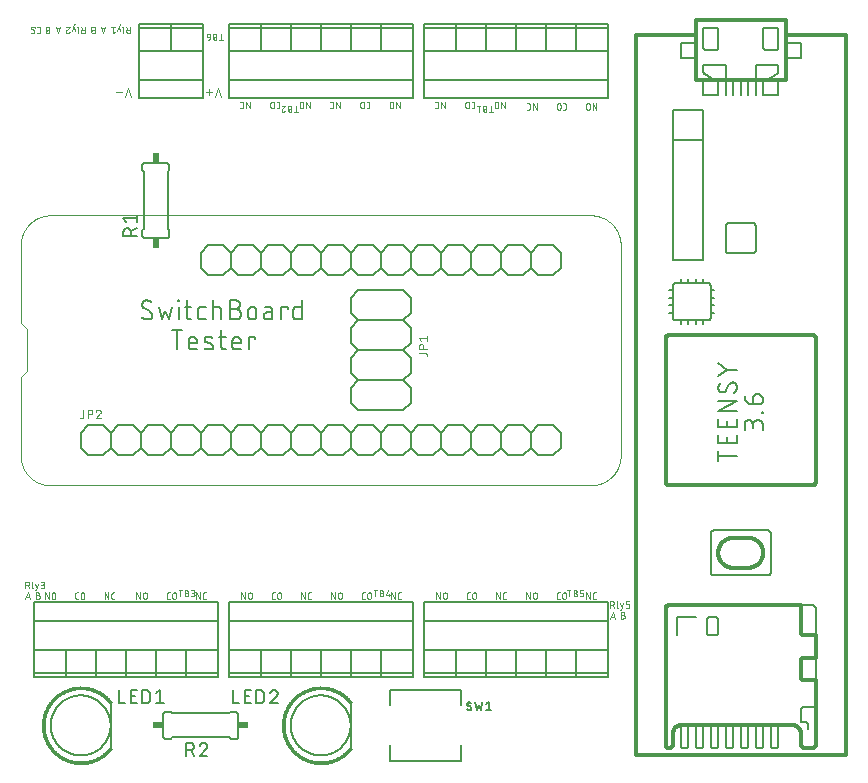
<source format=gbr>
G04 EAGLE Gerber X2 export*
G75*
%MOMM*%
%FSLAX34Y34*%
%LPD*%
%AMOC8*
5,1,8,0,0,1.08239X$1,22.5*%
G01*
%ADD10C,0.050800*%
%ADD11C,0.076200*%
%ADD12C,0.152400*%
%ADD13C,0.000000*%
%ADD14C,0.127000*%
%ADD15C,0.101600*%
%ADD16C,0.304800*%
%ADD17C,0.203200*%
%ADD18R,0.609600X0.863600*%
%ADD19C,0.025400*%
%ADD20R,0.863600X0.609600*%


D10*
X20574Y208534D02*
X20574Y214122D01*
X23678Y208534D01*
X23678Y214122D01*
X26243Y212570D02*
X26243Y210086D01*
X26243Y212570D02*
X26245Y212647D01*
X26251Y212725D01*
X26260Y212801D01*
X26274Y212878D01*
X26291Y212953D01*
X26312Y213027D01*
X26337Y213101D01*
X26365Y213173D01*
X26397Y213243D01*
X26432Y213312D01*
X26471Y213379D01*
X26513Y213444D01*
X26558Y213507D01*
X26606Y213568D01*
X26657Y213626D01*
X26711Y213681D01*
X26768Y213734D01*
X26827Y213783D01*
X26889Y213830D01*
X26953Y213874D01*
X27019Y213914D01*
X27087Y213951D01*
X27157Y213985D01*
X27228Y214015D01*
X27301Y214041D01*
X27375Y214064D01*
X27450Y214083D01*
X27525Y214098D01*
X27602Y214110D01*
X27679Y214118D01*
X27756Y214122D01*
X27834Y214122D01*
X27911Y214118D01*
X27988Y214110D01*
X28065Y214098D01*
X28140Y214083D01*
X28215Y214064D01*
X28289Y214041D01*
X28362Y214015D01*
X28433Y213985D01*
X28503Y213951D01*
X28571Y213914D01*
X28637Y213874D01*
X28701Y213830D01*
X28763Y213783D01*
X28822Y213734D01*
X28879Y213681D01*
X28933Y213626D01*
X28984Y213568D01*
X29032Y213507D01*
X29077Y213444D01*
X29119Y213379D01*
X29158Y213312D01*
X29193Y213243D01*
X29225Y213173D01*
X29253Y213101D01*
X29278Y213027D01*
X29299Y212953D01*
X29316Y212878D01*
X29330Y212801D01*
X29339Y212725D01*
X29345Y212647D01*
X29347Y212570D01*
X29348Y212570D02*
X29348Y210086D01*
X29347Y210086D02*
X29345Y210009D01*
X29339Y209931D01*
X29330Y209855D01*
X29316Y209778D01*
X29299Y209703D01*
X29278Y209629D01*
X29253Y209555D01*
X29225Y209483D01*
X29193Y209413D01*
X29158Y209344D01*
X29119Y209277D01*
X29077Y209212D01*
X29032Y209149D01*
X28984Y209088D01*
X28933Y209030D01*
X28879Y208975D01*
X28822Y208922D01*
X28763Y208873D01*
X28701Y208826D01*
X28637Y208782D01*
X28571Y208742D01*
X28503Y208705D01*
X28433Y208671D01*
X28362Y208641D01*
X28289Y208615D01*
X28215Y208592D01*
X28140Y208573D01*
X28065Y208558D01*
X27988Y208546D01*
X27911Y208538D01*
X27834Y208534D01*
X27756Y208534D01*
X27679Y208538D01*
X27602Y208546D01*
X27525Y208558D01*
X27450Y208573D01*
X27375Y208592D01*
X27301Y208615D01*
X27228Y208641D01*
X27157Y208671D01*
X27087Y208705D01*
X27019Y208742D01*
X26953Y208782D01*
X26889Y208826D01*
X26827Y208873D01*
X26768Y208922D01*
X26711Y208975D01*
X26657Y209030D01*
X26606Y209088D01*
X26558Y209149D01*
X26513Y209212D01*
X26471Y209277D01*
X26432Y209344D01*
X26397Y209413D01*
X26365Y209483D01*
X26337Y209555D01*
X26312Y209629D01*
X26291Y209703D01*
X26274Y209778D01*
X26260Y209855D01*
X26251Y209931D01*
X26245Y210009D01*
X26243Y210086D01*
X47585Y208534D02*
X48827Y208534D01*
X47585Y208534D02*
X47515Y208536D01*
X47446Y208542D01*
X47377Y208552D01*
X47309Y208565D01*
X47241Y208583D01*
X47175Y208604D01*
X47110Y208629D01*
X47046Y208657D01*
X46984Y208689D01*
X46924Y208724D01*
X46866Y208763D01*
X46811Y208805D01*
X46757Y208850D01*
X46707Y208898D01*
X46659Y208948D01*
X46614Y209002D01*
X46572Y209057D01*
X46533Y209115D01*
X46498Y209175D01*
X46466Y209237D01*
X46438Y209301D01*
X46413Y209366D01*
X46392Y209432D01*
X46374Y209500D01*
X46361Y209568D01*
X46351Y209637D01*
X46345Y209706D01*
X46343Y209776D01*
X46344Y209776D02*
X46344Y212880D01*
X46343Y212880D02*
X46345Y212950D01*
X46351Y213019D01*
X46361Y213088D01*
X46374Y213156D01*
X46392Y213224D01*
X46413Y213290D01*
X46438Y213355D01*
X46466Y213419D01*
X46498Y213481D01*
X46533Y213541D01*
X46572Y213599D01*
X46614Y213654D01*
X46659Y213708D01*
X46707Y213758D01*
X46757Y213806D01*
X46811Y213851D01*
X46866Y213893D01*
X46924Y213932D01*
X46984Y213967D01*
X47046Y213999D01*
X47110Y214027D01*
X47175Y214052D01*
X47241Y214073D01*
X47309Y214091D01*
X47377Y214104D01*
X47446Y214114D01*
X47515Y214120D01*
X47585Y214122D01*
X48827Y214122D01*
X50932Y212570D02*
X50932Y210086D01*
X50932Y212570D02*
X50934Y212647D01*
X50940Y212725D01*
X50949Y212801D01*
X50963Y212878D01*
X50980Y212953D01*
X51001Y213027D01*
X51026Y213101D01*
X51054Y213173D01*
X51086Y213243D01*
X51121Y213312D01*
X51160Y213379D01*
X51202Y213444D01*
X51247Y213507D01*
X51295Y213568D01*
X51346Y213626D01*
X51400Y213681D01*
X51457Y213734D01*
X51516Y213783D01*
X51578Y213830D01*
X51642Y213874D01*
X51708Y213914D01*
X51776Y213951D01*
X51846Y213985D01*
X51917Y214015D01*
X51990Y214041D01*
X52064Y214064D01*
X52139Y214083D01*
X52214Y214098D01*
X52291Y214110D01*
X52368Y214118D01*
X52445Y214122D01*
X52523Y214122D01*
X52600Y214118D01*
X52677Y214110D01*
X52754Y214098D01*
X52829Y214083D01*
X52904Y214064D01*
X52978Y214041D01*
X53051Y214015D01*
X53122Y213985D01*
X53192Y213951D01*
X53260Y213914D01*
X53326Y213874D01*
X53390Y213830D01*
X53452Y213783D01*
X53511Y213734D01*
X53568Y213681D01*
X53622Y213626D01*
X53673Y213568D01*
X53721Y213507D01*
X53766Y213444D01*
X53808Y213379D01*
X53847Y213312D01*
X53882Y213243D01*
X53914Y213173D01*
X53942Y213101D01*
X53967Y213027D01*
X53988Y212953D01*
X54005Y212878D01*
X54019Y212801D01*
X54028Y212725D01*
X54034Y212647D01*
X54036Y212570D01*
X54036Y210086D01*
X54034Y210009D01*
X54028Y209931D01*
X54019Y209855D01*
X54005Y209778D01*
X53988Y209703D01*
X53967Y209629D01*
X53942Y209555D01*
X53914Y209483D01*
X53882Y209413D01*
X53847Y209344D01*
X53808Y209277D01*
X53766Y209212D01*
X53721Y209149D01*
X53673Y209088D01*
X53622Y209030D01*
X53568Y208975D01*
X53511Y208922D01*
X53452Y208873D01*
X53390Y208826D01*
X53326Y208782D01*
X53260Y208742D01*
X53192Y208705D01*
X53122Y208671D01*
X53051Y208641D01*
X52978Y208615D01*
X52904Y208592D01*
X52829Y208573D01*
X52754Y208558D01*
X52677Y208546D01*
X52600Y208538D01*
X52523Y208534D01*
X52445Y208534D01*
X52368Y208538D01*
X52291Y208546D01*
X52214Y208558D01*
X52139Y208573D01*
X52064Y208592D01*
X51990Y208615D01*
X51917Y208641D01*
X51846Y208671D01*
X51776Y208705D01*
X51708Y208742D01*
X51642Y208782D01*
X51578Y208826D01*
X51516Y208873D01*
X51457Y208922D01*
X51400Y208975D01*
X51346Y209030D01*
X51295Y209088D01*
X51247Y209149D01*
X51202Y209212D01*
X51160Y209277D01*
X51121Y209344D01*
X51086Y209413D01*
X51054Y209483D01*
X51026Y209555D01*
X51001Y209629D01*
X50980Y209703D01*
X50963Y209778D01*
X50949Y209855D01*
X50940Y209931D01*
X50934Y210009D01*
X50932Y210086D01*
X71231Y208534D02*
X71231Y214122D01*
X74336Y208534D01*
X74336Y214122D01*
X78126Y208534D02*
X79368Y208534D01*
X78126Y208534D02*
X78056Y208536D01*
X77987Y208542D01*
X77918Y208552D01*
X77850Y208565D01*
X77782Y208583D01*
X77716Y208604D01*
X77651Y208629D01*
X77587Y208657D01*
X77525Y208689D01*
X77465Y208724D01*
X77407Y208763D01*
X77352Y208805D01*
X77298Y208850D01*
X77248Y208898D01*
X77200Y208948D01*
X77155Y209002D01*
X77113Y209057D01*
X77074Y209115D01*
X77039Y209175D01*
X77007Y209237D01*
X76979Y209301D01*
X76954Y209366D01*
X76933Y209432D01*
X76915Y209500D01*
X76902Y209568D01*
X76892Y209637D01*
X76886Y209706D01*
X76884Y209776D01*
X76884Y212880D01*
X76886Y212950D01*
X76892Y213019D01*
X76902Y213088D01*
X76915Y213156D01*
X76933Y213224D01*
X76954Y213290D01*
X76979Y213355D01*
X77007Y213419D01*
X77039Y213481D01*
X77074Y213541D01*
X77113Y213599D01*
X77155Y213654D01*
X77200Y213708D01*
X77248Y213758D01*
X77298Y213806D01*
X77352Y213851D01*
X77407Y213893D01*
X77465Y213932D01*
X77525Y213967D01*
X77587Y213999D01*
X77651Y214027D01*
X77716Y214052D01*
X77782Y214073D01*
X77850Y214091D01*
X77918Y214104D01*
X77987Y214114D01*
X78056Y214120D01*
X78126Y214122D01*
X79368Y214122D01*
X98044Y214122D02*
X98044Y208534D01*
X101148Y208534D02*
X98044Y214122D01*
X101148Y214122D02*
X101148Y208534D01*
X103713Y210086D02*
X103713Y212570D01*
X103715Y212647D01*
X103721Y212725D01*
X103730Y212801D01*
X103744Y212878D01*
X103761Y212953D01*
X103782Y213027D01*
X103807Y213101D01*
X103835Y213173D01*
X103867Y213243D01*
X103902Y213312D01*
X103941Y213379D01*
X103983Y213444D01*
X104028Y213507D01*
X104076Y213568D01*
X104127Y213626D01*
X104181Y213681D01*
X104238Y213734D01*
X104297Y213783D01*
X104359Y213830D01*
X104423Y213874D01*
X104489Y213914D01*
X104557Y213951D01*
X104627Y213985D01*
X104698Y214015D01*
X104771Y214041D01*
X104845Y214064D01*
X104920Y214083D01*
X104995Y214098D01*
X105072Y214110D01*
X105149Y214118D01*
X105226Y214122D01*
X105304Y214122D01*
X105381Y214118D01*
X105458Y214110D01*
X105535Y214098D01*
X105610Y214083D01*
X105685Y214064D01*
X105759Y214041D01*
X105832Y214015D01*
X105903Y213985D01*
X105973Y213951D01*
X106041Y213914D01*
X106107Y213874D01*
X106171Y213830D01*
X106233Y213783D01*
X106292Y213734D01*
X106349Y213681D01*
X106403Y213626D01*
X106454Y213568D01*
X106502Y213507D01*
X106547Y213444D01*
X106589Y213379D01*
X106628Y213312D01*
X106663Y213243D01*
X106695Y213173D01*
X106723Y213101D01*
X106748Y213027D01*
X106769Y212953D01*
X106786Y212878D01*
X106800Y212801D01*
X106809Y212725D01*
X106815Y212647D01*
X106817Y212570D01*
X106818Y212570D02*
X106818Y210086D01*
X106817Y210086D02*
X106815Y210009D01*
X106809Y209931D01*
X106800Y209855D01*
X106786Y209778D01*
X106769Y209703D01*
X106748Y209629D01*
X106723Y209555D01*
X106695Y209483D01*
X106663Y209413D01*
X106628Y209344D01*
X106589Y209277D01*
X106547Y209212D01*
X106502Y209149D01*
X106454Y209088D01*
X106403Y209030D01*
X106349Y208975D01*
X106292Y208922D01*
X106233Y208873D01*
X106171Y208826D01*
X106107Y208782D01*
X106041Y208742D01*
X105973Y208705D01*
X105903Y208671D01*
X105832Y208641D01*
X105759Y208615D01*
X105685Y208592D01*
X105610Y208573D01*
X105535Y208558D01*
X105458Y208546D01*
X105381Y208538D01*
X105304Y208534D01*
X105226Y208534D01*
X105149Y208538D01*
X105072Y208546D01*
X104995Y208558D01*
X104920Y208573D01*
X104845Y208592D01*
X104771Y208615D01*
X104698Y208641D01*
X104627Y208671D01*
X104557Y208705D01*
X104489Y208742D01*
X104423Y208782D01*
X104359Y208826D01*
X104297Y208873D01*
X104238Y208922D01*
X104181Y208975D01*
X104127Y209030D01*
X104076Y209088D01*
X104028Y209149D01*
X103983Y209212D01*
X103941Y209277D01*
X103902Y209344D01*
X103867Y209413D01*
X103835Y209483D01*
X103807Y209555D01*
X103782Y209629D01*
X103761Y209703D01*
X103744Y209778D01*
X103730Y209855D01*
X103721Y209931D01*
X103715Y210009D01*
X103713Y210086D01*
X125055Y208534D02*
X126297Y208534D01*
X125055Y208534D02*
X124985Y208536D01*
X124916Y208542D01*
X124847Y208552D01*
X124779Y208565D01*
X124711Y208583D01*
X124645Y208604D01*
X124580Y208629D01*
X124516Y208657D01*
X124454Y208689D01*
X124394Y208724D01*
X124336Y208763D01*
X124281Y208805D01*
X124227Y208850D01*
X124177Y208898D01*
X124129Y208948D01*
X124084Y209002D01*
X124042Y209057D01*
X124003Y209115D01*
X123968Y209175D01*
X123936Y209237D01*
X123908Y209301D01*
X123883Y209366D01*
X123862Y209432D01*
X123844Y209500D01*
X123831Y209568D01*
X123821Y209637D01*
X123815Y209706D01*
X123813Y209776D01*
X123814Y209776D02*
X123814Y212880D01*
X123813Y212880D02*
X123815Y212950D01*
X123821Y213019D01*
X123831Y213088D01*
X123844Y213156D01*
X123862Y213224D01*
X123883Y213290D01*
X123908Y213355D01*
X123936Y213419D01*
X123968Y213481D01*
X124003Y213541D01*
X124042Y213599D01*
X124084Y213654D01*
X124129Y213708D01*
X124177Y213758D01*
X124227Y213806D01*
X124281Y213851D01*
X124336Y213893D01*
X124394Y213932D01*
X124454Y213967D01*
X124516Y213999D01*
X124580Y214027D01*
X124645Y214052D01*
X124711Y214073D01*
X124779Y214091D01*
X124847Y214104D01*
X124916Y214114D01*
X124985Y214120D01*
X125055Y214122D01*
X126297Y214122D01*
X128402Y212570D02*
X128402Y210086D01*
X128402Y212570D02*
X128404Y212647D01*
X128410Y212725D01*
X128419Y212801D01*
X128433Y212878D01*
X128450Y212953D01*
X128471Y213027D01*
X128496Y213101D01*
X128524Y213173D01*
X128556Y213243D01*
X128591Y213312D01*
X128630Y213379D01*
X128672Y213444D01*
X128717Y213507D01*
X128765Y213568D01*
X128816Y213626D01*
X128870Y213681D01*
X128927Y213734D01*
X128986Y213783D01*
X129048Y213830D01*
X129112Y213874D01*
X129178Y213914D01*
X129246Y213951D01*
X129316Y213985D01*
X129387Y214015D01*
X129460Y214041D01*
X129534Y214064D01*
X129609Y214083D01*
X129684Y214098D01*
X129761Y214110D01*
X129838Y214118D01*
X129915Y214122D01*
X129993Y214122D01*
X130070Y214118D01*
X130147Y214110D01*
X130224Y214098D01*
X130299Y214083D01*
X130374Y214064D01*
X130448Y214041D01*
X130521Y214015D01*
X130592Y213985D01*
X130662Y213951D01*
X130730Y213914D01*
X130796Y213874D01*
X130860Y213830D01*
X130922Y213783D01*
X130981Y213734D01*
X131038Y213681D01*
X131092Y213626D01*
X131143Y213568D01*
X131191Y213507D01*
X131236Y213444D01*
X131278Y213379D01*
X131317Y213312D01*
X131352Y213243D01*
X131384Y213173D01*
X131412Y213101D01*
X131437Y213027D01*
X131458Y212953D01*
X131475Y212878D01*
X131489Y212801D01*
X131498Y212725D01*
X131504Y212647D01*
X131506Y212570D01*
X131506Y210086D01*
X131504Y210009D01*
X131498Y209931D01*
X131489Y209855D01*
X131475Y209778D01*
X131458Y209703D01*
X131437Y209629D01*
X131412Y209555D01*
X131384Y209483D01*
X131352Y209413D01*
X131317Y209344D01*
X131278Y209277D01*
X131236Y209212D01*
X131191Y209149D01*
X131143Y209088D01*
X131092Y209030D01*
X131038Y208975D01*
X130981Y208922D01*
X130922Y208873D01*
X130860Y208826D01*
X130796Y208782D01*
X130730Y208742D01*
X130662Y208705D01*
X130592Y208671D01*
X130521Y208641D01*
X130448Y208615D01*
X130374Y208592D01*
X130299Y208573D01*
X130224Y208558D01*
X130147Y208546D01*
X130070Y208538D01*
X129993Y208534D01*
X129915Y208534D01*
X129838Y208538D01*
X129761Y208546D01*
X129684Y208558D01*
X129609Y208573D01*
X129534Y208592D01*
X129460Y208615D01*
X129387Y208641D01*
X129316Y208671D01*
X129246Y208705D01*
X129178Y208742D01*
X129112Y208782D01*
X129048Y208826D01*
X128986Y208873D01*
X128927Y208922D01*
X128870Y208975D01*
X128816Y209030D01*
X128765Y209088D01*
X128717Y209149D01*
X128672Y209212D01*
X128630Y209277D01*
X128591Y209344D01*
X128556Y209413D01*
X128524Y209483D01*
X128496Y209555D01*
X128471Y209629D01*
X128450Y209703D01*
X128433Y209778D01*
X128419Y209855D01*
X128410Y209931D01*
X128404Y210009D01*
X128402Y210086D01*
X148701Y208534D02*
X148701Y214122D01*
X151806Y208534D01*
X151806Y214122D01*
X155596Y208534D02*
X156838Y208534D01*
X155596Y208534D02*
X155526Y208536D01*
X155457Y208542D01*
X155388Y208552D01*
X155320Y208565D01*
X155252Y208583D01*
X155186Y208604D01*
X155121Y208629D01*
X155057Y208657D01*
X154995Y208689D01*
X154935Y208724D01*
X154877Y208763D01*
X154822Y208805D01*
X154768Y208850D01*
X154718Y208898D01*
X154670Y208948D01*
X154625Y209002D01*
X154583Y209057D01*
X154544Y209115D01*
X154509Y209175D01*
X154477Y209237D01*
X154449Y209301D01*
X154424Y209366D01*
X154403Y209432D01*
X154385Y209500D01*
X154372Y209568D01*
X154362Y209637D01*
X154356Y209706D01*
X154354Y209776D01*
X154354Y212880D01*
X154356Y212950D01*
X154362Y213019D01*
X154372Y213088D01*
X154385Y213156D01*
X154403Y213224D01*
X154424Y213290D01*
X154449Y213355D01*
X154477Y213419D01*
X154509Y213481D01*
X154544Y213541D01*
X154583Y213599D01*
X154625Y213654D01*
X154670Y213708D01*
X154718Y213758D01*
X154768Y213806D01*
X154822Y213851D01*
X154877Y213893D01*
X154935Y213932D01*
X154995Y213967D01*
X155057Y213999D01*
X155121Y214027D01*
X155186Y214052D01*
X155252Y214073D01*
X155320Y214091D01*
X155388Y214104D01*
X155457Y214114D01*
X155526Y214120D01*
X155596Y214122D01*
X156838Y214122D01*
X186944Y214122D02*
X186944Y208534D01*
X190048Y208534D02*
X186944Y214122D01*
X190048Y214122D02*
X190048Y208534D01*
X192613Y210086D02*
X192613Y212570D01*
X192615Y212647D01*
X192621Y212725D01*
X192630Y212801D01*
X192644Y212878D01*
X192661Y212953D01*
X192682Y213027D01*
X192707Y213101D01*
X192735Y213173D01*
X192767Y213243D01*
X192802Y213312D01*
X192841Y213379D01*
X192883Y213444D01*
X192928Y213507D01*
X192976Y213568D01*
X193027Y213626D01*
X193081Y213681D01*
X193138Y213734D01*
X193197Y213783D01*
X193259Y213830D01*
X193323Y213874D01*
X193389Y213914D01*
X193457Y213951D01*
X193527Y213985D01*
X193598Y214015D01*
X193671Y214041D01*
X193745Y214064D01*
X193820Y214083D01*
X193895Y214098D01*
X193972Y214110D01*
X194049Y214118D01*
X194126Y214122D01*
X194204Y214122D01*
X194281Y214118D01*
X194358Y214110D01*
X194435Y214098D01*
X194510Y214083D01*
X194585Y214064D01*
X194659Y214041D01*
X194732Y214015D01*
X194803Y213985D01*
X194873Y213951D01*
X194941Y213914D01*
X195007Y213874D01*
X195071Y213830D01*
X195133Y213783D01*
X195192Y213734D01*
X195249Y213681D01*
X195303Y213626D01*
X195354Y213568D01*
X195402Y213507D01*
X195447Y213444D01*
X195489Y213379D01*
X195528Y213312D01*
X195563Y213243D01*
X195595Y213173D01*
X195623Y213101D01*
X195648Y213027D01*
X195669Y212953D01*
X195686Y212878D01*
X195700Y212801D01*
X195709Y212725D01*
X195715Y212647D01*
X195717Y212570D01*
X195718Y212570D02*
X195718Y210086D01*
X195717Y210086D02*
X195715Y210009D01*
X195709Y209931D01*
X195700Y209855D01*
X195686Y209778D01*
X195669Y209703D01*
X195648Y209629D01*
X195623Y209555D01*
X195595Y209483D01*
X195563Y209413D01*
X195528Y209344D01*
X195489Y209277D01*
X195447Y209212D01*
X195402Y209149D01*
X195354Y209088D01*
X195303Y209030D01*
X195249Y208975D01*
X195192Y208922D01*
X195133Y208873D01*
X195071Y208826D01*
X195007Y208782D01*
X194941Y208742D01*
X194873Y208705D01*
X194803Y208671D01*
X194732Y208641D01*
X194659Y208615D01*
X194585Y208592D01*
X194510Y208573D01*
X194435Y208558D01*
X194358Y208546D01*
X194281Y208538D01*
X194204Y208534D01*
X194126Y208534D01*
X194049Y208538D01*
X193972Y208546D01*
X193895Y208558D01*
X193820Y208573D01*
X193745Y208592D01*
X193671Y208615D01*
X193598Y208641D01*
X193527Y208671D01*
X193457Y208705D01*
X193389Y208742D01*
X193323Y208782D01*
X193259Y208826D01*
X193197Y208873D01*
X193138Y208922D01*
X193081Y208975D01*
X193027Y209030D01*
X192976Y209088D01*
X192928Y209149D01*
X192883Y209212D01*
X192841Y209277D01*
X192802Y209344D01*
X192767Y209413D01*
X192735Y209483D01*
X192707Y209555D01*
X192682Y209629D01*
X192661Y209703D01*
X192644Y209778D01*
X192630Y209855D01*
X192621Y209931D01*
X192615Y210009D01*
X192613Y210086D01*
X213955Y208534D02*
X215197Y208534D01*
X213955Y208534D02*
X213885Y208536D01*
X213816Y208542D01*
X213747Y208552D01*
X213679Y208565D01*
X213611Y208583D01*
X213545Y208604D01*
X213480Y208629D01*
X213416Y208657D01*
X213354Y208689D01*
X213294Y208724D01*
X213236Y208763D01*
X213181Y208805D01*
X213127Y208850D01*
X213077Y208898D01*
X213029Y208948D01*
X212984Y209002D01*
X212942Y209057D01*
X212903Y209115D01*
X212868Y209175D01*
X212836Y209237D01*
X212808Y209301D01*
X212783Y209366D01*
X212762Y209432D01*
X212744Y209500D01*
X212731Y209568D01*
X212721Y209637D01*
X212715Y209706D01*
X212713Y209776D01*
X212714Y209776D02*
X212714Y212880D01*
X212713Y212880D02*
X212715Y212950D01*
X212721Y213019D01*
X212731Y213088D01*
X212744Y213156D01*
X212762Y213224D01*
X212783Y213290D01*
X212808Y213355D01*
X212836Y213419D01*
X212868Y213481D01*
X212903Y213541D01*
X212942Y213599D01*
X212984Y213654D01*
X213029Y213708D01*
X213077Y213758D01*
X213127Y213806D01*
X213181Y213851D01*
X213236Y213893D01*
X213294Y213932D01*
X213354Y213967D01*
X213416Y213999D01*
X213480Y214027D01*
X213545Y214052D01*
X213611Y214073D01*
X213679Y214091D01*
X213747Y214104D01*
X213816Y214114D01*
X213885Y214120D01*
X213955Y214122D01*
X215197Y214122D01*
X217302Y212570D02*
X217302Y210086D01*
X217302Y212570D02*
X217304Y212647D01*
X217310Y212725D01*
X217319Y212801D01*
X217333Y212878D01*
X217350Y212953D01*
X217371Y213027D01*
X217396Y213101D01*
X217424Y213173D01*
X217456Y213243D01*
X217491Y213312D01*
X217530Y213379D01*
X217572Y213444D01*
X217617Y213507D01*
X217665Y213568D01*
X217716Y213626D01*
X217770Y213681D01*
X217827Y213734D01*
X217886Y213783D01*
X217948Y213830D01*
X218012Y213874D01*
X218078Y213914D01*
X218146Y213951D01*
X218216Y213985D01*
X218287Y214015D01*
X218360Y214041D01*
X218434Y214064D01*
X218509Y214083D01*
X218584Y214098D01*
X218661Y214110D01*
X218738Y214118D01*
X218815Y214122D01*
X218893Y214122D01*
X218970Y214118D01*
X219047Y214110D01*
X219124Y214098D01*
X219199Y214083D01*
X219274Y214064D01*
X219348Y214041D01*
X219421Y214015D01*
X219492Y213985D01*
X219562Y213951D01*
X219630Y213914D01*
X219696Y213874D01*
X219760Y213830D01*
X219822Y213783D01*
X219881Y213734D01*
X219938Y213681D01*
X219992Y213626D01*
X220043Y213568D01*
X220091Y213507D01*
X220136Y213444D01*
X220178Y213379D01*
X220217Y213312D01*
X220252Y213243D01*
X220284Y213173D01*
X220312Y213101D01*
X220337Y213027D01*
X220358Y212953D01*
X220375Y212878D01*
X220389Y212801D01*
X220398Y212725D01*
X220404Y212647D01*
X220406Y212570D01*
X220406Y210086D01*
X220404Y210009D01*
X220398Y209931D01*
X220389Y209855D01*
X220375Y209778D01*
X220358Y209703D01*
X220337Y209629D01*
X220312Y209555D01*
X220284Y209483D01*
X220252Y209413D01*
X220217Y209344D01*
X220178Y209277D01*
X220136Y209212D01*
X220091Y209149D01*
X220043Y209088D01*
X219992Y209030D01*
X219938Y208975D01*
X219881Y208922D01*
X219822Y208873D01*
X219760Y208826D01*
X219696Y208782D01*
X219630Y208742D01*
X219562Y208705D01*
X219492Y208671D01*
X219421Y208641D01*
X219348Y208615D01*
X219274Y208592D01*
X219199Y208573D01*
X219124Y208558D01*
X219047Y208546D01*
X218970Y208538D01*
X218893Y208534D01*
X218815Y208534D01*
X218738Y208538D01*
X218661Y208546D01*
X218584Y208558D01*
X218509Y208573D01*
X218434Y208592D01*
X218360Y208615D01*
X218287Y208641D01*
X218216Y208671D01*
X218146Y208705D01*
X218078Y208742D01*
X218012Y208782D01*
X217948Y208826D01*
X217886Y208873D01*
X217827Y208922D01*
X217770Y208975D01*
X217716Y209030D01*
X217665Y209088D01*
X217617Y209149D01*
X217572Y209212D01*
X217530Y209277D01*
X217491Y209344D01*
X217456Y209413D01*
X217424Y209483D01*
X217396Y209555D01*
X217371Y209629D01*
X217350Y209703D01*
X217333Y209778D01*
X217319Y209855D01*
X217310Y209931D01*
X217304Y210009D01*
X217302Y210086D01*
X237601Y208534D02*
X237601Y214122D01*
X240706Y208534D01*
X240706Y214122D01*
X244496Y208534D02*
X245738Y208534D01*
X244496Y208534D02*
X244426Y208536D01*
X244357Y208542D01*
X244288Y208552D01*
X244220Y208565D01*
X244152Y208583D01*
X244086Y208604D01*
X244021Y208629D01*
X243957Y208657D01*
X243895Y208689D01*
X243835Y208724D01*
X243777Y208763D01*
X243722Y208805D01*
X243668Y208850D01*
X243618Y208898D01*
X243570Y208948D01*
X243525Y209002D01*
X243483Y209057D01*
X243444Y209115D01*
X243409Y209175D01*
X243377Y209237D01*
X243349Y209301D01*
X243324Y209366D01*
X243303Y209432D01*
X243285Y209500D01*
X243272Y209568D01*
X243262Y209637D01*
X243256Y209706D01*
X243254Y209776D01*
X243254Y212880D01*
X243256Y212950D01*
X243262Y213019D01*
X243272Y213088D01*
X243285Y213156D01*
X243303Y213224D01*
X243324Y213290D01*
X243349Y213355D01*
X243377Y213419D01*
X243409Y213481D01*
X243444Y213541D01*
X243483Y213599D01*
X243525Y213654D01*
X243570Y213708D01*
X243618Y213758D01*
X243668Y213806D01*
X243722Y213851D01*
X243777Y213893D01*
X243835Y213932D01*
X243895Y213967D01*
X243957Y213999D01*
X244021Y214027D01*
X244086Y214052D01*
X244152Y214073D01*
X244220Y214091D01*
X244288Y214104D01*
X244357Y214114D01*
X244426Y214120D01*
X244496Y214122D01*
X245738Y214122D01*
X263144Y214122D02*
X263144Y208534D01*
X266248Y208534D02*
X263144Y214122D01*
X266248Y214122D02*
X266248Y208534D01*
X268813Y210086D02*
X268813Y212570D01*
X268815Y212647D01*
X268821Y212725D01*
X268830Y212801D01*
X268844Y212878D01*
X268861Y212953D01*
X268882Y213027D01*
X268907Y213101D01*
X268935Y213173D01*
X268967Y213243D01*
X269002Y213312D01*
X269041Y213379D01*
X269083Y213444D01*
X269128Y213507D01*
X269176Y213568D01*
X269227Y213626D01*
X269281Y213681D01*
X269338Y213734D01*
X269397Y213783D01*
X269459Y213830D01*
X269523Y213874D01*
X269589Y213914D01*
X269657Y213951D01*
X269727Y213985D01*
X269798Y214015D01*
X269871Y214041D01*
X269945Y214064D01*
X270020Y214083D01*
X270095Y214098D01*
X270172Y214110D01*
X270249Y214118D01*
X270326Y214122D01*
X270404Y214122D01*
X270481Y214118D01*
X270558Y214110D01*
X270635Y214098D01*
X270710Y214083D01*
X270785Y214064D01*
X270859Y214041D01*
X270932Y214015D01*
X271003Y213985D01*
X271073Y213951D01*
X271141Y213914D01*
X271207Y213874D01*
X271271Y213830D01*
X271333Y213783D01*
X271392Y213734D01*
X271449Y213681D01*
X271503Y213626D01*
X271554Y213568D01*
X271602Y213507D01*
X271647Y213444D01*
X271689Y213379D01*
X271728Y213312D01*
X271763Y213243D01*
X271795Y213173D01*
X271823Y213101D01*
X271848Y213027D01*
X271869Y212953D01*
X271886Y212878D01*
X271900Y212801D01*
X271909Y212725D01*
X271915Y212647D01*
X271917Y212570D01*
X271918Y212570D02*
X271918Y210086D01*
X271917Y210086D02*
X271915Y210009D01*
X271909Y209931D01*
X271900Y209855D01*
X271886Y209778D01*
X271869Y209703D01*
X271848Y209629D01*
X271823Y209555D01*
X271795Y209483D01*
X271763Y209413D01*
X271728Y209344D01*
X271689Y209277D01*
X271647Y209212D01*
X271602Y209149D01*
X271554Y209088D01*
X271503Y209030D01*
X271449Y208975D01*
X271392Y208922D01*
X271333Y208873D01*
X271271Y208826D01*
X271207Y208782D01*
X271141Y208742D01*
X271073Y208705D01*
X271003Y208671D01*
X270932Y208641D01*
X270859Y208615D01*
X270785Y208592D01*
X270710Y208573D01*
X270635Y208558D01*
X270558Y208546D01*
X270481Y208538D01*
X270404Y208534D01*
X270326Y208534D01*
X270249Y208538D01*
X270172Y208546D01*
X270095Y208558D01*
X270020Y208573D01*
X269945Y208592D01*
X269871Y208615D01*
X269798Y208641D01*
X269727Y208671D01*
X269657Y208705D01*
X269589Y208742D01*
X269523Y208782D01*
X269459Y208826D01*
X269397Y208873D01*
X269338Y208922D01*
X269281Y208975D01*
X269227Y209030D01*
X269176Y209088D01*
X269128Y209149D01*
X269083Y209212D01*
X269041Y209277D01*
X269002Y209344D01*
X268967Y209413D01*
X268935Y209483D01*
X268907Y209555D01*
X268882Y209629D01*
X268861Y209703D01*
X268844Y209778D01*
X268830Y209855D01*
X268821Y209931D01*
X268815Y210009D01*
X268813Y210086D01*
X290155Y208534D02*
X291397Y208534D01*
X290155Y208534D02*
X290085Y208536D01*
X290016Y208542D01*
X289947Y208552D01*
X289879Y208565D01*
X289811Y208583D01*
X289745Y208604D01*
X289680Y208629D01*
X289616Y208657D01*
X289554Y208689D01*
X289494Y208724D01*
X289436Y208763D01*
X289381Y208805D01*
X289327Y208850D01*
X289277Y208898D01*
X289229Y208948D01*
X289184Y209002D01*
X289142Y209057D01*
X289103Y209115D01*
X289068Y209175D01*
X289036Y209237D01*
X289008Y209301D01*
X288983Y209366D01*
X288962Y209432D01*
X288944Y209500D01*
X288931Y209568D01*
X288921Y209637D01*
X288915Y209706D01*
X288913Y209776D01*
X288914Y209776D02*
X288914Y212880D01*
X288913Y212880D02*
X288915Y212950D01*
X288921Y213019D01*
X288931Y213088D01*
X288944Y213156D01*
X288962Y213224D01*
X288983Y213290D01*
X289008Y213355D01*
X289036Y213419D01*
X289068Y213481D01*
X289103Y213541D01*
X289142Y213599D01*
X289184Y213654D01*
X289229Y213708D01*
X289277Y213758D01*
X289327Y213806D01*
X289381Y213851D01*
X289436Y213893D01*
X289494Y213932D01*
X289554Y213967D01*
X289616Y213999D01*
X289680Y214027D01*
X289745Y214052D01*
X289811Y214073D01*
X289879Y214091D01*
X289947Y214104D01*
X290016Y214114D01*
X290085Y214120D01*
X290155Y214122D01*
X291397Y214122D01*
X293502Y212570D02*
X293502Y210086D01*
X293502Y212570D02*
X293504Y212647D01*
X293510Y212725D01*
X293519Y212801D01*
X293533Y212878D01*
X293550Y212953D01*
X293571Y213027D01*
X293596Y213101D01*
X293624Y213173D01*
X293656Y213243D01*
X293691Y213312D01*
X293730Y213379D01*
X293772Y213444D01*
X293817Y213507D01*
X293865Y213568D01*
X293916Y213626D01*
X293970Y213681D01*
X294027Y213734D01*
X294086Y213783D01*
X294148Y213830D01*
X294212Y213874D01*
X294278Y213914D01*
X294346Y213951D01*
X294416Y213985D01*
X294487Y214015D01*
X294560Y214041D01*
X294634Y214064D01*
X294709Y214083D01*
X294784Y214098D01*
X294861Y214110D01*
X294938Y214118D01*
X295015Y214122D01*
X295093Y214122D01*
X295170Y214118D01*
X295247Y214110D01*
X295324Y214098D01*
X295399Y214083D01*
X295474Y214064D01*
X295548Y214041D01*
X295621Y214015D01*
X295692Y213985D01*
X295762Y213951D01*
X295830Y213914D01*
X295896Y213874D01*
X295960Y213830D01*
X296022Y213783D01*
X296081Y213734D01*
X296138Y213681D01*
X296192Y213626D01*
X296243Y213568D01*
X296291Y213507D01*
X296336Y213444D01*
X296378Y213379D01*
X296417Y213312D01*
X296452Y213243D01*
X296484Y213173D01*
X296512Y213101D01*
X296537Y213027D01*
X296558Y212953D01*
X296575Y212878D01*
X296589Y212801D01*
X296598Y212725D01*
X296604Y212647D01*
X296606Y212570D01*
X296606Y210086D01*
X296604Y210009D01*
X296598Y209931D01*
X296589Y209855D01*
X296575Y209778D01*
X296558Y209703D01*
X296537Y209629D01*
X296512Y209555D01*
X296484Y209483D01*
X296452Y209413D01*
X296417Y209344D01*
X296378Y209277D01*
X296336Y209212D01*
X296291Y209149D01*
X296243Y209088D01*
X296192Y209030D01*
X296138Y208975D01*
X296081Y208922D01*
X296022Y208873D01*
X295960Y208826D01*
X295896Y208782D01*
X295830Y208742D01*
X295762Y208705D01*
X295692Y208671D01*
X295621Y208641D01*
X295548Y208615D01*
X295474Y208592D01*
X295399Y208573D01*
X295324Y208558D01*
X295247Y208546D01*
X295170Y208538D01*
X295093Y208534D01*
X295015Y208534D01*
X294938Y208538D01*
X294861Y208546D01*
X294784Y208558D01*
X294709Y208573D01*
X294634Y208592D01*
X294560Y208615D01*
X294487Y208641D01*
X294416Y208671D01*
X294346Y208705D01*
X294278Y208742D01*
X294212Y208782D01*
X294148Y208826D01*
X294086Y208873D01*
X294027Y208922D01*
X293970Y208975D01*
X293916Y209030D01*
X293865Y209088D01*
X293817Y209149D01*
X293772Y209212D01*
X293730Y209277D01*
X293691Y209344D01*
X293656Y209413D01*
X293624Y209483D01*
X293596Y209555D01*
X293571Y209629D01*
X293550Y209703D01*
X293533Y209778D01*
X293519Y209855D01*
X293510Y209931D01*
X293504Y210009D01*
X293502Y210086D01*
X313801Y208534D02*
X313801Y214122D01*
X316906Y208534D01*
X316906Y214122D01*
X320696Y208534D02*
X321938Y208534D01*
X320696Y208534D02*
X320626Y208536D01*
X320557Y208542D01*
X320488Y208552D01*
X320420Y208565D01*
X320352Y208583D01*
X320286Y208604D01*
X320221Y208629D01*
X320157Y208657D01*
X320095Y208689D01*
X320035Y208724D01*
X319977Y208763D01*
X319922Y208805D01*
X319868Y208850D01*
X319818Y208898D01*
X319770Y208948D01*
X319725Y209002D01*
X319683Y209057D01*
X319644Y209115D01*
X319609Y209175D01*
X319577Y209237D01*
X319549Y209301D01*
X319524Y209366D01*
X319503Y209432D01*
X319485Y209500D01*
X319472Y209568D01*
X319462Y209637D01*
X319456Y209706D01*
X319454Y209776D01*
X319454Y212880D01*
X319456Y212950D01*
X319462Y213019D01*
X319472Y213088D01*
X319485Y213156D01*
X319503Y213224D01*
X319524Y213290D01*
X319549Y213355D01*
X319577Y213419D01*
X319609Y213481D01*
X319644Y213541D01*
X319683Y213599D01*
X319725Y213654D01*
X319770Y213708D01*
X319818Y213758D01*
X319868Y213806D01*
X319922Y213851D01*
X319977Y213893D01*
X320035Y213932D01*
X320095Y213967D01*
X320157Y213999D01*
X320221Y214027D01*
X320286Y214052D01*
X320352Y214073D01*
X320420Y214091D01*
X320488Y214104D01*
X320557Y214114D01*
X320626Y214120D01*
X320696Y214122D01*
X321938Y214122D01*
X352044Y214122D02*
X352044Y208534D01*
X355148Y208534D02*
X352044Y214122D01*
X355148Y214122D02*
X355148Y208534D01*
X357713Y210086D02*
X357713Y212570D01*
X357715Y212647D01*
X357721Y212725D01*
X357730Y212801D01*
X357744Y212878D01*
X357761Y212953D01*
X357782Y213027D01*
X357807Y213101D01*
X357835Y213173D01*
X357867Y213243D01*
X357902Y213312D01*
X357941Y213379D01*
X357983Y213444D01*
X358028Y213507D01*
X358076Y213568D01*
X358127Y213626D01*
X358181Y213681D01*
X358238Y213734D01*
X358297Y213783D01*
X358359Y213830D01*
X358423Y213874D01*
X358489Y213914D01*
X358557Y213951D01*
X358627Y213985D01*
X358698Y214015D01*
X358771Y214041D01*
X358845Y214064D01*
X358920Y214083D01*
X358995Y214098D01*
X359072Y214110D01*
X359149Y214118D01*
X359226Y214122D01*
X359304Y214122D01*
X359381Y214118D01*
X359458Y214110D01*
X359535Y214098D01*
X359610Y214083D01*
X359685Y214064D01*
X359759Y214041D01*
X359832Y214015D01*
X359903Y213985D01*
X359973Y213951D01*
X360041Y213914D01*
X360107Y213874D01*
X360171Y213830D01*
X360233Y213783D01*
X360292Y213734D01*
X360349Y213681D01*
X360403Y213626D01*
X360454Y213568D01*
X360502Y213507D01*
X360547Y213444D01*
X360589Y213379D01*
X360628Y213312D01*
X360663Y213243D01*
X360695Y213173D01*
X360723Y213101D01*
X360748Y213027D01*
X360769Y212953D01*
X360786Y212878D01*
X360800Y212801D01*
X360809Y212725D01*
X360815Y212647D01*
X360817Y212570D01*
X360818Y212570D02*
X360818Y210086D01*
X360817Y210086D02*
X360815Y210009D01*
X360809Y209931D01*
X360800Y209855D01*
X360786Y209778D01*
X360769Y209703D01*
X360748Y209629D01*
X360723Y209555D01*
X360695Y209483D01*
X360663Y209413D01*
X360628Y209344D01*
X360589Y209277D01*
X360547Y209212D01*
X360502Y209149D01*
X360454Y209088D01*
X360403Y209030D01*
X360349Y208975D01*
X360292Y208922D01*
X360233Y208873D01*
X360171Y208826D01*
X360107Y208782D01*
X360041Y208742D01*
X359973Y208705D01*
X359903Y208671D01*
X359832Y208641D01*
X359759Y208615D01*
X359685Y208592D01*
X359610Y208573D01*
X359535Y208558D01*
X359458Y208546D01*
X359381Y208538D01*
X359304Y208534D01*
X359226Y208534D01*
X359149Y208538D01*
X359072Y208546D01*
X358995Y208558D01*
X358920Y208573D01*
X358845Y208592D01*
X358771Y208615D01*
X358698Y208641D01*
X358627Y208671D01*
X358557Y208705D01*
X358489Y208742D01*
X358423Y208782D01*
X358359Y208826D01*
X358297Y208873D01*
X358238Y208922D01*
X358181Y208975D01*
X358127Y209030D01*
X358076Y209088D01*
X358028Y209149D01*
X357983Y209212D01*
X357941Y209277D01*
X357902Y209344D01*
X357867Y209413D01*
X357835Y209483D01*
X357807Y209555D01*
X357782Y209629D01*
X357761Y209703D01*
X357744Y209778D01*
X357730Y209855D01*
X357721Y209931D01*
X357715Y210009D01*
X357713Y210086D01*
X379055Y208534D02*
X380297Y208534D01*
X379055Y208534D02*
X378985Y208536D01*
X378916Y208542D01*
X378847Y208552D01*
X378779Y208565D01*
X378711Y208583D01*
X378645Y208604D01*
X378580Y208629D01*
X378516Y208657D01*
X378454Y208689D01*
X378394Y208724D01*
X378336Y208763D01*
X378281Y208805D01*
X378227Y208850D01*
X378177Y208898D01*
X378129Y208948D01*
X378084Y209002D01*
X378042Y209057D01*
X378003Y209115D01*
X377968Y209175D01*
X377936Y209237D01*
X377908Y209301D01*
X377883Y209366D01*
X377862Y209432D01*
X377844Y209500D01*
X377831Y209568D01*
X377821Y209637D01*
X377815Y209706D01*
X377813Y209776D01*
X377814Y209776D02*
X377814Y212880D01*
X377813Y212880D02*
X377815Y212950D01*
X377821Y213019D01*
X377831Y213088D01*
X377844Y213156D01*
X377862Y213224D01*
X377883Y213290D01*
X377908Y213355D01*
X377936Y213419D01*
X377968Y213481D01*
X378003Y213541D01*
X378042Y213599D01*
X378084Y213654D01*
X378129Y213708D01*
X378177Y213758D01*
X378227Y213806D01*
X378281Y213851D01*
X378336Y213893D01*
X378394Y213932D01*
X378454Y213967D01*
X378516Y213999D01*
X378580Y214027D01*
X378645Y214052D01*
X378711Y214073D01*
X378779Y214091D01*
X378847Y214104D01*
X378916Y214114D01*
X378985Y214120D01*
X379055Y214122D01*
X380297Y214122D01*
X382402Y212570D02*
X382402Y210086D01*
X382402Y212570D02*
X382404Y212647D01*
X382410Y212725D01*
X382419Y212801D01*
X382433Y212878D01*
X382450Y212953D01*
X382471Y213027D01*
X382496Y213101D01*
X382524Y213173D01*
X382556Y213243D01*
X382591Y213312D01*
X382630Y213379D01*
X382672Y213444D01*
X382717Y213507D01*
X382765Y213568D01*
X382816Y213626D01*
X382870Y213681D01*
X382927Y213734D01*
X382986Y213783D01*
X383048Y213830D01*
X383112Y213874D01*
X383178Y213914D01*
X383246Y213951D01*
X383316Y213985D01*
X383387Y214015D01*
X383460Y214041D01*
X383534Y214064D01*
X383609Y214083D01*
X383684Y214098D01*
X383761Y214110D01*
X383838Y214118D01*
X383915Y214122D01*
X383993Y214122D01*
X384070Y214118D01*
X384147Y214110D01*
X384224Y214098D01*
X384299Y214083D01*
X384374Y214064D01*
X384448Y214041D01*
X384521Y214015D01*
X384592Y213985D01*
X384662Y213951D01*
X384730Y213914D01*
X384796Y213874D01*
X384860Y213830D01*
X384922Y213783D01*
X384981Y213734D01*
X385038Y213681D01*
X385092Y213626D01*
X385143Y213568D01*
X385191Y213507D01*
X385236Y213444D01*
X385278Y213379D01*
X385317Y213312D01*
X385352Y213243D01*
X385384Y213173D01*
X385412Y213101D01*
X385437Y213027D01*
X385458Y212953D01*
X385475Y212878D01*
X385489Y212801D01*
X385498Y212725D01*
X385504Y212647D01*
X385506Y212570D01*
X385506Y210086D01*
X385504Y210009D01*
X385498Y209931D01*
X385489Y209855D01*
X385475Y209778D01*
X385458Y209703D01*
X385437Y209629D01*
X385412Y209555D01*
X385384Y209483D01*
X385352Y209413D01*
X385317Y209344D01*
X385278Y209277D01*
X385236Y209212D01*
X385191Y209149D01*
X385143Y209088D01*
X385092Y209030D01*
X385038Y208975D01*
X384981Y208922D01*
X384922Y208873D01*
X384860Y208826D01*
X384796Y208782D01*
X384730Y208742D01*
X384662Y208705D01*
X384592Y208671D01*
X384521Y208641D01*
X384448Y208615D01*
X384374Y208592D01*
X384299Y208573D01*
X384224Y208558D01*
X384147Y208546D01*
X384070Y208538D01*
X383993Y208534D01*
X383915Y208534D01*
X383838Y208538D01*
X383761Y208546D01*
X383684Y208558D01*
X383609Y208573D01*
X383534Y208592D01*
X383460Y208615D01*
X383387Y208641D01*
X383316Y208671D01*
X383246Y208705D01*
X383178Y208742D01*
X383112Y208782D01*
X383048Y208826D01*
X382986Y208873D01*
X382927Y208922D01*
X382870Y208975D01*
X382816Y209030D01*
X382765Y209088D01*
X382717Y209149D01*
X382672Y209212D01*
X382630Y209277D01*
X382591Y209344D01*
X382556Y209413D01*
X382524Y209483D01*
X382496Y209555D01*
X382471Y209629D01*
X382450Y209703D01*
X382433Y209778D01*
X382419Y209855D01*
X382410Y209931D01*
X382404Y210009D01*
X382402Y210086D01*
X402701Y208534D02*
X402701Y214122D01*
X405806Y208534D01*
X405806Y214122D01*
X409596Y208534D02*
X410838Y208534D01*
X409596Y208534D02*
X409526Y208536D01*
X409457Y208542D01*
X409388Y208552D01*
X409320Y208565D01*
X409252Y208583D01*
X409186Y208604D01*
X409121Y208629D01*
X409057Y208657D01*
X408995Y208689D01*
X408935Y208724D01*
X408877Y208763D01*
X408822Y208805D01*
X408768Y208850D01*
X408718Y208898D01*
X408670Y208948D01*
X408625Y209002D01*
X408583Y209057D01*
X408544Y209115D01*
X408509Y209175D01*
X408477Y209237D01*
X408449Y209301D01*
X408424Y209366D01*
X408403Y209432D01*
X408385Y209500D01*
X408372Y209568D01*
X408362Y209637D01*
X408356Y209706D01*
X408354Y209776D01*
X408354Y212880D01*
X408356Y212950D01*
X408362Y213019D01*
X408372Y213088D01*
X408385Y213156D01*
X408403Y213224D01*
X408424Y213290D01*
X408449Y213355D01*
X408477Y213419D01*
X408509Y213481D01*
X408544Y213541D01*
X408583Y213599D01*
X408625Y213654D01*
X408670Y213708D01*
X408718Y213758D01*
X408768Y213806D01*
X408822Y213851D01*
X408877Y213893D01*
X408935Y213932D01*
X408995Y213967D01*
X409057Y213999D01*
X409121Y214027D01*
X409186Y214052D01*
X409252Y214073D01*
X409320Y214091D01*
X409388Y214104D01*
X409457Y214114D01*
X409526Y214120D01*
X409596Y214122D01*
X410838Y214122D01*
X428244Y214122D02*
X428244Y208534D01*
X431348Y208534D02*
X428244Y214122D01*
X431348Y214122D02*
X431348Y208534D01*
X433913Y210086D02*
X433913Y212570D01*
X433915Y212647D01*
X433921Y212725D01*
X433930Y212801D01*
X433944Y212878D01*
X433961Y212953D01*
X433982Y213027D01*
X434007Y213101D01*
X434035Y213173D01*
X434067Y213243D01*
X434102Y213312D01*
X434141Y213379D01*
X434183Y213444D01*
X434228Y213507D01*
X434276Y213568D01*
X434327Y213626D01*
X434381Y213681D01*
X434438Y213734D01*
X434497Y213783D01*
X434559Y213830D01*
X434623Y213874D01*
X434689Y213914D01*
X434757Y213951D01*
X434827Y213985D01*
X434898Y214015D01*
X434971Y214041D01*
X435045Y214064D01*
X435120Y214083D01*
X435195Y214098D01*
X435272Y214110D01*
X435349Y214118D01*
X435426Y214122D01*
X435504Y214122D01*
X435581Y214118D01*
X435658Y214110D01*
X435735Y214098D01*
X435810Y214083D01*
X435885Y214064D01*
X435959Y214041D01*
X436032Y214015D01*
X436103Y213985D01*
X436173Y213951D01*
X436241Y213914D01*
X436307Y213874D01*
X436371Y213830D01*
X436433Y213783D01*
X436492Y213734D01*
X436549Y213681D01*
X436603Y213626D01*
X436654Y213568D01*
X436702Y213507D01*
X436747Y213444D01*
X436789Y213379D01*
X436828Y213312D01*
X436863Y213243D01*
X436895Y213173D01*
X436923Y213101D01*
X436948Y213027D01*
X436969Y212953D01*
X436986Y212878D01*
X437000Y212801D01*
X437009Y212725D01*
X437015Y212647D01*
X437017Y212570D01*
X437018Y212570D02*
X437018Y210086D01*
X437017Y210086D02*
X437015Y210009D01*
X437009Y209931D01*
X437000Y209855D01*
X436986Y209778D01*
X436969Y209703D01*
X436948Y209629D01*
X436923Y209555D01*
X436895Y209483D01*
X436863Y209413D01*
X436828Y209344D01*
X436789Y209277D01*
X436747Y209212D01*
X436702Y209149D01*
X436654Y209088D01*
X436603Y209030D01*
X436549Y208975D01*
X436492Y208922D01*
X436433Y208873D01*
X436371Y208826D01*
X436307Y208782D01*
X436241Y208742D01*
X436173Y208705D01*
X436103Y208671D01*
X436032Y208641D01*
X435959Y208615D01*
X435885Y208592D01*
X435810Y208573D01*
X435735Y208558D01*
X435658Y208546D01*
X435581Y208538D01*
X435504Y208534D01*
X435426Y208534D01*
X435349Y208538D01*
X435272Y208546D01*
X435195Y208558D01*
X435120Y208573D01*
X435045Y208592D01*
X434971Y208615D01*
X434898Y208641D01*
X434827Y208671D01*
X434757Y208705D01*
X434689Y208742D01*
X434623Y208782D01*
X434559Y208826D01*
X434497Y208873D01*
X434438Y208922D01*
X434381Y208975D01*
X434327Y209030D01*
X434276Y209088D01*
X434228Y209149D01*
X434183Y209212D01*
X434141Y209277D01*
X434102Y209344D01*
X434067Y209413D01*
X434035Y209483D01*
X434007Y209555D01*
X433982Y209629D01*
X433961Y209703D01*
X433944Y209778D01*
X433930Y209855D01*
X433921Y209931D01*
X433915Y210009D01*
X433913Y210086D01*
X455255Y208534D02*
X456497Y208534D01*
X455255Y208534D02*
X455185Y208536D01*
X455116Y208542D01*
X455047Y208552D01*
X454979Y208565D01*
X454911Y208583D01*
X454845Y208604D01*
X454780Y208629D01*
X454716Y208657D01*
X454654Y208689D01*
X454594Y208724D01*
X454536Y208763D01*
X454481Y208805D01*
X454427Y208850D01*
X454377Y208898D01*
X454329Y208948D01*
X454284Y209002D01*
X454242Y209057D01*
X454203Y209115D01*
X454168Y209175D01*
X454136Y209237D01*
X454108Y209301D01*
X454083Y209366D01*
X454062Y209432D01*
X454044Y209500D01*
X454031Y209568D01*
X454021Y209637D01*
X454015Y209706D01*
X454013Y209776D01*
X454014Y209776D02*
X454014Y212880D01*
X454013Y212880D02*
X454015Y212950D01*
X454021Y213019D01*
X454031Y213088D01*
X454044Y213156D01*
X454062Y213224D01*
X454083Y213290D01*
X454108Y213355D01*
X454136Y213419D01*
X454168Y213481D01*
X454203Y213541D01*
X454242Y213599D01*
X454284Y213654D01*
X454329Y213708D01*
X454377Y213758D01*
X454427Y213806D01*
X454481Y213851D01*
X454536Y213893D01*
X454594Y213932D01*
X454654Y213967D01*
X454716Y213999D01*
X454780Y214027D01*
X454845Y214052D01*
X454911Y214073D01*
X454979Y214091D01*
X455047Y214104D01*
X455116Y214114D01*
X455185Y214120D01*
X455255Y214122D01*
X456497Y214122D01*
X458602Y212570D02*
X458602Y210086D01*
X458602Y212570D02*
X458604Y212647D01*
X458610Y212725D01*
X458619Y212801D01*
X458633Y212878D01*
X458650Y212953D01*
X458671Y213027D01*
X458696Y213101D01*
X458724Y213173D01*
X458756Y213243D01*
X458791Y213312D01*
X458830Y213379D01*
X458872Y213444D01*
X458917Y213507D01*
X458965Y213568D01*
X459016Y213626D01*
X459070Y213681D01*
X459127Y213734D01*
X459186Y213783D01*
X459248Y213830D01*
X459312Y213874D01*
X459378Y213914D01*
X459446Y213951D01*
X459516Y213985D01*
X459587Y214015D01*
X459660Y214041D01*
X459734Y214064D01*
X459809Y214083D01*
X459884Y214098D01*
X459961Y214110D01*
X460038Y214118D01*
X460115Y214122D01*
X460193Y214122D01*
X460270Y214118D01*
X460347Y214110D01*
X460424Y214098D01*
X460499Y214083D01*
X460574Y214064D01*
X460648Y214041D01*
X460721Y214015D01*
X460792Y213985D01*
X460862Y213951D01*
X460930Y213914D01*
X460996Y213874D01*
X461060Y213830D01*
X461122Y213783D01*
X461181Y213734D01*
X461238Y213681D01*
X461292Y213626D01*
X461343Y213568D01*
X461391Y213507D01*
X461436Y213444D01*
X461478Y213379D01*
X461517Y213312D01*
X461552Y213243D01*
X461584Y213173D01*
X461612Y213101D01*
X461637Y213027D01*
X461658Y212953D01*
X461675Y212878D01*
X461689Y212801D01*
X461698Y212725D01*
X461704Y212647D01*
X461706Y212570D01*
X461706Y210086D01*
X461704Y210009D01*
X461698Y209931D01*
X461689Y209855D01*
X461675Y209778D01*
X461658Y209703D01*
X461637Y209629D01*
X461612Y209555D01*
X461584Y209483D01*
X461552Y209413D01*
X461517Y209344D01*
X461478Y209277D01*
X461436Y209212D01*
X461391Y209149D01*
X461343Y209088D01*
X461292Y209030D01*
X461238Y208975D01*
X461181Y208922D01*
X461122Y208873D01*
X461060Y208826D01*
X460996Y208782D01*
X460930Y208742D01*
X460862Y208705D01*
X460792Y208671D01*
X460721Y208641D01*
X460648Y208615D01*
X460574Y208592D01*
X460499Y208573D01*
X460424Y208558D01*
X460347Y208546D01*
X460270Y208538D01*
X460193Y208534D01*
X460115Y208534D01*
X460038Y208538D01*
X459961Y208546D01*
X459884Y208558D01*
X459809Y208573D01*
X459734Y208592D01*
X459660Y208615D01*
X459587Y208641D01*
X459516Y208671D01*
X459446Y208705D01*
X459378Y208742D01*
X459312Y208782D01*
X459248Y208826D01*
X459186Y208873D01*
X459127Y208922D01*
X459070Y208975D01*
X459016Y209030D01*
X458965Y209088D01*
X458917Y209149D01*
X458872Y209212D01*
X458830Y209277D01*
X458791Y209344D01*
X458756Y209413D01*
X458724Y209483D01*
X458696Y209555D01*
X458671Y209629D01*
X458650Y209703D01*
X458633Y209778D01*
X458619Y209855D01*
X458610Y209931D01*
X458604Y210009D01*
X458602Y210086D01*
X478901Y208534D02*
X478901Y214122D01*
X482006Y208534D01*
X482006Y214122D01*
X485796Y208534D02*
X487038Y208534D01*
X485796Y208534D02*
X485726Y208536D01*
X485657Y208542D01*
X485588Y208552D01*
X485520Y208565D01*
X485452Y208583D01*
X485386Y208604D01*
X485321Y208629D01*
X485257Y208657D01*
X485195Y208689D01*
X485135Y208724D01*
X485077Y208763D01*
X485022Y208805D01*
X484968Y208850D01*
X484918Y208898D01*
X484870Y208948D01*
X484825Y209002D01*
X484783Y209057D01*
X484744Y209115D01*
X484709Y209175D01*
X484677Y209237D01*
X484649Y209301D01*
X484624Y209366D01*
X484603Y209432D01*
X484585Y209500D01*
X484572Y209568D01*
X484562Y209637D01*
X484556Y209706D01*
X484554Y209776D01*
X484554Y212880D01*
X484556Y212950D01*
X484562Y213019D01*
X484572Y213088D01*
X484585Y213156D01*
X484603Y213224D01*
X484624Y213290D01*
X484649Y213355D01*
X484677Y213419D01*
X484709Y213481D01*
X484744Y213541D01*
X484783Y213599D01*
X484825Y213654D01*
X484870Y213708D01*
X484918Y213758D01*
X484968Y213806D01*
X485022Y213851D01*
X485077Y213893D01*
X485135Y213932D01*
X485195Y213967D01*
X485257Y213999D01*
X485321Y214027D01*
X485386Y214052D01*
X485452Y214073D01*
X485520Y214091D01*
X485588Y214104D01*
X485657Y214114D01*
X485726Y214120D01*
X485796Y214122D01*
X487038Y214122D01*
X321056Y624078D02*
X321056Y629666D01*
X317952Y629666D02*
X321056Y624078D01*
X317952Y624078D02*
X317952Y629666D01*
X315387Y628114D02*
X315387Y625630D01*
X315385Y625553D01*
X315379Y625475D01*
X315370Y625399D01*
X315356Y625322D01*
X315339Y625247D01*
X315318Y625173D01*
X315293Y625099D01*
X315265Y625027D01*
X315233Y624957D01*
X315198Y624888D01*
X315159Y624821D01*
X315117Y624756D01*
X315072Y624693D01*
X315024Y624632D01*
X314973Y624574D01*
X314919Y624519D01*
X314862Y624466D01*
X314803Y624417D01*
X314741Y624370D01*
X314677Y624326D01*
X314611Y624286D01*
X314543Y624249D01*
X314473Y624215D01*
X314402Y624185D01*
X314329Y624159D01*
X314255Y624136D01*
X314180Y624117D01*
X314105Y624102D01*
X314028Y624090D01*
X313951Y624082D01*
X313874Y624078D01*
X313796Y624078D01*
X313719Y624082D01*
X313642Y624090D01*
X313565Y624102D01*
X313490Y624117D01*
X313415Y624136D01*
X313341Y624159D01*
X313268Y624185D01*
X313197Y624215D01*
X313127Y624249D01*
X313059Y624286D01*
X312993Y624326D01*
X312929Y624370D01*
X312867Y624417D01*
X312808Y624466D01*
X312751Y624519D01*
X312697Y624574D01*
X312646Y624632D01*
X312598Y624693D01*
X312553Y624756D01*
X312511Y624821D01*
X312472Y624888D01*
X312437Y624957D01*
X312405Y625027D01*
X312377Y625099D01*
X312352Y625173D01*
X312331Y625247D01*
X312314Y625322D01*
X312300Y625399D01*
X312291Y625475D01*
X312285Y625553D01*
X312283Y625630D01*
X312282Y625630D02*
X312282Y628114D01*
X312283Y628114D02*
X312285Y628191D01*
X312291Y628269D01*
X312300Y628345D01*
X312314Y628422D01*
X312331Y628497D01*
X312352Y628571D01*
X312377Y628645D01*
X312405Y628717D01*
X312437Y628787D01*
X312472Y628856D01*
X312511Y628923D01*
X312553Y628988D01*
X312598Y629051D01*
X312646Y629112D01*
X312697Y629170D01*
X312751Y629225D01*
X312808Y629278D01*
X312867Y629327D01*
X312929Y629374D01*
X312993Y629418D01*
X313059Y629458D01*
X313127Y629495D01*
X313197Y629529D01*
X313268Y629559D01*
X313341Y629585D01*
X313415Y629608D01*
X313490Y629627D01*
X313565Y629642D01*
X313642Y629654D01*
X313719Y629662D01*
X313796Y629666D01*
X313874Y629666D01*
X313951Y629662D01*
X314028Y629654D01*
X314105Y629642D01*
X314180Y629627D01*
X314255Y629608D01*
X314329Y629585D01*
X314402Y629559D01*
X314473Y629529D01*
X314543Y629495D01*
X314611Y629458D01*
X314677Y629418D01*
X314741Y629374D01*
X314803Y629327D01*
X314862Y629278D01*
X314919Y629225D01*
X314973Y629170D01*
X315024Y629112D01*
X315072Y629051D01*
X315117Y628988D01*
X315159Y628923D01*
X315198Y628856D01*
X315233Y628787D01*
X315265Y628717D01*
X315293Y628645D01*
X315318Y628571D01*
X315339Y628497D01*
X315356Y628422D01*
X315370Y628345D01*
X315379Y628269D01*
X315385Y628191D01*
X315387Y628114D01*
X294045Y629666D02*
X292803Y629666D01*
X294045Y629666D02*
X294115Y629664D01*
X294184Y629658D01*
X294253Y629648D01*
X294321Y629635D01*
X294389Y629617D01*
X294455Y629596D01*
X294520Y629571D01*
X294584Y629543D01*
X294646Y629511D01*
X294706Y629476D01*
X294764Y629437D01*
X294819Y629395D01*
X294873Y629350D01*
X294923Y629302D01*
X294971Y629252D01*
X295016Y629198D01*
X295058Y629143D01*
X295097Y629085D01*
X295132Y629025D01*
X295164Y628963D01*
X295192Y628899D01*
X295217Y628834D01*
X295238Y628768D01*
X295256Y628700D01*
X295269Y628632D01*
X295279Y628563D01*
X295285Y628494D01*
X295287Y628424D01*
X295287Y625320D01*
X295285Y625250D01*
X295279Y625181D01*
X295269Y625112D01*
X295256Y625044D01*
X295238Y624976D01*
X295217Y624910D01*
X295192Y624845D01*
X295164Y624781D01*
X295132Y624719D01*
X295097Y624659D01*
X295058Y624601D01*
X295016Y624546D01*
X294971Y624492D01*
X294923Y624442D01*
X294873Y624394D01*
X294819Y624349D01*
X294764Y624307D01*
X294706Y624268D01*
X294646Y624233D01*
X294584Y624201D01*
X294520Y624173D01*
X294455Y624148D01*
X294389Y624127D01*
X294321Y624109D01*
X294253Y624096D01*
X294184Y624086D01*
X294115Y624080D01*
X294045Y624078D01*
X292803Y624078D01*
X290698Y625630D02*
X290698Y628114D01*
X290698Y625630D02*
X290696Y625553D01*
X290690Y625475D01*
X290681Y625399D01*
X290667Y625322D01*
X290650Y625247D01*
X290629Y625173D01*
X290604Y625099D01*
X290576Y625027D01*
X290544Y624957D01*
X290509Y624888D01*
X290470Y624821D01*
X290428Y624756D01*
X290383Y624693D01*
X290335Y624632D01*
X290284Y624574D01*
X290230Y624519D01*
X290173Y624466D01*
X290114Y624417D01*
X290052Y624370D01*
X289988Y624326D01*
X289922Y624286D01*
X289854Y624249D01*
X289784Y624215D01*
X289713Y624185D01*
X289640Y624159D01*
X289566Y624136D01*
X289491Y624117D01*
X289416Y624102D01*
X289339Y624090D01*
X289262Y624082D01*
X289185Y624078D01*
X289107Y624078D01*
X289030Y624082D01*
X288953Y624090D01*
X288876Y624102D01*
X288801Y624117D01*
X288726Y624136D01*
X288652Y624159D01*
X288579Y624185D01*
X288508Y624215D01*
X288438Y624249D01*
X288370Y624286D01*
X288304Y624326D01*
X288240Y624370D01*
X288178Y624417D01*
X288119Y624466D01*
X288062Y624519D01*
X288008Y624574D01*
X287957Y624632D01*
X287909Y624693D01*
X287864Y624756D01*
X287822Y624821D01*
X287783Y624888D01*
X287748Y624957D01*
X287716Y625027D01*
X287688Y625099D01*
X287663Y625173D01*
X287642Y625247D01*
X287625Y625322D01*
X287611Y625399D01*
X287602Y625475D01*
X287596Y625553D01*
X287594Y625630D01*
X287594Y628114D01*
X287596Y628191D01*
X287602Y628269D01*
X287611Y628345D01*
X287625Y628422D01*
X287642Y628497D01*
X287663Y628571D01*
X287688Y628645D01*
X287716Y628717D01*
X287748Y628787D01*
X287783Y628856D01*
X287822Y628923D01*
X287864Y628988D01*
X287909Y629051D01*
X287957Y629112D01*
X288008Y629170D01*
X288062Y629225D01*
X288119Y629278D01*
X288178Y629327D01*
X288240Y629374D01*
X288304Y629418D01*
X288370Y629458D01*
X288438Y629495D01*
X288508Y629529D01*
X288579Y629559D01*
X288652Y629585D01*
X288726Y629608D01*
X288801Y629627D01*
X288876Y629642D01*
X288953Y629654D01*
X289030Y629662D01*
X289107Y629666D01*
X289185Y629666D01*
X289262Y629662D01*
X289339Y629654D01*
X289416Y629642D01*
X289491Y629627D01*
X289566Y629608D01*
X289640Y629585D01*
X289713Y629559D01*
X289784Y629529D01*
X289854Y629495D01*
X289922Y629458D01*
X289988Y629418D01*
X290052Y629374D01*
X290114Y629327D01*
X290173Y629278D01*
X290230Y629225D01*
X290284Y629170D01*
X290335Y629112D01*
X290383Y629051D01*
X290428Y628988D01*
X290470Y628923D01*
X290509Y628856D01*
X290544Y628787D01*
X290576Y628717D01*
X290604Y628645D01*
X290629Y628571D01*
X290650Y628497D01*
X290667Y628422D01*
X290681Y628345D01*
X290690Y628269D01*
X290696Y628191D01*
X290698Y628114D01*
X270399Y629666D02*
X270399Y624078D01*
X267294Y629666D01*
X267294Y624078D01*
X263504Y629666D02*
X262262Y629666D01*
X263504Y629666D02*
X263574Y629664D01*
X263643Y629658D01*
X263712Y629648D01*
X263780Y629635D01*
X263848Y629617D01*
X263914Y629596D01*
X263979Y629571D01*
X264043Y629543D01*
X264105Y629511D01*
X264165Y629476D01*
X264223Y629437D01*
X264278Y629395D01*
X264332Y629350D01*
X264382Y629302D01*
X264430Y629252D01*
X264475Y629198D01*
X264517Y629143D01*
X264556Y629085D01*
X264591Y629025D01*
X264623Y628963D01*
X264651Y628899D01*
X264676Y628834D01*
X264697Y628768D01*
X264715Y628700D01*
X264728Y628632D01*
X264738Y628563D01*
X264744Y628494D01*
X264746Y628424D01*
X264746Y625320D01*
X264744Y625250D01*
X264738Y625181D01*
X264728Y625112D01*
X264715Y625044D01*
X264697Y624976D01*
X264676Y624910D01*
X264651Y624845D01*
X264623Y624781D01*
X264591Y624719D01*
X264556Y624659D01*
X264517Y624601D01*
X264475Y624546D01*
X264430Y624492D01*
X264382Y624442D01*
X264332Y624394D01*
X264278Y624349D01*
X264223Y624307D01*
X264165Y624268D01*
X264105Y624233D01*
X264043Y624201D01*
X263979Y624173D01*
X263914Y624148D01*
X263848Y624127D01*
X263780Y624109D01*
X263712Y624096D01*
X263643Y624086D01*
X263574Y624080D01*
X263504Y624078D01*
X262262Y624078D01*
X244856Y624078D02*
X244856Y629666D01*
X241752Y629666D02*
X244856Y624078D01*
X241752Y624078D02*
X241752Y629666D01*
X239187Y628114D02*
X239187Y625630D01*
X239185Y625553D01*
X239179Y625475D01*
X239170Y625399D01*
X239156Y625322D01*
X239139Y625247D01*
X239118Y625173D01*
X239093Y625099D01*
X239065Y625027D01*
X239033Y624957D01*
X238998Y624888D01*
X238959Y624821D01*
X238917Y624756D01*
X238872Y624693D01*
X238824Y624632D01*
X238773Y624574D01*
X238719Y624519D01*
X238662Y624466D01*
X238603Y624417D01*
X238541Y624370D01*
X238477Y624326D01*
X238411Y624286D01*
X238343Y624249D01*
X238273Y624215D01*
X238202Y624185D01*
X238129Y624159D01*
X238055Y624136D01*
X237980Y624117D01*
X237905Y624102D01*
X237828Y624090D01*
X237751Y624082D01*
X237674Y624078D01*
X237596Y624078D01*
X237519Y624082D01*
X237442Y624090D01*
X237365Y624102D01*
X237290Y624117D01*
X237215Y624136D01*
X237141Y624159D01*
X237068Y624185D01*
X236997Y624215D01*
X236927Y624249D01*
X236859Y624286D01*
X236793Y624326D01*
X236729Y624370D01*
X236667Y624417D01*
X236608Y624466D01*
X236551Y624519D01*
X236497Y624574D01*
X236446Y624632D01*
X236398Y624693D01*
X236353Y624756D01*
X236311Y624821D01*
X236272Y624888D01*
X236237Y624957D01*
X236205Y625027D01*
X236177Y625099D01*
X236152Y625173D01*
X236131Y625247D01*
X236114Y625322D01*
X236100Y625399D01*
X236091Y625475D01*
X236085Y625553D01*
X236083Y625630D01*
X236082Y625630D02*
X236082Y628114D01*
X236083Y628114D02*
X236085Y628191D01*
X236091Y628269D01*
X236100Y628345D01*
X236114Y628422D01*
X236131Y628497D01*
X236152Y628571D01*
X236177Y628645D01*
X236205Y628717D01*
X236237Y628787D01*
X236272Y628856D01*
X236311Y628923D01*
X236353Y628988D01*
X236398Y629051D01*
X236446Y629112D01*
X236497Y629170D01*
X236551Y629225D01*
X236608Y629278D01*
X236667Y629327D01*
X236729Y629374D01*
X236793Y629418D01*
X236859Y629458D01*
X236927Y629495D01*
X236997Y629529D01*
X237068Y629559D01*
X237141Y629585D01*
X237215Y629608D01*
X237290Y629627D01*
X237365Y629642D01*
X237442Y629654D01*
X237519Y629662D01*
X237596Y629666D01*
X237674Y629666D01*
X237751Y629662D01*
X237828Y629654D01*
X237905Y629642D01*
X237980Y629627D01*
X238055Y629608D01*
X238129Y629585D01*
X238202Y629559D01*
X238273Y629529D01*
X238343Y629495D01*
X238411Y629458D01*
X238477Y629418D01*
X238541Y629374D01*
X238603Y629327D01*
X238662Y629278D01*
X238719Y629225D01*
X238773Y629170D01*
X238824Y629112D01*
X238872Y629051D01*
X238917Y628988D01*
X238959Y628923D01*
X238998Y628856D01*
X239033Y628787D01*
X239065Y628717D01*
X239093Y628645D01*
X239118Y628571D01*
X239139Y628497D01*
X239156Y628422D01*
X239170Y628345D01*
X239179Y628269D01*
X239185Y628191D01*
X239187Y628114D01*
X217845Y629666D02*
X216603Y629666D01*
X217845Y629666D02*
X217915Y629664D01*
X217984Y629658D01*
X218053Y629648D01*
X218121Y629635D01*
X218189Y629617D01*
X218255Y629596D01*
X218320Y629571D01*
X218384Y629543D01*
X218446Y629511D01*
X218506Y629476D01*
X218564Y629437D01*
X218619Y629395D01*
X218673Y629350D01*
X218723Y629302D01*
X218771Y629252D01*
X218816Y629198D01*
X218858Y629143D01*
X218897Y629085D01*
X218932Y629025D01*
X218964Y628963D01*
X218992Y628899D01*
X219017Y628834D01*
X219038Y628768D01*
X219056Y628700D01*
X219069Y628632D01*
X219079Y628563D01*
X219085Y628494D01*
X219087Y628424D01*
X219087Y625320D01*
X219085Y625250D01*
X219079Y625181D01*
X219069Y625112D01*
X219056Y625044D01*
X219038Y624976D01*
X219017Y624910D01*
X218992Y624845D01*
X218964Y624781D01*
X218932Y624719D01*
X218897Y624659D01*
X218858Y624601D01*
X218816Y624546D01*
X218771Y624492D01*
X218723Y624442D01*
X218673Y624394D01*
X218619Y624349D01*
X218564Y624307D01*
X218506Y624268D01*
X218446Y624233D01*
X218384Y624201D01*
X218320Y624173D01*
X218255Y624148D01*
X218189Y624127D01*
X218121Y624109D01*
X218053Y624096D01*
X217984Y624086D01*
X217915Y624080D01*
X217845Y624078D01*
X216603Y624078D01*
X214498Y625630D02*
X214498Y628114D01*
X214498Y625630D02*
X214496Y625553D01*
X214490Y625475D01*
X214481Y625399D01*
X214467Y625322D01*
X214450Y625247D01*
X214429Y625173D01*
X214404Y625099D01*
X214376Y625027D01*
X214344Y624957D01*
X214309Y624888D01*
X214270Y624821D01*
X214228Y624756D01*
X214183Y624693D01*
X214135Y624632D01*
X214084Y624574D01*
X214030Y624519D01*
X213973Y624466D01*
X213914Y624417D01*
X213852Y624370D01*
X213788Y624326D01*
X213722Y624286D01*
X213654Y624249D01*
X213584Y624215D01*
X213513Y624185D01*
X213440Y624159D01*
X213366Y624136D01*
X213291Y624117D01*
X213216Y624102D01*
X213139Y624090D01*
X213062Y624082D01*
X212985Y624078D01*
X212907Y624078D01*
X212830Y624082D01*
X212753Y624090D01*
X212676Y624102D01*
X212601Y624117D01*
X212526Y624136D01*
X212452Y624159D01*
X212379Y624185D01*
X212308Y624215D01*
X212238Y624249D01*
X212170Y624286D01*
X212104Y624326D01*
X212040Y624370D01*
X211978Y624417D01*
X211919Y624466D01*
X211862Y624519D01*
X211808Y624574D01*
X211757Y624632D01*
X211709Y624693D01*
X211664Y624756D01*
X211622Y624821D01*
X211583Y624888D01*
X211548Y624957D01*
X211516Y625027D01*
X211488Y625099D01*
X211463Y625173D01*
X211442Y625247D01*
X211425Y625322D01*
X211411Y625399D01*
X211402Y625475D01*
X211396Y625553D01*
X211394Y625630D01*
X211394Y628114D01*
X211396Y628191D01*
X211402Y628269D01*
X211411Y628345D01*
X211425Y628422D01*
X211442Y628497D01*
X211463Y628571D01*
X211488Y628645D01*
X211516Y628717D01*
X211548Y628787D01*
X211583Y628856D01*
X211622Y628923D01*
X211664Y628988D01*
X211709Y629051D01*
X211757Y629112D01*
X211808Y629170D01*
X211862Y629225D01*
X211919Y629278D01*
X211978Y629327D01*
X212040Y629374D01*
X212104Y629418D01*
X212170Y629458D01*
X212238Y629495D01*
X212308Y629529D01*
X212379Y629559D01*
X212452Y629585D01*
X212526Y629608D01*
X212601Y629627D01*
X212676Y629642D01*
X212753Y629654D01*
X212830Y629662D01*
X212907Y629666D01*
X212985Y629666D01*
X213062Y629662D01*
X213139Y629654D01*
X213216Y629642D01*
X213291Y629627D01*
X213366Y629608D01*
X213440Y629585D01*
X213513Y629559D01*
X213584Y629529D01*
X213654Y629495D01*
X213722Y629458D01*
X213788Y629418D01*
X213852Y629374D01*
X213914Y629327D01*
X213973Y629278D01*
X214030Y629225D01*
X214084Y629170D01*
X214135Y629112D01*
X214183Y629051D01*
X214228Y628988D01*
X214270Y628923D01*
X214309Y628856D01*
X214344Y628787D01*
X214376Y628717D01*
X214404Y628645D01*
X214429Y628571D01*
X214450Y628497D01*
X214467Y628422D01*
X214481Y628345D01*
X214490Y628269D01*
X214496Y628191D01*
X214498Y628114D01*
X194199Y629666D02*
X194199Y624078D01*
X191094Y629666D01*
X191094Y624078D01*
X187304Y629666D02*
X186062Y629666D01*
X187304Y629666D02*
X187374Y629664D01*
X187443Y629658D01*
X187512Y629648D01*
X187580Y629635D01*
X187648Y629617D01*
X187714Y629596D01*
X187779Y629571D01*
X187843Y629543D01*
X187905Y629511D01*
X187965Y629476D01*
X188023Y629437D01*
X188078Y629395D01*
X188132Y629350D01*
X188182Y629302D01*
X188230Y629252D01*
X188275Y629198D01*
X188317Y629143D01*
X188356Y629085D01*
X188391Y629025D01*
X188423Y628963D01*
X188451Y628899D01*
X188476Y628834D01*
X188497Y628768D01*
X188515Y628700D01*
X188528Y628632D01*
X188538Y628563D01*
X188544Y628494D01*
X188546Y628424D01*
X188546Y625320D01*
X188544Y625250D01*
X188538Y625181D01*
X188528Y625112D01*
X188515Y625044D01*
X188497Y624976D01*
X188476Y624910D01*
X188451Y624845D01*
X188423Y624781D01*
X188391Y624719D01*
X188356Y624659D01*
X188317Y624601D01*
X188275Y624546D01*
X188230Y624492D01*
X188182Y624442D01*
X188132Y624394D01*
X188078Y624349D01*
X188023Y624307D01*
X187965Y624268D01*
X187905Y624233D01*
X187843Y624201D01*
X187779Y624173D01*
X187714Y624148D01*
X187648Y624127D01*
X187580Y624109D01*
X187512Y624096D01*
X187443Y624086D01*
X187374Y624080D01*
X187304Y624078D01*
X186062Y624078D01*
X409956Y624078D02*
X409956Y629666D01*
X406852Y629666D02*
X409956Y624078D01*
X406852Y624078D02*
X406852Y629666D01*
X404287Y628114D02*
X404287Y625630D01*
X404285Y625553D01*
X404279Y625475D01*
X404270Y625399D01*
X404256Y625322D01*
X404239Y625247D01*
X404218Y625173D01*
X404193Y625099D01*
X404165Y625027D01*
X404133Y624957D01*
X404098Y624888D01*
X404059Y624821D01*
X404017Y624756D01*
X403972Y624693D01*
X403924Y624632D01*
X403873Y624574D01*
X403819Y624519D01*
X403762Y624466D01*
X403703Y624417D01*
X403641Y624370D01*
X403577Y624326D01*
X403511Y624286D01*
X403443Y624249D01*
X403373Y624215D01*
X403302Y624185D01*
X403229Y624159D01*
X403155Y624136D01*
X403080Y624117D01*
X403005Y624102D01*
X402928Y624090D01*
X402851Y624082D01*
X402774Y624078D01*
X402696Y624078D01*
X402619Y624082D01*
X402542Y624090D01*
X402465Y624102D01*
X402390Y624117D01*
X402315Y624136D01*
X402241Y624159D01*
X402168Y624185D01*
X402097Y624215D01*
X402027Y624249D01*
X401959Y624286D01*
X401893Y624326D01*
X401829Y624370D01*
X401767Y624417D01*
X401708Y624466D01*
X401651Y624519D01*
X401597Y624574D01*
X401546Y624632D01*
X401498Y624693D01*
X401453Y624756D01*
X401411Y624821D01*
X401372Y624888D01*
X401337Y624957D01*
X401305Y625027D01*
X401277Y625099D01*
X401252Y625173D01*
X401231Y625247D01*
X401214Y625322D01*
X401200Y625399D01*
X401191Y625475D01*
X401185Y625553D01*
X401183Y625630D01*
X401182Y625630D02*
X401182Y628114D01*
X401183Y628114D02*
X401185Y628191D01*
X401191Y628269D01*
X401200Y628345D01*
X401214Y628422D01*
X401231Y628497D01*
X401252Y628571D01*
X401277Y628645D01*
X401305Y628717D01*
X401337Y628787D01*
X401372Y628856D01*
X401411Y628923D01*
X401453Y628988D01*
X401498Y629051D01*
X401546Y629112D01*
X401597Y629170D01*
X401651Y629225D01*
X401708Y629278D01*
X401767Y629327D01*
X401829Y629374D01*
X401893Y629418D01*
X401959Y629458D01*
X402027Y629495D01*
X402097Y629529D01*
X402168Y629559D01*
X402241Y629585D01*
X402315Y629608D01*
X402390Y629627D01*
X402465Y629642D01*
X402542Y629654D01*
X402619Y629662D01*
X402696Y629666D01*
X402774Y629666D01*
X402851Y629662D01*
X402928Y629654D01*
X403005Y629642D01*
X403080Y629627D01*
X403155Y629608D01*
X403229Y629585D01*
X403302Y629559D01*
X403373Y629529D01*
X403443Y629495D01*
X403511Y629458D01*
X403577Y629418D01*
X403641Y629374D01*
X403703Y629327D01*
X403762Y629278D01*
X403819Y629225D01*
X403873Y629170D01*
X403924Y629112D01*
X403972Y629051D01*
X404017Y628988D01*
X404059Y628923D01*
X404098Y628856D01*
X404133Y628787D01*
X404165Y628717D01*
X404193Y628645D01*
X404218Y628571D01*
X404239Y628497D01*
X404256Y628422D01*
X404270Y628345D01*
X404279Y628269D01*
X404285Y628191D01*
X404287Y628114D01*
X382945Y629666D02*
X381703Y629666D01*
X382945Y629666D02*
X383015Y629664D01*
X383084Y629658D01*
X383153Y629648D01*
X383221Y629635D01*
X383289Y629617D01*
X383355Y629596D01*
X383420Y629571D01*
X383484Y629543D01*
X383546Y629511D01*
X383606Y629476D01*
X383664Y629437D01*
X383719Y629395D01*
X383773Y629350D01*
X383823Y629302D01*
X383871Y629252D01*
X383916Y629198D01*
X383958Y629143D01*
X383997Y629085D01*
X384032Y629025D01*
X384064Y628963D01*
X384092Y628899D01*
X384117Y628834D01*
X384138Y628768D01*
X384156Y628700D01*
X384169Y628632D01*
X384179Y628563D01*
X384185Y628494D01*
X384187Y628424D01*
X384187Y625320D01*
X384185Y625250D01*
X384179Y625181D01*
X384169Y625112D01*
X384156Y625044D01*
X384138Y624976D01*
X384117Y624910D01*
X384092Y624845D01*
X384064Y624781D01*
X384032Y624719D01*
X383997Y624659D01*
X383958Y624601D01*
X383916Y624546D01*
X383871Y624492D01*
X383823Y624442D01*
X383773Y624394D01*
X383719Y624349D01*
X383664Y624307D01*
X383606Y624268D01*
X383546Y624233D01*
X383484Y624201D01*
X383420Y624173D01*
X383355Y624148D01*
X383289Y624127D01*
X383221Y624109D01*
X383153Y624096D01*
X383084Y624086D01*
X383015Y624080D01*
X382945Y624078D01*
X381703Y624078D01*
X379598Y625630D02*
X379598Y628114D01*
X379598Y625630D02*
X379596Y625553D01*
X379590Y625475D01*
X379581Y625399D01*
X379567Y625322D01*
X379550Y625247D01*
X379529Y625173D01*
X379504Y625099D01*
X379476Y625027D01*
X379444Y624957D01*
X379409Y624888D01*
X379370Y624821D01*
X379328Y624756D01*
X379283Y624693D01*
X379235Y624632D01*
X379184Y624574D01*
X379130Y624519D01*
X379073Y624466D01*
X379014Y624417D01*
X378952Y624370D01*
X378888Y624326D01*
X378822Y624286D01*
X378754Y624249D01*
X378684Y624215D01*
X378613Y624185D01*
X378540Y624159D01*
X378466Y624136D01*
X378391Y624117D01*
X378316Y624102D01*
X378239Y624090D01*
X378162Y624082D01*
X378085Y624078D01*
X378007Y624078D01*
X377930Y624082D01*
X377853Y624090D01*
X377776Y624102D01*
X377701Y624117D01*
X377626Y624136D01*
X377552Y624159D01*
X377479Y624185D01*
X377408Y624215D01*
X377338Y624249D01*
X377270Y624286D01*
X377204Y624326D01*
X377140Y624370D01*
X377078Y624417D01*
X377019Y624466D01*
X376962Y624519D01*
X376908Y624574D01*
X376857Y624632D01*
X376809Y624693D01*
X376764Y624756D01*
X376722Y624821D01*
X376683Y624888D01*
X376648Y624957D01*
X376616Y625027D01*
X376588Y625099D01*
X376563Y625173D01*
X376542Y625247D01*
X376525Y625322D01*
X376511Y625399D01*
X376502Y625475D01*
X376496Y625553D01*
X376494Y625630D01*
X376494Y628114D01*
X376496Y628191D01*
X376502Y628269D01*
X376511Y628345D01*
X376525Y628422D01*
X376542Y628497D01*
X376563Y628571D01*
X376588Y628645D01*
X376616Y628717D01*
X376648Y628787D01*
X376683Y628856D01*
X376722Y628923D01*
X376764Y628988D01*
X376809Y629051D01*
X376857Y629112D01*
X376908Y629170D01*
X376962Y629225D01*
X377019Y629278D01*
X377078Y629327D01*
X377140Y629374D01*
X377204Y629418D01*
X377270Y629458D01*
X377338Y629495D01*
X377408Y629529D01*
X377479Y629559D01*
X377552Y629585D01*
X377626Y629608D01*
X377701Y629627D01*
X377776Y629642D01*
X377853Y629654D01*
X377930Y629662D01*
X378007Y629666D01*
X378085Y629666D01*
X378162Y629662D01*
X378239Y629654D01*
X378316Y629642D01*
X378391Y629627D01*
X378466Y629608D01*
X378540Y629585D01*
X378613Y629559D01*
X378684Y629529D01*
X378754Y629495D01*
X378822Y629458D01*
X378888Y629418D01*
X378952Y629374D01*
X379014Y629327D01*
X379073Y629278D01*
X379130Y629225D01*
X379184Y629170D01*
X379235Y629112D01*
X379283Y629051D01*
X379328Y628988D01*
X379370Y628923D01*
X379409Y628856D01*
X379444Y628787D01*
X379476Y628717D01*
X379504Y628645D01*
X379529Y628571D01*
X379550Y628497D01*
X379567Y628422D01*
X379581Y628345D01*
X379590Y628269D01*
X379596Y628191D01*
X379598Y628114D01*
X359299Y629666D02*
X359299Y624078D01*
X356194Y629666D01*
X356194Y624078D01*
X352404Y629666D02*
X351162Y629666D01*
X352404Y629666D02*
X352474Y629664D01*
X352543Y629658D01*
X352612Y629648D01*
X352680Y629635D01*
X352748Y629617D01*
X352814Y629596D01*
X352879Y629571D01*
X352943Y629543D01*
X353005Y629511D01*
X353065Y629476D01*
X353123Y629437D01*
X353178Y629395D01*
X353232Y629350D01*
X353282Y629302D01*
X353330Y629252D01*
X353375Y629198D01*
X353417Y629143D01*
X353456Y629085D01*
X353491Y629025D01*
X353523Y628963D01*
X353551Y628899D01*
X353576Y628834D01*
X353597Y628768D01*
X353615Y628700D01*
X353628Y628632D01*
X353638Y628563D01*
X353644Y628494D01*
X353646Y628424D01*
X353646Y625320D01*
X353644Y625250D01*
X353638Y625181D01*
X353628Y625112D01*
X353615Y625044D01*
X353597Y624976D01*
X353576Y624910D01*
X353551Y624845D01*
X353523Y624781D01*
X353491Y624719D01*
X353456Y624659D01*
X353417Y624601D01*
X353375Y624546D01*
X353330Y624492D01*
X353282Y624442D01*
X353232Y624394D01*
X353178Y624349D01*
X353123Y624307D01*
X353065Y624268D01*
X353005Y624233D01*
X352943Y624201D01*
X352879Y624173D01*
X352814Y624148D01*
X352748Y624127D01*
X352680Y624109D01*
X352612Y624096D01*
X352543Y624086D01*
X352474Y624080D01*
X352404Y624078D01*
X351162Y624078D01*
X487426Y622808D02*
X487426Y628396D01*
X484322Y628396D02*
X487426Y622808D01*
X484322Y622808D02*
X484322Y628396D01*
X481757Y626844D02*
X481757Y624360D01*
X481755Y624283D01*
X481749Y624205D01*
X481740Y624129D01*
X481726Y624052D01*
X481709Y623977D01*
X481688Y623903D01*
X481663Y623829D01*
X481635Y623757D01*
X481603Y623687D01*
X481568Y623618D01*
X481529Y623551D01*
X481487Y623486D01*
X481442Y623423D01*
X481394Y623362D01*
X481343Y623304D01*
X481289Y623249D01*
X481232Y623196D01*
X481173Y623147D01*
X481111Y623100D01*
X481047Y623056D01*
X480981Y623016D01*
X480913Y622979D01*
X480843Y622945D01*
X480772Y622915D01*
X480699Y622889D01*
X480625Y622866D01*
X480550Y622847D01*
X480475Y622832D01*
X480398Y622820D01*
X480321Y622812D01*
X480244Y622808D01*
X480166Y622808D01*
X480089Y622812D01*
X480012Y622820D01*
X479935Y622832D01*
X479860Y622847D01*
X479785Y622866D01*
X479711Y622889D01*
X479638Y622915D01*
X479567Y622945D01*
X479497Y622979D01*
X479429Y623016D01*
X479363Y623056D01*
X479299Y623100D01*
X479237Y623147D01*
X479178Y623196D01*
X479121Y623249D01*
X479067Y623304D01*
X479016Y623362D01*
X478968Y623423D01*
X478923Y623486D01*
X478881Y623551D01*
X478842Y623618D01*
X478807Y623687D01*
X478775Y623757D01*
X478747Y623829D01*
X478722Y623903D01*
X478701Y623977D01*
X478684Y624052D01*
X478670Y624129D01*
X478661Y624205D01*
X478655Y624283D01*
X478653Y624360D01*
X478652Y624360D02*
X478652Y626844D01*
X478653Y626844D02*
X478655Y626921D01*
X478661Y626999D01*
X478670Y627075D01*
X478684Y627152D01*
X478701Y627227D01*
X478722Y627301D01*
X478747Y627375D01*
X478775Y627447D01*
X478807Y627517D01*
X478842Y627586D01*
X478881Y627653D01*
X478923Y627718D01*
X478968Y627781D01*
X479016Y627842D01*
X479067Y627900D01*
X479121Y627955D01*
X479178Y628008D01*
X479237Y628057D01*
X479299Y628104D01*
X479363Y628148D01*
X479429Y628188D01*
X479497Y628225D01*
X479567Y628259D01*
X479638Y628289D01*
X479711Y628315D01*
X479785Y628338D01*
X479860Y628357D01*
X479935Y628372D01*
X480012Y628384D01*
X480089Y628392D01*
X480166Y628396D01*
X480244Y628396D01*
X480321Y628392D01*
X480398Y628384D01*
X480475Y628372D01*
X480550Y628357D01*
X480625Y628338D01*
X480699Y628315D01*
X480772Y628289D01*
X480843Y628259D01*
X480913Y628225D01*
X480981Y628188D01*
X481047Y628148D01*
X481111Y628104D01*
X481173Y628057D01*
X481232Y628008D01*
X481289Y627955D01*
X481343Y627900D01*
X481394Y627842D01*
X481442Y627781D01*
X481487Y627718D01*
X481529Y627653D01*
X481568Y627586D01*
X481603Y627517D01*
X481635Y627447D01*
X481663Y627375D01*
X481688Y627301D01*
X481709Y627227D01*
X481726Y627152D01*
X481740Y627075D01*
X481749Y626999D01*
X481755Y626921D01*
X481757Y626844D01*
X460415Y628396D02*
X459173Y628396D01*
X460415Y628396D02*
X460485Y628394D01*
X460554Y628388D01*
X460623Y628378D01*
X460691Y628365D01*
X460759Y628347D01*
X460825Y628326D01*
X460890Y628301D01*
X460954Y628273D01*
X461016Y628241D01*
X461076Y628206D01*
X461134Y628167D01*
X461189Y628125D01*
X461243Y628080D01*
X461293Y628032D01*
X461341Y627982D01*
X461386Y627928D01*
X461428Y627873D01*
X461467Y627815D01*
X461502Y627755D01*
X461534Y627693D01*
X461562Y627629D01*
X461587Y627564D01*
X461608Y627498D01*
X461626Y627430D01*
X461639Y627362D01*
X461649Y627293D01*
X461655Y627224D01*
X461657Y627154D01*
X461657Y624050D01*
X461655Y623980D01*
X461649Y623911D01*
X461639Y623842D01*
X461626Y623774D01*
X461608Y623706D01*
X461587Y623640D01*
X461562Y623575D01*
X461534Y623511D01*
X461502Y623449D01*
X461467Y623389D01*
X461428Y623331D01*
X461386Y623276D01*
X461341Y623222D01*
X461293Y623172D01*
X461243Y623124D01*
X461189Y623079D01*
X461134Y623037D01*
X461076Y622998D01*
X461016Y622963D01*
X460954Y622931D01*
X460890Y622903D01*
X460825Y622878D01*
X460759Y622857D01*
X460691Y622839D01*
X460623Y622826D01*
X460554Y622816D01*
X460485Y622810D01*
X460415Y622808D01*
X459173Y622808D01*
X457068Y624360D02*
X457068Y626844D01*
X457068Y624360D02*
X457066Y624283D01*
X457060Y624205D01*
X457051Y624129D01*
X457037Y624052D01*
X457020Y623977D01*
X456999Y623903D01*
X456974Y623829D01*
X456946Y623757D01*
X456914Y623687D01*
X456879Y623618D01*
X456840Y623551D01*
X456798Y623486D01*
X456753Y623423D01*
X456705Y623362D01*
X456654Y623304D01*
X456600Y623249D01*
X456543Y623196D01*
X456484Y623147D01*
X456422Y623100D01*
X456358Y623056D01*
X456292Y623016D01*
X456224Y622979D01*
X456154Y622945D01*
X456083Y622915D01*
X456010Y622889D01*
X455936Y622866D01*
X455861Y622847D01*
X455786Y622832D01*
X455709Y622820D01*
X455632Y622812D01*
X455555Y622808D01*
X455477Y622808D01*
X455400Y622812D01*
X455323Y622820D01*
X455246Y622832D01*
X455171Y622847D01*
X455096Y622866D01*
X455022Y622889D01*
X454949Y622915D01*
X454878Y622945D01*
X454808Y622979D01*
X454740Y623016D01*
X454674Y623056D01*
X454610Y623100D01*
X454548Y623147D01*
X454489Y623196D01*
X454432Y623249D01*
X454378Y623304D01*
X454327Y623362D01*
X454279Y623423D01*
X454234Y623486D01*
X454192Y623551D01*
X454153Y623618D01*
X454118Y623687D01*
X454086Y623757D01*
X454058Y623829D01*
X454033Y623903D01*
X454012Y623977D01*
X453995Y624052D01*
X453981Y624129D01*
X453972Y624205D01*
X453966Y624283D01*
X453964Y624360D01*
X453964Y626844D01*
X453966Y626921D01*
X453972Y626999D01*
X453981Y627075D01*
X453995Y627152D01*
X454012Y627227D01*
X454033Y627301D01*
X454058Y627375D01*
X454086Y627447D01*
X454118Y627517D01*
X454153Y627586D01*
X454192Y627653D01*
X454234Y627718D01*
X454279Y627781D01*
X454327Y627842D01*
X454378Y627900D01*
X454432Y627955D01*
X454489Y628008D01*
X454548Y628057D01*
X454610Y628104D01*
X454674Y628148D01*
X454740Y628188D01*
X454808Y628225D01*
X454878Y628259D01*
X454949Y628289D01*
X455022Y628315D01*
X455096Y628338D01*
X455171Y628357D01*
X455246Y628372D01*
X455323Y628384D01*
X455400Y628392D01*
X455477Y628396D01*
X455555Y628396D01*
X455632Y628392D01*
X455709Y628384D01*
X455786Y628372D01*
X455861Y628357D01*
X455936Y628338D01*
X456010Y628315D01*
X456083Y628289D01*
X456154Y628259D01*
X456224Y628225D01*
X456292Y628188D01*
X456358Y628148D01*
X456422Y628104D01*
X456484Y628057D01*
X456543Y628008D01*
X456600Y627955D01*
X456654Y627900D01*
X456705Y627842D01*
X456753Y627781D01*
X456798Y627718D01*
X456840Y627653D01*
X456879Y627586D01*
X456914Y627517D01*
X456946Y627447D01*
X456974Y627375D01*
X456999Y627301D01*
X457020Y627227D01*
X457037Y627152D01*
X457051Y627075D01*
X457060Y626999D01*
X457066Y626921D01*
X457068Y626844D01*
X436769Y628396D02*
X436769Y622808D01*
X433664Y628396D01*
X433664Y622808D01*
X429874Y628396D02*
X428632Y628396D01*
X429874Y628396D02*
X429944Y628394D01*
X430013Y628388D01*
X430082Y628378D01*
X430150Y628365D01*
X430218Y628347D01*
X430284Y628326D01*
X430349Y628301D01*
X430413Y628273D01*
X430475Y628241D01*
X430535Y628206D01*
X430593Y628167D01*
X430648Y628125D01*
X430702Y628080D01*
X430752Y628032D01*
X430800Y627982D01*
X430845Y627928D01*
X430887Y627873D01*
X430926Y627815D01*
X430961Y627755D01*
X430993Y627693D01*
X431021Y627629D01*
X431046Y627564D01*
X431067Y627498D01*
X431085Y627430D01*
X431098Y627362D01*
X431108Y627293D01*
X431114Y627224D01*
X431116Y627154D01*
X431116Y624050D01*
X431114Y623980D01*
X431108Y623911D01*
X431098Y623842D01*
X431085Y623774D01*
X431067Y623706D01*
X431046Y623640D01*
X431021Y623575D01*
X430993Y623511D01*
X430961Y623449D01*
X430926Y623389D01*
X430887Y623331D01*
X430845Y623276D01*
X430800Y623222D01*
X430752Y623172D01*
X430702Y623124D01*
X430648Y623079D01*
X430593Y623037D01*
X430535Y622998D01*
X430475Y622963D01*
X430413Y622931D01*
X430349Y622903D01*
X430284Y622878D01*
X430218Y622857D01*
X430150Y622839D01*
X430082Y622826D01*
X430013Y622816D01*
X429944Y622810D01*
X429874Y622808D01*
X428632Y622808D01*
D11*
X169799Y633603D02*
X167344Y640969D01*
X164888Y633603D01*
X161996Y638104D02*
X157086Y638104D01*
X159541Y635649D02*
X159541Y640560D01*
X93599Y633603D02*
X91144Y640969D01*
X88688Y633603D01*
X85796Y638104D02*
X80886Y638104D01*
D10*
X92456Y687578D02*
X92456Y693166D01*
X92456Y687578D02*
X90904Y687578D01*
X90827Y687580D01*
X90749Y687586D01*
X90673Y687595D01*
X90596Y687609D01*
X90521Y687626D01*
X90447Y687647D01*
X90373Y687672D01*
X90301Y687700D01*
X90231Y687732D01*
X90162Y687767D01*
X90095Y687806D01*
X90030Y687848D01*
X89967Y687893D01*
X89906Y687941D01*
X89848Y687992D01*
X89793Y688046D01*
X89740Y688103D01*
X89691Y688162D01*
X89644Y688224D01*
X89600Y688288D01*
X89560Y688354D01*
X89523Y688422D01*
X89489Y688492D01*
X89459Y688563D01*
X89433Y688636D01*
X89410Y688710D01*
X89391Y688785D01*
X89376Y688860D01*
X89364Y688937D01*
X89356Y689014D01*
X89352Y689091D01*
X89352Y689169D01*
X89356Y689246D01*
X89364Y689323D01*
X89376Y689400D01*
X89391Y689475D01*
X89410Y689550D01*
X89433Y689624D01*
X89459Y689697D01*
X89489Y689768D01*
X89523Y689838D01*
X89560Y689906D01*
X89600Y689972D01*
X89644Y690036D01*
X89691Y690098D01*
X89740Y690157D01*
X89793Y690214D01*
X89848Y690268D01*
X89906Y690319D01*
X89967Y690367D01*
X90030Y690412D01*
X90095Y690454D01*
X90162Y690493D01*
X90231Y690528D01*
X90301Y690560D01*
X90373Y690588D01*
X90447Y690613D01*
X90521Y690634D01*
X90596Y690651D01*
X90673Y690665D01*
X90749Y690674D01*
X90827Y690680D01*
X90904Y690682D01*
X92456Y690682D01*
X90593Y690682D02*
X89352Y693166D01*
X86992Y692235D02*
X86992Y687578D01*
X86991Y692235D02*
X86989Y692293D01*
X86984Y692352D01*
X86975Y692409D01*
X86962Y692467D01*
X86945Y692523D01*
X86926Y692578D01*
X86902Y692631D01*
X86876Y692684D01*
X86846Y692734D01*
X86813Y692782D01*
X86777Y692828D01*
X86739Y692872D01*
X86697Y692914D01*
X86653Y692952D01*
X86607Y692988D01*
X86559Y693021D01*
X86509Y693051D01*
X86456Y693077D01*
X86403Y693101D01*
X86348Y693120D01*
X86292Y693137D01*
X86234Y693150D01*
X86177Y693159D01*
X86118Y693164D01*
X86060Y693166D01*
X84318Y695029D02*
X83697Y695029D01*
X81834Y689441D01*
X84318Y689441D02*
X83076Y693166D01*
X79691Y688820D02*
X78138Y687578D01*
X78138Y693166D01*
X76586Y693166D02*
X79691Y693166D01*
X71589Y693166D02*
X69726Y687578D01*
X67863Y693166D01*
X68329Y691769D02*
X71123Y691769D01*
X62600Y690062D02*
X61048Y690062D01*
X60971Y690064D01*
X60893Y690070D01*
X60817Y690079D01*
X60740Y690093D01*
X60665Y690110D01*
X60591Y690131D01*
X60517Y690156D01*
X60445Y690184D01*
X60375Y690216D01*
X60306Y690251D01*
X60239Y690290D01*
X60174Y690332D01*
X60111Y690377D01*
X60050Y690425D01*
X59992Y690476D01*
X59937Y690530D01*
X59884Y690587D01*
X59835Y690646D01*
X59788Y690708D01*
X59744Y690772D01*
X59704Y690838D01*
X59667Y690906D01*
X59633Y690976D01*
X59603Y691047D01*
X59577Y691120D01*
X59554Y691194D01*
X59535Y691269D01*
X59520Y691344D01*
X59508Y691421D01*
X59500Y691498D01*
X59496Y691575D01*
X59496Y691653D01*
X59500Y691730D01*
X59508Y691807D01*
X59520Y691884D01*
X59535Y691959D01*
X59554Y692034D01*
X59577Y692108D01*
X59603Y692181D01*
X59633Y692252D01*
X59667Y692322D01*
X59704Y692390D01*
X59744Y692456D01*
X59788Y692520D01*
X59835Y692582D01*
X59884Y692641D01*
X59937Y692698D01*
X59992Y692752D01*
X60050Y692803D01*
X60111Y692851D01*
X60174Y692896D01*
X60239Y692938D01*
X60306Y692977D01*
X60375Y693012D01*
X60445Y693044D01*
X60517Y693072D01*
X60591Y693097D01*
X60665Y693118D01*
X60740Y693135D01*
X60817Y693149D01*
X60893Y693158D01*
X60971Y693164D01*
X61048Y693166D01*
X62600Y693166D01*
X62600Y687578D01*
X61048Y687578D01*
X60978Y687580D01*
X60909Y687586D01*
X60840Y687596D01*
X60772Y687609D01*
X60704Y687627D01*
X60638Y687648D01*
X60573Y687673D01*
X60509Y687701D01*
X60447Y687733D01*
X60387Y687768D01*
X60329Y687807D01*
X60274Y687849D01*
X60220Y687894D01*
X60170Y687942D01*
X60122Y687992D01*
X60077Y688046D01*
X60035Y688101D01*
X59996Y688159D01*
X59961Y688219D01*
X59929Y688281D01*
X59901Y688345D01*
X59876Y688410D01*
X59855Y688476D01*
X59837Y688544D01*
X59824Y688612D01*
X59814Y688681D01*
X59808Y688750D01*
X59806Y688820D01*
X59808Y688890D01*
X59814Y688959D01*
X59824Y689028D01*
X59837Y689096D01*
X59855Y689164D01*
X59876Y689230D01*
X59901Y689295D01*
X59929Y689359D01*
X59961Y689421D01*
X59996Y689481D01*
X60035Y689539D01*
X60077Y689594D01*
X60122Y689648D01*
X60170Y689698D01*
X60220Y689746D01*
X60274Y689791D01*
X60329Y689833D01*
X60387Y689872D01*
X60447Y689907D01*
X60509Y689939D01*
X60573Y689967D01*
X60638Y689992D01*
X60704Y690013D01*
X60772Y690031D01*
X60840Y690044D01*
X60909Y690054D01*
X60978Y690060D01*
X61048Y690062D01*
X54234Y687578D02*
X54234Y693166D01*
X54234Y687578D02*
X52682Y687578D01*
X52605Y687580D01*
X52527Y687586D01*
X52451Y687595D01*
X52374Y687609D01*
X52299Y687626D01*
X52225Y687647D01*
X52151Y687672D01*
X52079Y687700D01*
X52009Y687732D01*
X51940Y687767D01*
X51873Y687806D01*
X51808Y687848D01*
X51745Y687893D01*
X51684Y687941D01*
X51626Y687992D01*
X51571Y688046D01*
X51518Y688103D01*
X51469Y688162D01*
X51422Y688224D01*
X51378Y688288D01*
X51338Y688354D01*
X51301Y688422D01*
X51267Y688492D01*
X51237Y688563D01*
X51211Y688636D01*
X51188Y688710D01*
X51169Y688785D01*
X51154Y688860D01*
X51142Y688937D01*
X51134Y689014D01*
X51130Y689091D01*
X51130Y689169D01*
X51134Y689246D01*
X51142Y689323D01*
X51154Y689400D01*
X51169Y689475D01*
X51188Y689550D01*
X51211Y689624D01*
X51237Y689697D01*
X51267Y689768D01*
X51301Y689838D01*
X51338Y689906D01*
X51378Y689972D01*
X51422Y690036D01*
X51469Y690098D01*
X51518Y690157D01*
X51571Y690214D01*
X51626Y690268D01*
X51684Y690319D01*
X51745Y690367D01*
X51808Y690412D01*
X51873Y690454D01*
X51940Y690493D01*
X52009Y690528D01*
X52079Y690560D01*
X52151Y690588D01*
X52225Y690613D01*
X52299Y690634D01*
X52374Y690651D01*
X52451Y690665D01*
X52527Y690674D01*
X52605Y690680D01*
X52682Y690682D01*
X54234Y690682D01*
X52372Y690682D02*
X51130Y693166D01*
X48770Y692235D02*
X48770Y687578D01*
X48770Y692235D02*
X48768Y692293D01*
X48763Y692352D01*
X48754Y692409D01*
X48741Y692467D01*
X48724Y692523D01*
X48705Y692578D01*
X48681Y692631D01*
X48655Y692684D01*
X48625Y692734D01*
X48592Y692782D01*
X48556Y692828D01*
X48518Y692872D01*
X48476Y692914D01*
X48432Y692952D01*
X48386Y692988D01*
X48338Y693021D01*
X48288Y693051D01*
X48235Y693077D01*
X48182Y693101D01*
X48127Y693120D01*
X48071Y693137D01*
X48013Y693150D01*
X47956Y693159D01*
X47897Y693164D01*
X47839Y693166D01*
X46096Y695029D02*
X45475Y695029D01*
X43613Y689441D01*
X46096Y689441D02*
X44855Y693166D01*
X39762Y687578D02*
X39689Y687580D01*
X39616Y687586D01*
X39543Y687595D01*
X39472Y687609D01*
X39400Y687626D01*
X39330Y687646D01*
X39261Y687671D01*
X39194Y687699D01*
X39128Y687730D01*
X39064Y687765D01*
X39001Y687803D01*
X38941Y687845D01*
X38883Y687889D01*
X38827Y687937D01*
X38774Y687987D01*
X38724Y688040D01*
X38676Y688096D01*
X38632Y688154D01*
X38590Y688214D01*
X38552Y688277D01*
X38517Y688341D01*
X38486Y688407D01*
X38458Y688474D01*
X38433Y688543D01*
X38413Y688613D01*
X38396Y688685D01*
X38382Y688756D01*
X38373Y688829D01*
X38367Y688902D01*
X38365Y688975D01*
X39762Y687578D02*
X39846Y687580D01*
X39929Y687586D01*
X40012Y687595D01*
X40095Y687609D01*
X40176Y687626D01*
X40257Y687648D01*
X40337Y687673D01*
X40415Y687701D01*
X40493Y687733D01*
X40568Y687769D01*
X40642Y687808D01*
X40714Y687851D01*
X40784Y687897D01*
X40851Y687946D01*
X40917Y687999D01*
X40979Y688054D01*
X41039Y688112D01*
X41097Y688173D01*
X41151Y688236D01*
X41203Y688302D01*
X41251Y688370D01*
X41296Y688441D01*
X41338Y688513D01*
X41376Y688588D01*
X41411Y688664D01*
X41442Y688741D01*
X41470Y688820D01*
X38831Y690061D02*
X38777Y690008D01*
X38726Y689951D01*
X38678Y689892D01*
X38633Y689831D01*
X38592Y689768D01*
X38553Y689702D01*
X38518Y689635D01*
X38486Y689566D01*
X38458Y689495D01*
X38434Y689424D01*
X38413Y689351D01*
X38396Y689277D01*
X38382Y689202D01*
X38373Y689127D01*
X38367Y689051D01*
X38365Y688975D01*
X38830Y690062D02*
X41469Y693166D01*
X38365Y693166D01*
X33367Y693166D02*
X31504Y687578D01*
X29642Y693166D01*
X30107Y691769D02*
X32901Y691769D01*
X24378Y690062D02*
X22826Y690062D01*
X22749Y690064D01*
X22671Y690070D01*
X22595Y690079D01*
X22518Y690093D01*
X22443Y690110D01*
X22369Y690131D01*
X22295Y690156D01*
X22223Y690184D01*
X22153Y690216D01*
X22084Y690251D01*
X22017Y690290D01*
X21952Y690332D01*
X21889Y690377D01*
X21828Y690425D01*
X21770Y690476D01*
X21715Y690530D01*
X21662Y690587D01*
X21613Y690646D01*
X21566Y690708D01*
X21522Y690772D01*
X21482Y690838D01*
X21445Y690906D01*
X21411Y690976D01*
X21381Y691047D01*
X21355Y691120D01*
X21332Y691194D01*
X21313Y691269D01*
X21298Y691344D01*
X21286Y691421D01*
X21278Y691498D01*
X21274Y691575D01*
X21274Y691653D01*
X21278Y691730D01*
X21286Y691807D01*
X21298Y691884D01*
X21313Y691959D01*
X21332Y692034D01*
X21355Y692108D01*
X21381Y692181D01*
X21411Y692252D01*
X21445Y692322D01*
X21482Y692390D01*
X21522Y692456D01*
X21566Y692520D01*
X21613Y692582D01*
X21662Y692641D01*
X21715Y692698D01*
X21770Y692752D01*
X21828Y692803D01*
X21889Y692851D01*
X21952Y692896D01*
X22017Y692938D01*
X22084Y692977D01*
X22153Y693012D01*
X22223Y693044D01*
X22295Y693072D01*
X22369Y693097D01*
X22443Y693118D01*
X22518Y693135D01*
X22595Y693149D01*
X22671Y693158D01*
X22749Y693164D01*
X22826Y693166D01*
X24378Y693166D01*
X24378Y687578D01*
X22826Y687578D01*
X22756Y687580D01*
X22687Y687586D01*
X22618Y687596D01*
X22550Y687609D01*
X22482Y687627D01*
X22416Y687648D01*
X22351Y687673D01*
X22287Y687701D01*
X22225Y687733D01*
X22165Y687768D01*
X22107Y687807D01*
X22052Y687849D01*
X21998Y687894D01*
X21948Y687942D01*
X21900Y687992D01*
X21855Y688046D01*
X21813Y688101D01*
X21774Y688159D01*
X21739Y688219D01*
X21707Y688281D01*
X21679Y688345D01*
X21654Y688410D01*
X21633Y688476D01*
X21615Y688544D01*
X21602Y688612D01*
X21592Y688681D01*
X21586Y688750D01*
X21584Y688820D01*
X21586Y688890D01*
X21592Y688959D01*
X21602Y689028D01*
X21615Y689096D01*
X21633Y689164D01*
X21654Y689230D01*
X21679Y689295D01*
X21707Y689359D01*
X21739Y689421D01*
X21774Y689481D01*
X21813Y689539D01*
X21855Y689594D01*
X21900Y689648D01*
X21948Y689698D01*
X21998Y689746D01*
X22052Y689791D01*
X22107Y689833D01*
X22165Y689872D01*
X22225Y689907D01*
X22287Y689939D01*
X22351Y689967D01*
X22416Y689992D01*
X22482Y690013D01*
X22550Y690031D01*
X22618Y690044D01*
X22687Y690054D01*
X22756Y690060D01*
X22826Y690062D01*
X15006Y693166D02*
X13765Y693166D01*
X15006Y693166D02*
X15076Y693164D01*
X15145Y693158D01*
X15214Y693148D01*
X15282Y693135D01*
X15350Y693117D01*
X15416Y693096D01*
X15481Y693071D01*
X15545Y693043D01*
X15607Y693011D01*
X15667Y692976D01*
X15725Y692937D01*
X15780Y692895D01*
X15834Y692850D01*
X15884Y692802D01*
X15932Y692752D01*
X15977Y692698D01*
X16019Y692643D01*
X16058Y692585D01*
X16093Y692525D01*
X16125Y692463D01*
X16153Y692399D01*
X16178Y692334D01*
X16199Y692268D01*
X16217Y692200D01*
X16230Y692132D01*
X16240Y692063D01*
X16246Y691994D01*
X16248Y691924D01*
X16248Y688820D01*
X16246Y688750D01*
X16240Y688681D01*
X16230Y688612D01*
X16217Y688544D01*
X16199Y688476D01*
X16178Y688410D01*
X16153Y688345D01*
X16125Y688281D01*
X16093Y688219D01*
X16058Y688159D01*
X16019Y688101D01*
X15977Y688046D01*
X15932Y687992D01*
X15884Y687942D01*
X15834Y687894D01*
X15780Y687849D01*
X15725Y687807D01*
X15667Y687768D01*
X15607Y687733D01*
X15545Y687701D01*
X15481Y687673D01*
X15416Y687648D01*
X15350Y687627D01*
X15282Y687609D01*
X15214Y687596D01*
X15145Y687586D01*
X15076Y687580D01*
X15006Y687578D01*
X13765Y687578D01*
X8738Y691924D02*
X8740Y691994D01*
X8746Y692063D01*
X8756Y692132D01*
X8769Y692200D01*
X8787Y692268D01*
X8808Y692334D01*
X8833Y692399D01*
X8861Y692463D01*
X8893Y692525D01*
X8928Y692585D01*
X8967Y692643D01*
X9009Y692698D01*
X9054Y692752D01*
X9102Y692802D01*
X9152Y692850D01*
X9206Y692895D01*
X9261Y692937D01*
X9319Y692976D01*
X9379Y693011D01*
X9441Y693043D01*
X9505Y693071D01*
X9570Y693096D01*
X9636Y693117D01*
X9704Y693135D01*
X9772Y693148D01*
X9841Y693158D01*
X9910Y693164D01*
X9980Y693166D01*
X10079Y693164D01*
X10177Y693159D01*
X10275Y693149D01*
X10373Y693136D01*
X10470Y693120D01*
X10567Y693100D01*
X10662Y693076D01*
X10757Y693048D01*
X10851Y693017D01*
X10943Y692983D01*
X11034Y692945D01*
X11124Y692904D01*
X11212Y692859D01*
X11298Y692811D01*
X11382Y692760D01*
X11464Y692706D01*
X11545Y692648D01*
X11623Y692588D01*
X11698Y692525D01*
X11772Y692459D01*
X11842Y692390D01*
X11688Y688820D02*
X11686Y688750D01*
X11680Y688681D01*
X11670Y688612D01*
X11657Y688544D01*
X11639Y688476D01*
X11618Y688410D01*
X11593Y688345D01*
X11565Y688281D01*
X11533Y688219D01*
X11498Y688159D01*
X11459Y688101D01*
X11417Y688046D01*
X11372Y687992D01*
X11324Y687942D01*
X11274Y687894D01*
X11220Y687849D01*
X11165Y687807D01*
X11107Y687768D01*
X11047Y687733D01*
X10985Y687701D01*
X10921Y687673D01*
X10856Y687648D01*
X10790Y687627D01*
X10722Y687609D01*
X10654Y687596D01*
X10585Y687586D01*
X10516Y687580D01*
X10446Y687578D01*
X10352Y687580D01*
X10259Y687586D01*
X10166Y687595D01*
X10073Y687608D01*
X9981Y687625D01*
X9890Y687645D01*
X9799Y687670D01*
X9710Y687697D01*
X9622Y687729D01*
X9535Y687764D01*
X9449Y687802D01*
X9365Y687844D01*
X9283Y687889D01*
X9203Y687937D01*
X9125Y687989D01*
X9049Y688044D01*
X11066Y689906D02*
X11125Y689870D01*
X11181Y689830D01*
X11235Y689787D01*
X11287Y689742D01*
X11336Y689693D01*
X11382Y689642D01*
X11425Y689589D01*
X11466Y689533D01*
X11503Y689475D01*
X11538Y689415D01*
X11568Y689354D01*
X11596Y689291D01*
X11620Y689226D01*
X11640Y689160D01*
X11657Y689093D01*
X11670Y689026D01*
X11679Y688958D01*
X11685Y688889D01*
X11687Y688820D01*
X9359Y690838D02*
X9300Y690874D01*
X9244Y690914D01*
X9190Y690957D01*
X9138Y691002D01*
X9089Y691051D01*
X9043Y691102D01*
X9000Y691155D01*
X8959Y691211D01*
X8922Y691269D01*
X8887Y691328D01*
X8857Y691390D01*
X8829Y691453D01*
X8805Y691518D01*
X8785Y691584D01*
X8768Y691651D01*
X8755Y691718D01*
X8746Y691786D01*
X8740Y691855D01*
X8738Y691924D01*
X9359Y690838D02*
X11067Y689906D01*
X4064Y223266D02*
X4064Y217678D01*
X4064Y223266D02*
X5616Y223266D01*
X5693Y223264D01*
X5771Y223258D01*
X5847Y223249D01*
X5924Y223235D01*
X5999Y223218D01*
X6073Y223197D01*
X6147Y223172D01*
X6219Y223144D01*
X6289Y223112D01*
X6358Y223077D01*
X6425Y223038D01*
X6490Y222996D01*
X6553Y222951D01*
X6614Y222903D01*
X6672Y222852D01*
X6727Y222798D01*
X6780Y222741D01*
X6829Y222682D01*
X6876Y222620D01*
X6920Y222556D01*
X6960Y222490D01*
X6997Y222422D01*
X7031Y222352D01*
X7061Y222281D01*
X7087Y222208D01*
X7110Y222134D01*
X7129Y222059D01*
X7144Y221984D01*
X7156Y221907D01*
X7164Y221830D01*
X7168Y221753D01*
X7168Y221675D01*
X7164Y221598D01*
X7156Y221521D01*
X7144Y221444D01*
X7129Y221369D01*
X7110Y221294D01*
X7087Y221220D01*
X7061Y221147D01*
X7031Y221076D01*
X6997Y221006D01*
X6960Y220938D01*
X6920Y220872D01*
X6876Y220808D01*
X6829Y220746D01*
X6780Y220687D01*
X6727Y220630D01*
X6672Y220576D01*
X6614Y220525D01*
X6553Y220477D01*
X6490Y220432D01*
X6425Y220390D01*
X6358Y220351D01*
X6289Y220316D01*
X6219Y220284D01*
X6147Y220256D01*
X6073Y220231D01*
X5999Y220210D01*
X5924Y220193D01*
X5847Y220179D01*
X5771Y220170D01*
X5693Y220164D01*
X5616Y220162D01*
X4064Y220162D01*
X5927Y220162D02*
X7168Y217678D01*
X9528Y218609D02*
X9528Y223266D01*
X9529Y218609D02*
X9531Y218551D01*
X9536Y218492D01*
X9545Y218435D01*
X9558Y218377D01*
X9575Y218321D01*
X9594Y218266D01*
X9618Y218213D01*
X9644Y218160D01*
X9674Y218110D01*
X9707Y218062D01*
X9743Y218016D01*
X9781Y217972D01*
X9823Y217930D01*
X9867Y217892D01*
X9913Y217856D01*
X9961Y217823D01*
X10011Y217793D01*
X10064Y217767D01*
X10117Y217743D01*
X10172Y217724D01*
X10228Y217707D01*
X10286Y217694D01*
X10343Y217685D01*
X10402Y217680D01*
X10460Y217678D01*
X12202Y215815D02*
X12823Y215815D01*
X14686Y221403D01*
X12202Y221403D02*
X13444Y217678D01*
X16829Y217678D02*
X18382Y217678D01*
X18459Y217680D01*
X18537Y217686D01*
X18613Y217695D01*
X18690Y217709D01*
X18765Y217726D01*
X18839Y217747D01*
X18913Y217772D01*
X18985Y217800D01*
X19055Y217832D01*
X19124Y217867D01*
X19191Y217906D01*
X19256Y217948D01*
X19319Y217993D01*
X19380Y218041D01*
X19438Y218092D01*
X19493Y218146D01*
X19546Y218203D01*
X19595Y218262D01*
X19642Y218324D01*
X19686Y218388D01*
X19726Y218454D01*
X19763Y218522D01*
X19797Y218592D01*
X19827Y218663D01*
X19853Y218736D01*
X19876Y218810D01*
X19895Y218885D01*
X19910Y218960D01*
X19922Y219037D01*
X19930Y219114D01*
X19934Y219191D01*
X19934Y219269D01*
X19930Y219346D01*
X19922Y219423D01*
X19910Y219500D01*
X19895Y219575D01*
X19876Y219650D01*
X19853Y219724D01*
X19827Y219797D01*
X19797Y219868D01*
X19763Y219938D01*
X19726Y220006D01*
X19686Y220072D01*
X19642Y220136D01*
X19595Y220198D01*
X19546Y220257D01*
X19493Y220314D01*
X19438Y220368D01*
X19380Y220419D01*
X19319Y220467D01*
X19256Y220512D01*
X19191Y220554D01*
X19124Y220593D01*
X19055Y220628D01*
X18985Y220660D01*
X18913Y220688D01*
X18839Y220713D01*
X18765Y220734D01*
X18690Y220751D01*
X18613Y220765D01*
X18537Y220774D01*
X18459Y220780D01*
X18382Y220782D01*
X18692Y223266D02*
X16829Y223266D01*
X18692Y223266D02*
X18762Y223264D01*
X18831Y223258D01*
X18900Y223248D01*
X18968Y223235D01*
X19036Y223217D01*
X19102Y223196D01*
X19167Y223171D01*
X19231Y223143D01*
X19293Y223111D01*
X19353Y223076D01*
X19411Y223037D01*
X19466Y222995D01*
X19520Y222950D01*
X19570Y222902D01*
X19618Y222852D01*
X19663Y222798D01*
X19705Y222743D01*
X19744Y222685D01*
X19779Y222625D01*
X19811Y222563D01*
X19839Y222499D01*
X19864Y222434D01*
X19885Y222368D01*
X19903Y222300D01*
X19916Y222232D01*
X19926Y222163D01*
X19932Y222094D01*
X19934Y222024D01*
X19932Y221954D01*
X19926Y221885D01*
X19916Y221816D01*
X19903Y221748D01*
X19885Y221680D01*
X19864Y221614D01*
X19839Y221549D01*
X19811Y221485D01*
X19779Y221423D01*
X19744Y221363D01*
X19705Y221305D01*
X19663Y221250D01*
X19618Y221196D01*
X19570Y221146D01*
X19520Y221098D01*
X19466Y221053D01*
X19411Y221011D01*
X19353Y220972D01*
X19293Y220937D01*
X19231Y220905D01*
X19167Y220877D01*
X19102Y220852D01*
X19036Y220831D01*
X18968Y220813D01*
X18900Y220800D01*
X18831Y220790D01*
X18762Y220784D01*
X18692Y220782D01*
X17450Y220782D01*
X5927Y214122D02*
X4064Y208534D01*
X7789Y208534D02*
X5927Y214122D01*
X7324Y209931D02*
X4530Y209931D01*
X13053Y211638D02*
X14605Y211638D01*
X14682Y211636D01*
X14760Y211630D01*
X14836Y211621D01*
X14913Y211607D01*
X14988Y211590D01*
X15062Y211569D01*
X15136Y211544D01*
X15208Y211516D01*
X15278Y211484D01*
X15347Y211449D01*
X15414Y211410D01*
X15479Y211368D01*
X15542Y211323D01*
X15603Y211275D01*
X15661Y211224D01*
X15716Y211170D01*
X15769Y211113D01*
X15818Y211054D01*
X15865Y210992D01*
X15909Y210928D01*
X15949Y210862D01*
X15986Y210794D01*
X16020Y210724D01*
X16050Y210653D01*
X16076Y210580D01*
X16099Y210506D01*
X16118Y210431D01*
X16133Y210356D01*
X16145Y210279D01*
X16153Y210202D01*
X16157Y210125D01*
X16157Y210047D01*
X16153Y209970D01*
X16145Y209893D01*
X16133Y209816D01*
X16118Y209741D01*
X16099Y209666D01*
X16076Y209592D01*
X16050Y209519D01*
X16020Y209448D01*
X15986Y209378D01*
X15949Y209310D01*
X15909Y209244D01*
X15865Y209180D01*
X15818Y209118D01*
X15769Y209059D01*
X15716Y209002D01*
X15661Y208948D01*
X15603Y208897D01*
X15542Y208849D01*
X15479Y208804D01*
X15414Y208762D01*
X15347Y208723D01*
X15278Y208688D01*
X15208Y208656D01*
X15136Y208628D01*
X15062Y208603D01*
X14988Y208582D01*
X14913Y208565D01*
X14836Y208551D01*
X14760Y208542D01*
X14682Y208536D01*
X14605Y208534D01*
X13053Y208534D01*
X13053Y214122D01*
X14605Y214122D01*
X14675Y214120D01*
X14744Y214114D01*
X14813Y214104D01*
X14881Y214091D01*
X14949Y214073D01*
X15015Y214052D01*
X15080Y214027D01*
X15144Y213999D01*
X15206Y213967D01*
X15266Y213932D01*
X15324Y213893D01*
X15379Y213851D01*
X15433Y213806D01*
X15483Y213758D01*
X15531Y213708D01*
X15576Y213654D01*
X15618Y213599D01*
X15657Y213541D01*
X15692Y213481D01*
X15724Y213419D01*
X15752Y213355D01*
X15777Y213290D01*
X15798Y213224D01*
X15816Y213156D01*
X15829Y213088D01*
X15839Y213019D01*
X15845Y212950D01*
X15847Y212880D01*
X15845Y212810D01*
X15839Y212741D01*
X15829Y212672D01*
X15816Y212604D01*
X15798Y212536D01*
X15777Y212470D01*
X15752Y212405D01*
X15724Y212341D01*
X15692Y212279D01*
X15657Y212219D01*
X15618Y212161D01*
X15576Y212106D01*
X15531Y212052D01*
X15483Y212002D01*
X15433Y211954D01*
X15379Y211909D01*
X15324Y211867D01*
X15266Y211828D01*
X15206Y211793D01*
X15144Y211761D01*
X15080Y211733D01*
X15015Y211708D01*
X14949Y211687D01*
X14881Y211669D01*
X14813Y211656D01*
X14744Y211646D01*
X14675Y211640D01*
X14605Y211638D01*
X499364Y206756D02*
X499364Y201168D01*
X499364Y206756D02*
X500916Y206756D01*
X500993Y206754D01*
X501071Y206748D01*
X501147Y206739D01*
X501224Y206725D01*
X501299Y206708D01*
X501373Y206687D01*
X501447Y206662D01*
X501519Y206634D01*
X501589Y206602D01*
X501658Y206567D01*
X501725Y206528D01*
X501790Y206486D01*
X501853Y206441D01*
X501914Y206393D01*
X501972Y206342D01*
X502027Y206288D01*
X502080Y206231D01*
X502129Y206172D01*
X502176Y206110D01*
X502220Y206046D01*
X502260Y205980D01*
X502297Y205912D01*
X502331Y205842D01*
X502361Y205771D01*
X502387Y205698D01*
X502410Y205624D01*
X502429Y205549D01*
X502444Y205474D01*
X502456Y205397D01*
X502464Y205320D01*
X502468Y205243D01*
X502468Y205165D01*
X502464Y205088D01*
X502456Y205011D01*
X502444Y204934D01*
X502429Y204859D01*
X502410Y204784D01*
X502387Y204710D01*
X502361Y204637D01*
X502331Y204566D01*
X502297Y204496D01*
X502260Y204428D01*
X502220Y204362D01*
X502176Y204298D01*
X502129Y204236D01*
X502080Y204177D01*
X502027Y204120D01*
X501972Y204066D01*
X501914Y204015D01*
X501853Y203967D01*
X501790Y203922D01*
X501725Y203880D01*
X501658Y203841D01*
X501589Y203806D01*
X501519Y203774D01*
X501447Y203746D01*
X501373Y203721D01*
X501299Y203700D01*
X501224Y203683D01*
X501147Y203669D01*
X501071Y203660D01*
X500993Y203654D01*
X500916Y203652D01*
X499364Y203652D01*
X501227Y203652D02*
X502468Y201168D01*
X504828Y202099D02*
X504828Y206756D01*
X504829Y202099D02*
X504831Y202041D01*
X504836Y201982D01*
X504845Y201925D01*
X504858Y201867D01*
X504875Y201811D01*
X504894Y201756D01*
X504918Y201703D01*
X504944Y201650D01*
X504974Y201600D01*
X505007Y201552D01*
X505043Y201506D01*
X505081Y201462D01*
X505123Y201420D01*
X505167Y201382D01*
X505213Y201346D01*
X505261Y201313D01*
X505311Y201283D01*
X505364Y201257D01*
X505417Y201233D01*
X505472Y201214D01*
X505528Y201197D01*
X505586Y201184D01*
X505643Y201175D01*
X505702Y201170D01*
X505760Y201168D01*
X507502Y199305D02*
X508123Y199305D01*
X509986Y204893D01*
X507502Y204893D02*
X508744Y201168D01*
X512129Y201168D02*
X513992Y201168D01*
X514062Y201170D01*
X514131Y201176D01*
X514200Y201186D01*
X514268Y201199D01*
X514336Y201217D01*
X514402Y201238D01*
X514467Y201263D01*
X514531Y201291D01*
X514593Y201323D01*
X514653Y201358D01*
X514711Y201397D01*
X514766Y201439D01*
X514820Y201484D01*
X514870Y201532D01*
X514918Y201582D01*
X514963Y201636D01*
X515005Y201691D01*
X515044Y201749D01*
X515079Y201809D01*
X515111Y201871D01*
X515139Y201935D01*
X515164Y202000D01*
X515185Y202066D01*
X515203Y202134D01*
X515216Y202202D01*
X515226Y202271D01*
X515232Y202340D01*
X515234Y202410D01*
X515234Y203031D01*
X515232Y203101D01*
X515226Y203170D01*
X515216Y203239D01*
X515203Y203307D01*
X515185Y203375D01*
X515164Y203441D01*
X515139Y203506D01*
X515111Y203570D01*
X515079Y203632D01*
X515044Y203692D01*
X515005Y203750D01*
X514963Y203805D01*
X514918Y203859D01*
X514870Y203909D01*
X514820Y203957D01*
X514766Y204002D01*
X514711Y204044D01*
X514653Y204083D01*
X514593Y204118D01*
X514531Y204150D01*
X514467Y204178D01*
X514402Y204203D01*
X514336Y204224D01*
X514268Y204242D01*
X514200Y204255D01*
X514131Y204265D01*
X514062Y204271D01*
X513992Y204273D01*
X513992Y204272D02*
X512129Y204272D01*
X512129Y206756D01*
X515234Y206756D01*
X501227Y197612D02*
X499364Y192024D01*
X503089Y192024D02*
X501227Y197612D01*
X502624Y193421D02*
X499830Y193421D01*
X508353Y195128D02*
X509905Y195128D01*
X509982Y195126D01*
X510060Y195120D01*
X510136Y195111D01*
X510213Y195097D01*
X510288Y195080D01*
X510362Y195059D01*
X510436Y195034D01*
X510508Y195006D01*
X510578Y194974D01*
X510647Y194939D01*
X510714Y194900D01*
X510779Y194858D01*
X510842Y194813D01*
X510903Y194765D01*
X510961Y194714D01*
X511016Y194660D01*
X511069Y194603D01*
X511118Y194544D01*
X511165Y194482D01*
X511209Y194418D01*
X511249Y194352D01*
X511286Y194284D01*
X511320Y194214D01*
X511350Y194143D01*
X511376Y194070D01*
X511399Y193996D01*
X511418Y193921D01*
X511433Y193846D01*
X511445Y193769D01*
X511453Y193692D01*
X511457Y193615D01*
X511457Y193537D01*
X511453Y193460D01*
X511445Y193383D01*
X511433Y193306D01*
X511418Y193231D01*
X511399Y193156D01*
X511376Y193082D01*
X511350Y193009D01*
X511320Y192938D01*
X511286Y192868D01*
X511249Y192800D01*
X511209Y192734D01*
X511165Y192670D01*
X511118Y192608D01*
X511069Y192549D01*
X511016Y192492D01*
X510961Y192438D01*
X510903Y192387D01*
X510842Y192339D01*
X510779Y192294D01*
X510714Y192252D01*
X510647Y192213D01*
X510578Y192178D01*
X510508Y192146D01*
X510436Y192118D01*
X510362Y192093D01*
X510288Y192072D01*
X510213Y192055D01*
X510136Y192041D01*
X510060Y192032D01*
X509982Y192026D01*
X509905Y192024D01*
X508353Y192024D01*
X508353Y197612D01*
X509905Y197612D01*
X509975Y197610D01*
X510044Y197604D01*
X510113Y197594D01*
X510181Y197581D01*
X510249Y197563D01*
X510315Y197542D01*
X510380Y197517D01*
X510444Y197489D01*
X510506Y197457D01*
X510566Y197422D01*
X510624Y197383D01*
X510679Y197341D01*
X510733Y197296D01*
X510783Y197248D01*
X510831Y197198D01*
X510876Y197144D01*
X510918Y197089D01*
X510957Y197031D01*
X510992Y196971D01*
X511024Y196909D01*
X511052Y196845D01*
X511077Y196780D01*
X511098Y196714D01*
X511116Y196646D01*
X511129Y196578D01*
X511139Y196509D01*
X511145Y196440D01*
X511147Y196370D01*
X511145Y196300D01*
X511139Y196231D01*
X511129Y196162D01*
X511116Y196094D01*
X511098Y196026D01*
X511077Y195960D01*
X511052Y195895D01*
X511024Y195831D01*
X510992Y195769D01*
X510957Y195709D01*
X510918Y195651D01*
X510876Y195596D01*
X510831Y195542D01*
X510783Y195492D01*
X510733Y195444D01*
X510679Y195399D01*
X510624Y195357D01*
X510566Y195318D01*
X510506Y195283D01*
X510444Y195251D01*
X510380Y195223D01*
X510315Y195198D01*
X510249Y195177D01*
X510181Y195159D01*
X510113Y195146D01*
X510044Y195136D01*
X509975Y195130D01*
X509905Y195128D01*
D12*
X111393Y448874D02*
X111391Y448756D01*
X111385Y448638D01*
X111376Y448520D01*
X111362Y448403D01*
X111345Y448286D01*
X111324Y448169D01*
X111299Y448054D01*
X111270Y447939D01*
X111237Y447825D01*
X111201Y447713D01*
X111161Y447602D01*
X111118Y447492D01*
X111071Y447383D01*
X111021Y447276D01*
X110966Y447171D01*
X110909Y447068D01*
X110848Y446967D01*
X110784Y446867D01*
X110717Y446770D01*
X110647Y446675D01*
X110573Y446583D01*
X110497Y446492D01*
X110417Y446405D01*
X110335Y446320D01*
X110250Y446238D01*
X110163Y446158D01*
X110072Y446082D01*
X109980Y446008D01*
X109885Y445938D01*
X109788Y445871D01*
X109688Y445807D01*
X109587Y445746D01*
X109484Y445689D01*
X109379Y445634D01*
X109272Y445584D01*
X109163Y445537D01*
X109053Y445494D01*
X108942Y445454D01*
X108830Y445418D01*
X108716Y445385D01*
X108601Y445356D01*
X108486Y445331D01*
X108369Y445310D01*
X108252Y445293D01*
X108135Y445279D01*
X108017Y445270D01*
X107899Y445264D01*
X107781Y445262D01*
X107598Y445264D01*
X107416Y445271D01*
X107234Y445282D01*
X107052Y445297D01*
X106870Y445317D01*
X106689Y445340D01*
X106509Y445369D01*
X106329Y445401D01*
X106150Y445438D01*
X105973Y445479D01*
X105796Y445525D01*
X105620Y445574D01*
X105446Y445628D01*
X105272Y445686D01*
X105101Y445748D01*
X104931Y445814D01*
X104762Y445885D01*
X104595Y445959D01*
X104430Y446037D01*
X104267Y446119D01*
X104106Y446205D01*
X103947Y446295D01*
X103790Y446389D01*
X103636Y446486D01*
X103484Y446587D01*
X103334Y446692D01*
X103187Y446800D01*
X103043Y446911D01*
X102901Y447026D01*
X102762Y447145D01*
X102626Y447267D01*
X102493Y447392D01*
X102363Y447520D01*
X102814Y457906D02*
X102816Y458024D01*
X102822Y458142D01*
X102831Y458260D01*
X102845Y458377D01*
X102862Y458494D01*
X102883Y458611D01*
X102908Y458726D01*
X102937Y458841D01*
X102970Y458955D01*
X103006Y459067D01*
X103046Y459178D01*
X103089Y459288D01*
X103136Y459397D01*
X103186Y459504D01*
X103241Y459609D01*
X103298Y459712D01*
X103359Y459813D01*
X103423Y459913D01*
X103490Y460010D01*
X103560Y460105D01*
X103634Y460197D01*
X103710Y460288D01*
X103790Y460375D01*
X103872Y460460D01*
X103957Y460542D01*
X104044Y460622D01*
X104135Y460698D01*
X104227Y460772D01*
X104322Y460842D01*
X104419Y460909D01*
X104519Y460973D01*
X104620Y461034D01*
X104723Y461092D01*
X104828Y461146D01*
X104935Y461196D01*
X105044Y461243D01*
X105154Y461287D01*
X105265Y461326D01*
X105378Y461362D01*
X105491Y461395D01*
X105606Y461424D01*
X105721Y461449D01*
X105838Y461470D01*
X105955Y461487D01*
X106072Y461501D01*
X106190Y461510D01*
X106308Y461516D01*
X106426Y461518D01*
X106587Y461516D01*
X106749Y461510D01*
X106910Y461501D01*
X107071Y461487D01*
X107231Y461470D01*
X107391Y461449D01*
X107551Y461424D01*
X107710Y461395D01*
X107868Y461363D01*
X108025Y461327D01*
X108181Y461287D01*
X108337Y461243D01*
X108491Y461195D01*
X108644Y461144D01*
X108796Y461090D01*
X108947Y461031D01*
X109096Y460970D01*
X109243Y460904D01*
X109389Y460835D01*
X109534Y460763D01*
X109676Y460687D01*
X109817Y460608D01*
X109956Y460526D01*
X110092Y460440D01*
X110227Y460351D01*
X110360Y460259D01*
X110490Y460163D01*
X104619Y454745D02*
X104518Y454807D01*
X104418Y454872D01*
X104321Y454941D01*
X104226Y455013D01*
X104133Y455087D01*
X104043Y455165D01*
X103955Y455246D01*
X103870Y455329D01*
X103788Y455415D01*
X103709Y455504D01*
X103632Y455595D01*
X103559Y455689D01*
X103488Y455785D01*
X103421Y455883D01*
X103357Y455983D01*
X103296Y456086D01*
X103239Y456190D01*
X103185Y456296D01*
X103135Y456404D01*
X103088Y456513D01*
X103044Y456624D01*
X103004Y456736D01*
X102968Y456850D01*
X102936Y456964D01*
X102907Y457080D01*
X102882Y457196D01*
X102861Y457313D01*
X102844Y457431D01*
X102830Y457549D01*
X102821Y457668D01*
X102815Y457787D01*
X102813Y457906D01*
X109587Y452035D02*
X109688Y451973D01*
X109788Y451908D01*
X109885Y451839D01*
X109980Y451767D01*
X110073Y451693D01*
X110163Y451615D01*
X110251Y451534D01*
X110336Y451451D01*
X110418Y451365D01*
X110497Y451276D01*
X110574Y451185D01*
X110647Y451091D01*
X110718Y450995D01*
X110785Y450897D01*
X110849Y450797D01*
X110910Y450694D01*
X110967Y450590D01*
X111021Y450484D01*
X111071Y450376D01*
X111118Y450267D01*
X111162Y450156D01*
X111202Y450044D01*
X111238Y449930D01*
X111270Y449816D01*
X111299Y449700D01*
X111324Y449584D01*
X111345Y449467D01*
X111362Y449349D01*
X111376Y449231D01*
X111385Y449112D01*
X111391Y448993D01*
X111393Y448874D01*
X109587Y452035D02*
X104620Y454745D01*
X117090Y456099D02*
X119799Y445262D01*
X122509Y452487D01*
X125218Y445262D01*
X127927Y456099D01*
X133972Y456099D02*
X133972Y445262D01*
X133520Y460615D02*
X133520Y461518D01*
X134423Y461518D01*
X134423Y460615D01*
X133520Y460615D01*
X138962Y456099D02*
X144380Y456099D01*
X140768Y461518D02*
X140768Y447971D01*
X140770Y447870D01*
X140776Y447769D01*
X140785Y447668D01*
X140798Y447567D01*
X140815Y447467D01*
X140836Y447368D01*
X140860Y447270D01*
X140888Y447173D01*
X140920Y447076D01*
X140955Y446981D01*
X140994Y446888D01*
X141036Y446796D01*
X141082Y446705D01*
X141131Y446617D01*
X141183Y446530D01*
X141239Y446445D01*
X141297Y446362D01*
X141359Y446282D01*
X141424Y446204D01*
X141491Y446128D01*
X141561Y446055D01*
X141634Y445985D01*
X141710Y445918D01*
X141788Y445853D01*
X141868Y445791D01*
X141951Y445733D01*
X142036Y445677D01*
X142123Y445625D01*
X142211Y445576D01*
X142302Y445530D01*
X142394Y445488D01*
X142487Y445449D01*
X142582Y445414D01*
X142679Y445382D01*
X142776Y445354D01*
X142874Y445330D01*
X142973Y445309D01*
X143073Y445292D01*
X143174Y445279D01*
X143275Y445270D01*
X143376Y445264D01*
X143477Y445262D01*
X144380Y445262D01*
X152886Y445262D02*
X156498Y445262D01*
X152886Y445262D02*
X152785Y445264D01*
X152684Y445270D01*
X152583Y445279D01*
X152482Y445292D01*
X152382Y445309D01*
X152283Y445330D01*
X152185Y445354D01*
X152088Y445382D01*
X151991Y445414D01*
X151896Y445449D01*
X151803Y445488D01*
X151711Y445530D01*
X151620Y445576D01*
X151532Y445625D01*
X151445Y445677D01*
X151360Y445733D01*
X151277Y445791D01*
X151197Y445853D01*
X151119Y445918D01*
X151043Y445985D01*
X150970Y446055D01*
X150900Y446128D01*
X150833Y446204D01*
X150768Y446282D01*
X150706Y446362D01*
X150648Y446445D01*
X150592Y446530D01*
X150540Y446617D01*
X150491Y446705D01*
X150445Y446796D01*
X150403Y446888D01*
X150364Y446981D01*
X150329Y447076D01*
X150297Y447173D01*
X150269Y447270D01*
X150245Y447368D01*
X150224Y447467D01*
X150207Y447567D01*
X150194Y447668D01*
X150185Y447769D01*
X150179Y447870D01*
X150177Y447971D01*
X150176Y447971D02*
X150176Y453390D01*
X150177Y453390D02*
X150179Y453491D01*
X150185Y453592D01*
X150194Y453693D01*
X150207Y453794D01*
X150224Y453894D01*
X150245Y453993D01*
X150269Y454091D01*
X150297Y454188D01*
X150329Y454285D01*
X150364Y454380D01*
X150403Y454473D01*
X150445Y454565D01*
X150491Y454656D01*
X150540Y454745D01*
X150592Y454831D01*
X150648Y454916D01*
X150706Y454999D01*
X150768Y455079D01*
X150833Y455157D01*
X150900Y455233D01*
X150970Y455306D01*
X151043Y455376D01*
X151119Y455443D01*
X151197Y455508D01*
X151277Y455570D01*
X151360Y455628D01*
X151445Y455684D01*
X151532Y455736D01*
X151620Y455785D01*
X151711Y455831D01*
X151803Y455873D01*
X151896Y455912D01*
X151991Y455947D01*
X152088Y455979D01*
X152185Y456007D01*
X152283Y456031D01*
X152382Y456052D01*
X152482Y456069D01*
X152583Y456082D01*
X152684Y456091D01*
X152785Y456097D01*
X152886Y456099D01*
X156498Y456099D01*
X162664Y461518D02*
X162664Y445262D01*
X162664Y456099D02*
X167179Y456099D01*
X167283Y456097D01*
X167386Y456091D01*
X167490Y456081D01*
X167593Y456067D01*
X167695Y456049D01*
X167796Y456028D01*
X167897Y456002D01*
X167996Y455973D01*
X168095Y455940D01*
X168192Y455903D01*
X168287Y455862D01*
X168381Y455818D01*
X168473Y455770D01*
X168563Y455719D01*
X168652Y455664D01*
X168738Y455606D01*
X168821Y455544D01*
X168903Y455480D01*
X168981Y455412D01*
X169057Y455342D01*
X169131Y455269D01*
X169201Y455192D01*
X169269Y455114D01*
X169333Y455032D01*
X169395Y454949D01*
X169453Y454863D01*
X169508Y454774D01*
X169559Y454684D01*
X169607Y454592D01*
X169651Y454498D01*
X169692Y454403D01*
X169729Y454306D01*
X169762Y454207D01*
X169791Y454108D01*
X169817Y454007D01*
X169838Y453906D01*
X169856Y453804D01*
X169870Y453701D01*
X169880Y453597D01*
X169886Y453494D01*
X169888Y453390D01*
X169889Y453390D02*
X169889Y445262D01*
X177603Y454293D02*
X182118Y454293D01*
X182118Y454294D02*
X182251Y454292D01*
X182383Y454286D01*
X182515Y454276D01*
X182647Y454263D01*
X182779Y454245D01*
X182909Y454224D01*
X183040Y454199D01*
X183169Y454170D01*
X183297Y454137D01*
X183425Y454101D01*
X183551Y454061D01*
X183676Y454017D01*
X183800Y453969D01*
X183922Y453918D01*
X184043Y453863D01*
X184162Y453805D01*
X184280Y453743D01*
X184395Y453678D01*
X184509Y453609D01*
X184620Y453538D01*
X184729Y453462D01*
X184836Y453384D01*
X184941Y453303D01*
X185043Y453218D01*
X185143Y453131D01*
X185240Y453041D01*
X185335Y452948D01*
X185426Y452852D01*
X185515Y452754D01*
X185601Y452653D01*
X185684Y452549D01*
X185764Y452443D01*
X185840Y452335D01*
X185914Y452225D01*
X185984Y452112D01*
X186051Y451998D01*
X186114Y451881D01*
X186174Y451763D01*
X186231Y451643D01*
X186284Y451521D01*
X186333Y451398D01*
X186379Y451274D01*
X186421Y451148D01*
X186459Y451021D01*
X186494Y450893D01*
X186525Y450764D01*
X186552Y450635D01*
X186575Y450504D01*
X186595Y450373D01*
X186610Y450241D01*
X186622Y450109D01*
X186630Y449977D01*
X186634Y449844D01*
X186634Y449712D01*
X186630Y449579D01*
X186622Y449447D01*
X186610Y449315D01*
X186595Y449183D01*
X186575Y449052D01*
X186552Y448921D01*
X186525Y448792D01*
X186494Y448663D01*
X186459Y448535D01*
X186421Y448408D01*
X186379Y448282D01*
X186333Y448158D01*
X186284Y448035D01*
X186231Y447913D01*
X186174Y447793D01*
X186114Y447675D01*
X186051Y447558D01*
X185984Y447444D01*
X185914Y447331D01*
X185840Y447221D01*
X185764Y447113D01*
X185684Y447007D01*
X185601Y446903D01*
X185515Y446802D01*
X185426Y446704D01*
X185335Y446608D01*
X185240Y446515D01*
X185143Y446425D01*
X185043Y446338D01*
X184941Y446253D01*
X184836Y446172D01*
X184729Y446094D01*
X184620Y446018D01*
X184509Y445947D01*
X184395Y445878D01*
X184280Y445813D01*
X184162Y445751D01*
X184043Y445693D01*
X183922Y445638D01*
X183800Y445587D01*
X183676Y445539D01*
X183551Y445495D01*
X183425Y445455D01*
X183297Y445419D01*
X183169Y445386D01*
X183040Y445357D01*
X182909Y445332D01*
X182779Y445311D01*
X182647Y445293D01*
X182515Y445280D01*
X182383Y445270D01*
X182251Y445264D01*
X182118Y445262D01*
X177603Y445262D01*
X177603Y461518D01*
X182118Y461518D01*
X182237Y461516D01*
X182357Y461510D01*
X182476Y461500D01*
X182594Y461486D01*
X182713Y461469D01*
X182830Y461447D01*
X182947Y461422D01*
X183062Y461392D01*
X183177Y461359D01*
X183291Y461322D01*
X183403Y461282D01*
X183514Y461237D01*
X183623Y461189D01*
X183731Y461138D01*
X183837Y461083D01*
X183941Y461024D01*
X184043Y460962D01*
X184143Y460897D01*
X184241Y460828D01*
X184337Y460756D01*
X184430Y460681D01*
X184520Y460604D01*
X184608Y460523D01*
X184693Y460439D01*
X184775Y460352D01*
X184855Y460263D01*
X184931Y460171D01*
X185005Y460077D01*
X185075Y459980D01*
X185142Y459882D01*
X185206Y459781D01*
X185266Y459677D01*
X185323Y459572D01*
X185376Y459465D01*
X185426Y459357D01*
X185472Y459247D01*
X185514Y459135D01*
X185553Y459022D01*
X185588Y458908D01*
X185619Y458793D01*
X185647Y458676D01*
X185670Y458559D01*
X185690Y458442D01*
X185706Y458323D01*
X185718Y458204D01*
X185726Y458085D01*
X185730Y457966D01*
X185730Y457846D01*
X185726Y457727D01*
X185718Y457608D01*
X185706Y457489D01*
X185690Y457370D01*
X185670Y457253D01*
X185647Y457136D01*
X185619Y457019D01*
X185588Y456904D01*
X185553Y456790D01*
X185514Y456677D01*
X185472Y456565D01*
X185426Y456455D01*
X185376Y456347D01*
X185323Y456240D01*
X185266Y456135D01*
X185206Y456031D01*
X185142Y455930D01*
X185075Y455832D01*
X185005Y455735D01*
X184931Y455641D01*
X184855Y455549D01*
X184775Y455460D01*
X184693Y455373D01*
X184608Y455289D01*
X184520Y455208D01*
X184430Y455131D01*
X184337Y455056D01*
X184241Y454984D01*
X184143Y454915D01*
X184043Y454850D01*
X183941Y454788D01*
X183837Y454729D01*
X183731Y454674D01*
X183623Y454623D01*
X183514Y454575D01*
X183403Y454530D01*
X183291Y454490D01*
X183177Y454453D01*
X183062Y454420D01*
X182947Y454390D01*
X182830Y454365D01*
X182713Y454343D01*
X182594Y454326D01*
X182476Y454312D01*
X182357Y454302D01*
X182237Y454296D01*
X182118Y454294D01*
X192363Y452487D02*
X192363Y448874D01*
X192364Y452487D02*
X192366Y452606D01*
X192372Y452726D01*
X192382Y452845D01*
X192396Y452963D01*
X192413Y453082D01*
X192435Y453199D01*
X192460Y453316D01*
X192490Y453431D01*
X192523Y453546D01*
X192560Y453660D01*
X192600Y453772D01*
X192645Y453883D01*
X192693Y453992D01*
X192744Y454100D01*
X192799Y454206D01*
X192858Y454310D01*
X192920Y454412D01*
X192985Y454512D01*
X193054Y454610D01*
X193126Y454706D01*
X193201Y454799D01*
X193278Y454889D01*
X193359Y454977D01*
X193443Y455062D01*
X193530Y455144D01*
X193619Y455224D01*
X193711Y455300D01*
X193805Y455374D01*
X193902Y455444D01*
X194000Y455511D01*
X194101Y455575D01*
X194205Y455635D01*
X194310Y455692D01*
X194417Y455745D01*
X194525Y455795D01*
X194635Y455841D01*
X194747Y455883D01*
X194860Y455922D01*
X194974Y455957D01*
X195089Y455988D01*
X195206Y456016D01*
X195323Y456039D01*
X195440Y456059D01*
X195559Y456075D01*
X195678Y456087D01*
X195797Y456095D01*
X195916Y456099D01*
X196036Y456099D01*
X196155Y456095D01*
X196274Y456087D01*
X196393Y456075D01*
X196512Y456059D01*
X196629Y456039D01*
X196746Y456016D01*
X196863Y455988D01*
X196978Y455957D01*
X197092Y455922D01*
X197205Y455883D01*
X197317Y455841D01*
X197427Y455795D01*
X197535Y455745D01*
X197642Y455692D01*
X197747Y455635D01*
X197851Y455575D01*
X197952Y455511D01*
X198050Y455444D01*
X198147Y455374D01*
X198241Y455300D01*
X198333Y455224D01*
X198422Y455144D01*
X198509Y455062D01*
X198593Y454977D01*
X198674Y454889D01*
X198751Y454799D01*
X198826Y454706D01*
X198898Y454610D01*
X198967Y454512D01*
X199032Y454412D01*
X199094Y454310D01*
X199153Y454206D01*
X199208Y454100D01*
X199259Y453992D01*
X199307Y453883D01*
X199352Y453772D01*
X199392Y453660D01*
X199429Y453546D01*
X199462Y453431D01*
X199492Y453316D01*
X199517Y453199D01*
X199539Y453082D01*
X199556Y452963D01*
X199570Y452845D01*
X199580Y452726D01*
X199586Y452606D01*
X199588Y452487D01*
X199588Y448874D01*
X199586Y448755D01*
X199580Y448635D01*
X199570Y448516D01*
X199556Y448398D01*
X199539Y448279D01*
X199517Y448162D01*
X199492Y448045D01*
X199462Y447930D01*
X199429Y447815D01*
X199392Y447701D01*
X199352Y447589D01*
X199307Y447478D01*
X199259Y447369D01*
X199208Y447261D01*
X199153Y447155D01*
X199094Y447051D01*
X199032Y446949D01*
X198967Y446849D01*
X198898Y446751D01*
X198826Y446655D01*
X198751Y446562D01*
X198674Y446472D01*
X198593Y446384D01*
X198509Y446299D01*
X198422Y446217D01*
X198333Y446137D01*
X198241Y446061D01*
X198147Y445987D01*
X198050Y445917D01*
X197952Y445850D01*
X197851Y445786D01*
X197747Y445726D01*
X197642Y445669D01*
X197535Y445616D01*
X197427Y445566D01*
X197317Y445520D01*
X197205Y445478D01*
X197092Y445439D01*
X196978Y445404D01*
X196863Y445373D01*
X196746Y445345D01*
X196629Y445322D01*
X196512Y445302D01*
X196393Y445286D01*
X196274Y445274D01*
X196155Y445266D01*
X196036Y445262D01*
X195916Y445262D01*
X195797Y445266D01*
X195678Y445274D01*
X195559Y445286D01*
X195440Y445302D01*
X195323Y445322D01*
X195206Y445345D01*
X195089Y445373D01*
X194974Y445404D01*
X194860Y445439D01*
X194747Y445478D01*
X194635Y445520D01*
X194525Y445566D01*
X194417Y445616D01*
X194310Y445669D01*
X194205Y445726D01*
X194101Y445786D01*
X194000Y445850D01*
X193902Y445917D01*
X193805Y445987D01*
X193711Y446061D01*
X193619Y446137D01*
X193530Y446217D01*
X193443Y446299D01*
X193359Y446384D01*
X193278Y446472D01*
X193201Y446562D01*
X193126Y446655D01*
X193054Y446751D01*
X192985Y446849D01*
X192920Y446949D01*
X192858Y447051D01*
X192799Y447155D01*
X192744Y447261D01*
X192693Y447369D01*
X192645Y447478D01*
X192600Y447589D01*
X192560Y447701D01*
X192523Y447815D01*
X192490Y447930D01*
X192460Y448045D01*
X192435Y448162D01*
X192413Y448279D01*
X192396Y448398D01*
X192382Y448516D01*
X192372Y448635D01*
X192366Y448755D01*
X192364Y448874D01*
X208998Y451584D02*
X213062Y451584D01*
X208998Y451584D02*
X208886Y451582D01*
X208775Y451576D01*
X208664Y451566D01*
X208553Y451553D01*
X208443Y451535D01*
X208334Y451513D01*
X208225Y451488D01*
X208117Y451459D01*
X208011Y451426D01*
X207905Y451389D01*
X207801Y451349D01*
X207699Y451305D01*
X207598Y451257D01*
X207499Y451206D01*
X207401Y451151D01*
X207306Y451093D01*
X207213Y451032D01*
X207122Y450967D01*
X207033Y450899D01*
X206947Y450828D01*
X206864Y450755D01*
X206783Y450678D01*
X206704Y450598D01*
X206629Y450516D01*
X206557Y450431D01*
X206487Y450344D01*
X206421Y450254D01*
X206358Y450162D01*
X206298Y450067D01*
X206242Y449971D01*
X206189Y449873D01*
X206140Y449773D01*
X206094Y449671D01*
X206052Y449568D01*
X206013Y449463D01*
X205978Y449357D01*
X205947Y449250D01*
X205920Y449142D01*
X205896Y449033D01*
X205877Y448923D01*
X205861Y448813D01*
X205849Y448702D01*
X205841Y448590D01*
X205837Y448479D01*
X205837Y448367D01*
X205841Y448256D01*
X205849Y448144D01*
X205861Y448033D01*
X205877Y447923D01*
X205896Y447813D01*
X205920Y447704D01*
X205947Y447596D01*
X205978Y447489D01*
X206013Y447383D01*
X206052Y447278D01*
X206094Y447175D01*
X206140Y447073D01*
X206189Y446973D01*
X206242Y446875D01*
X206298Y446779D01*
X206358Y446684D01*
X206421Y446592D01*
X206487Y446502D01*
X206557Y446415D01*
X206629Y446330D01*
X206704Y446248D01*
X206783Y446168D01*
X206864Y446091D01*
X206947Y446018D01*
X207033Y445947D01*
X207122Y445879D01*
X207213Y445814D01*
X207306Y445753D01*
X207401Y445695D01*
X207499Y445640D01*
X207598Y445589D01*
X207699Y445541D01*
X207801Y445497D01*
X207905Y445457D01*
X208011Y445420D01*
X208117Y445387D01*
X208225Y445358D01*
X208334Y445333D01*
X208443Y445311D01*
X208553Y445293D01*
X208664Y445280D01*
X208775Y445270D01*
X208886Y445264D01*
X208998Y445262D01*
X213062Y445262D01*
X213062Y453390D01*
X213061Y453390D02*
X213059Y453491D01*
X213053Y453592D01*
X213044Y453693D01*
X213031Y453794D01*
X213014Y453894D01*
X212993Y453993D01*
X212969Y454091D01*
X212941Y454188D01*
X212909Y454285D01*
X212874Y454380D01*
X212835Y454473D01*
X212793Y454565D01*
X212747Y454656D01*
X212698Y454745D01*
X212646Y454831D01*
X212590Y454916D01*
X212532Y454999D01*
X212470Y455079D01*
X212405Y455157D01*
X212338Y455233D01*
X212268Y455306D01*
X212195Y455376D01*
X212119Y455443D01*
X212041Y455508D01*
X211961Y455570D01*
X211878Y455628D01*
X211793Y455684D01*
X211707Y455736D01*
X211618Y455785D01*
X211527Y455831D01*
X211435Y455873D01*
X211342Y455912D01*
X211247Y455947D01*
X211150Y455979D01*
X211053Y456007D01*
X210955Y456031D01*
X210856Y456052D01*
X210756Y456069D01*
X210655Y456082D01*
X210554Y456091D01*
X210453Y456097D01*
X210352Y456099D01*
X206740Y456099D01*
X220584Y456099D02*
X220584Y445262D01*
X220584Y456099D02*
X226003Y456099D01*
X226003Y454293D01*
X238072Y461518D02*
X238072Y445262D01*
X233556Y445262D01*
X233455Y445264D01*
X233354Y445270D01*
X233253Y445279D01*
X233152Y445292D01*
X233052Y445309D01*
X232953Y445330D01*
X232855Y445354D01*
X232758Y445382D01*
X232661Y445414D01*
X232566Y445449D01*
X232473Y445488D01*
X232381Y445530D01*
X232290Y445576D01*
X232202Y445625D01*
X232115Y445677D01*
X232030Y445733D01*
X231947Y445791D01*
X231867Y445853D01*
X231789Y445918D01*
X231713Y445985D01*
X231640Y446055D01*
X231570Y446128D01*
X231503Y446204D01*
X231438Y446282D01*
X231376Y446362D01*
X231318Y446445D01*
X231262Y446530D01*
X231210Y446617D01*
X231161Y446705D01*
X231115Y446796D01*
X231073Y446888D01*
X231034Y446981D01*
X230999Y447076D01*
X230967Y447173D01*
X230939Y447270D01*
X230915Y447368D01*
X230894Y447467D01*
X230877Y447567D01*
X230864Y447668D01*
X230855Y447769D01*
X230849Y447870D01*
X230847Y447971D01*
X230847Y453390D01*
X230849Y453491D01*
X230855Y453592D01*
X230864Y453693D01*
X230877Y453794D01*
X230894Y453894D01*
X230915Y453993D01*
X230939Y454091D01*
X230967Y454188D01*
X230999Y454285D01*
X231034Y454380D01*
X231073Y454473D01*
X231115Y454565D01*
X231161Y454656D01*
X231210Y454745D01*
X231262Y454831D01*
X231318Y454916D01*
X231376Y454999D01*
X231438Y455079D01*
X231503Y455157D01*
X231570Y455233D01*
X231640Y455306D01*
X231713Y455376D01*
X231789Y455443D01*
X231867Y455508D01*
X231947Y455570D01*
X232030Y455628D01*
X232115Y455684D01*
X232202Y455736D01*
X232290Y455785D01*
X232381Y455831D01*
X232473Y455873D01*
X232566Y455912D01*
X232661Y455947D01*
X232758Y455979D01*
X232855Y456007D01*
X232953Y456031D01*
X233052Y456052D01*
X233152Y456069D01*
X233253Y456082D01*
X233354Y456091D01*
X233455Y456097D01*
X233556Y456099D01*
X238072Y456099D01*
X132278Y436118D02*
X132278Y419862D01*
X127762Y436118D02*
X136793Y436118D01*
X144922Y419862D02*
X149437Y419862D01*
X144922Y419862D02*
X144821Y419864D01*
X144720Y419870D01*
X144619Y419879D01*
X144518Y419892D01*
X144418Y419909D01*
X144319Y419930D01*
X144221Y419954D01*
X144124Y419982D01*
X144027Y420014D01*
X143932Y420049D01*
X143839Y420088D01*
X143747Y420130D01*
X143656Y420176D01*
X143568Y420225D01*
X143481Y420277D01*
X143396Y420333D01*
X143313Y420391D01*
X143233Y420453D01*
X143155Y420518D01*
X143079Y420585D01*
X143006Y420655D01*
X142936Y420728D01*
X142869Y420804D01*
X142804Y420882D01*
X142742Y420962D01*
X142684Y421045D01*
X142628Y421130D01*
X142576Y421217D01*
X142527Y421305D01*
X142481Y421396D01*
X142439Y421488D01*
X142400Y421581D01*
X142365Y421676D01*
X142333Y421773D01*
X142305Y421870D01*
X142281Y421968D01*
X142260Y422067D01*
X142243Y422167D01*
X142230Y422268D01*
X142221Y422369D01*
X142215Y422470D01*
X142213Y422571D01*
X142212Y422571D02*
X142212Y427087D01*
X142213Y427087D02*
X142215Y427206D01*
X142221Y427326D01*
X142231Y427445D01*
X142245Y427563D01*
X142262Y427682D01*
X142284Y427799D01*
X142309Y427916D01*
X142339Y428031D01*
X142372Y428146D01*
X142409Y428260D01*
X142449Y428372D01*
X142494Y428483D01*
X142542Y428592D01*
X142593Y428700D01*
X142648Y428806D01*
X142707Y428910D01*
X142769Y429012D01*
X142834Y429112D01*
X142903Y429210D01*
X142975Y429306D01*
X143050Y429399D01*
X143127Y429489D01*
X143208Y429577D01*
X143292Y429662D01*
X143379Y429744D01*
X143468Y429824D01*
X143560Y429900D01*
X143654Y429974D01*
X143751Y430044D01*
X143849Y430111D01*
X143950Y430175D01*
X144054Y430235D01*
X144159Y430292D01*
X144266Y430345D01*
X144374Y430395D01*
X144484Y430441D01*
X144596Y430483D01*
X144709Y430522D01*
X144823Y430557D01*
X144938Y430588D01*
X145055Y430616D01*
X145172Y430639D01*
X145289Y430659D01*
X145408Y430675D01*
X145527Y430687D01*
X145646Y430695D01*
X145765Y430699D01*
X145885Y430699D01*
X146004Y430695D01*
X146123Y430687D01*
X146242Y430675D01*
X146361Y430659D01*
X146478Y430639D01*
X146595Y430616D01*
X146712Y430588D01*
X146827Y430557D01*
X146941Y430522D01*
X147054Y430483D01*
X147166Y430441D01*
X147276Y430395D01*
X147384Y430345D01*
X147491Y430292D01*
X147596Y430235D01*
X147700Y430175D01*
X147801Y430111D01*
X147899Y430044D01*
X147996Y429974D01*
X148090Y429900D01*
X148182Y429824D01*
X148271Y429744D01*
X148358Y429662D01*
X148442Y429577D01*
X148523Y429489D01*
X148600Y429399D01*
X148675Y429306D01*
X148747Y429210D01*
X148816Y429112D01*
X148881Y429012D01*
X148943Y428910D01*
X149002Y428806D01*
X149057Y428700D01*
X149108Y428592D01*
X149156Y428483D01*
X149201Y428372D01*
X149241Y428260D01*
X149278Y428146D01*
X149311Y428031D01*
X149341Y427916D01*
X149366Y427799D01*
X149388Y427682D01*
X149405Y427563D01*
X149419Y427445D01*
X149429Y427326D01*
X149435Y427206D01*
X149437Y427087D01*
X149437Y425281D01*
X142212Y425281D01*
X157114Y426184D02*
X161629Y424378D01*
X157114Y426184D02*
X157026Y426221D01*
X156940Y426262D01*
X156855Y426306D01*
X156772Y426354D01*
X156692Y426405D01*
X156613Y426459D01*
X156537Y426517D01*
X156463Y426577D01*
X156391Y426641D01*
X156323Y426707D01*
X156257Y426777D01*
X156194Y426848D01*
X156133Y426923D01*
X156076Y426999D01*
X156023Y427078D01*
X155972Y427159D01*
X155925Y427242D01*
X155881Y427327D01*
X155841Y427414D01*
X155804Y427502D01*
X155771Y427592D01*
X155741Y427683D01*
X155716Y427775D01*
X155694Y427868D01*
X155676Y427962D01*
X155661Y428056D01*
X155651Y428151D01*
X155645Y428247D01*
X155642Y428342D01*
X155643Y428438D01*
X155649Y428533D01*
X155658Y428629D01*
X155671Y428723D01*
X155687Y428817D01*
X155708Y428911D01*
X155733Y429003D01*
X155761Y429094D01*
X155793Y429184D01*
X155828Y429273D01*
X155867Y429360D01*
X155910Y429446D01*
X155956Y429530D01*
X156006Y429611D01*
X156058Y429691D01*
X156114Y429769D01*
X156174Y429844D01*
X156236Y429916D01*
X156301Y429986D01*
X156369Y430054D01*
X156439Y430118D01*
X156512Y430180D01*
X156588Y430238D01*
X156666Y430294D01*
X156746Y430346D01*
X156828Y430395D01*
X156912Y430440D01*
X156998Y430482D01*
X157085Y430521D01*
X157174Y430556D01*
X157265Y430587D01*
X157356Y430614D01*
X157449Y430638D01*
X157542Y430658D01*
X157636Y430674D01*
X157731Y430686D01*
X157826Y430695D01*
X157922Y430699D01*
X158017Y430700D01*
X158264Y430693D01*
X158510Y430681D01*
X158756Y430663D01*
X159002Y430638D01*
X159246Y430608D01*
X159490Y430572D01*
X159733Y430531D01*
X159975Y430483D01*
X160216Y430429D01*
X160455Y430370D01*
X160693Y430305D01*
X160929Y430234D01*
X161164Y430158D01*
X161397Y430076D01*
X161627Y429988D01*
X161855Y429895D01*
X162082Y429797D01*
X161630Y424377D02*
X161718Y424340D01*
X161804Y424299D01*
X161889Y424255D01*
X161972Y424207D01*
X162052Y424156D01*
X162131Y424102D01*
X162207Y424044D01*
X162281Y423984D01*
X162353Y423920D01*
X162421Y423854D01*
X162487Y423784D01*
X162550Y423713D01*
X162611Y423638D01*
X162668Y423562D01*
X162721Y423483D01*
X162772Y423402D01*
X162819Y423319D01*
X162863Y423234D01*
X162903Y423147D01*
X162940Y423059D01*
X162973Y422969D01*
X163003Y422878D01*
X163028Y422786D01*
X163050Y422693D01*
X163068Y422599D01*
X163083Y422505D01*
X163093Y422410D01*
X163099Y422314D01*
X163102Y422219D01*
X163101Y422123D01*
X163095Y422028D01*
X163086Y421932D01*
X163073Y421838D01*
X163057Y421744D01*
X163036Y421650D01*
X163011Y421558D01*
X162983Y421467D01*
X162951Y421377D01*
X162916Y421288D01*
X162877Y421201D01*
X162834Y421115D01*
X162788Y421031D01*
X162738Y420950D01*
X162686Y420870D01*
X162630Y420792D01*
X162570Y420717D01*
X162508Y420645D01*
X162443Y420575D01*
X162375Y420507D01*
X162305Y420443D01*
X162232Y420381D01*
X162156Y420323D01*
X162078Y420267D01*
X161998Y420215D01*
X161916Y420166D01*
X161832Y420121D01*
X161746Y420079D01*
X161659Y420040D01*
X161570Y420005D01*
X161479Y419974D01*
X161388Y419947D01*
X161295Y419923D01*
X161202Y419903D01*
X161108Y419887D01*
X161013Y419875D01*
X160918Y419866D01*
X160822Y419862D01*
X160727Y419861D01*
X160726Y419862D02*
X160364Y419871D01*
X160002Y419889D01*
X159641Y419916D01*
X159281Y419951D01*
X158921Y419994D01*
X158562Y420046D01*
X158205Y420107D01*
X157850Y420176D01*
X157496Y420253D01*
X157144Y420339D01*
X156794Y420433D01*
X156446Y420536D01*
X156101Y420646D01*
X155759Y420765D01*
X168009Y430699D02*
X173428Y430699D01*
X169815Y436118D02*
X169815Y422571D01*
X169816Y422571D02*
X169818Y422470D01*
X169824Y422369D01*
X169833Y422268D01*
X169846Y422167D01*
X169863Y422067D01*
X169884Y421968D01*
X169908Y421870D01*
X169936Y421773D01*
X169968Y421676D01*
X170003Y421581D01*
X170042Y421488D01*
X170084Y421396D01*
X170130Y421305D01*
X170179Y421217D01*
X170231Y421130D01*
X170287Y421045D01*
X170345Y420962D01*
X170407Y420882D01*
X170472Y420804D01*
X170539Y420728D01*
X170609Y420655D01*
X170682Y420585D01*
X170758Y420518D01*
X170836Y420453D01*
X170916Y420391D01*
X170999Y420333D01*
X171084Y420277D01*
X171171Y420225D01*
X171259Y420176D01*
X171350Y420130D01*
X171442Y420088D01*
X171535Y420049D01*
X171630Y420014D01*
X171727Y419982D01*
X171824Y419954D01*
X171922Y419930D01*
X172021Y419909D01*
X172121Y419892D01*
X172222Y419879D01*
X172323Y419870D01*
X172424Y419864D01*
X172525Y419862D01*
X173428Y419862D01*
X181915Y419862D02*
X186431Y419862D01*
X181915Y419862D02*
X181814Y419864D01*
X181713Y419870D01*
X181612Y419879D01*
X181511Y419892D01*
X181411Y419909D01*
X181312Y419930D01*
X181214Y419954D01*
X181117Y419982D01*
X181020Y420014D01*
X180925Y420049D01*
X180832Y420088D01*
X180740Y420130D01*
X180649Y420176D01*
X180561Y420225D01*
X180474Y420277D01*
X180389Y420333D01*
X180306Y420391D01*
X180226Y420453D01*
X180148Y420518D01*
X180072Y420585D01*
X179999Y420655D01*
X179929Y420728D01*
X179862Y420804D01*
X179797Y420882D01*
X179735Y420962D01*
X179677Y421045D01*
X179621Y421130D01*
X179569Y421217D01*
X179520Y421305D01*
X179474Y421396D01*
X179432Y421488D01*
X179393Y421581D01*
X179358Y421676D01*
X179326Y421773D01*
X179298Y421870D01*
X179274Y421968D01*
X179253Y422067D01*
X179236Y422167D01*
X179223Y422268D01*
X179214Y422369D01*
X179208Y422470D01*
X179206Y422571D01*
X179206Y427087D01*
X179207Y427087D02*
X179209Y427206D01*
X179215Y427326D01*
X179225Y427445D01*
X179239Y427563D01*
X179256Y427682D01*
X179278Y427799D01*
X179303Y427916D01*
X179333Y428031D01*
X179366Y428146D01*
X179403Y428260D01*
X179443Y428372D01*
X179488Y428483D01*
X179536Y428592D01*
X179587Y428700D01*
X179642Y428806D01*
X179701Y428910D01*
X179763Y429012D01*
X179828Y429112D01*
X179897Y429210D01*
X179969Y429306D01*
X180044Y429399D01*
X180121Y429489D01*
X180202Y429577D01*
X180286Y429662D01*
X180373Y429744D01*
X180462Y429824D01*
X180554Y429900D01*
X180648Y429974D01*
X180745Y430044D01*
X180843Y430111D01*
X180944Y430175D01*
X181048Y430235D01*
X181153Y430292D01*
X181260Y430345D01*
X181368Y430395D01*
X181478Y430441D01*
X181590Y430483D01*
X181703Y430522D01*
X181817Y430557D01*
X181932Y430588D01*
X182049Y430616D01*
X182166Y430639D01*
X182283Y430659D01*
X182402Y430675D01*
X182521Y430687D01*
X182640Y430695D01*
X182759Y430699D01*
X182879Y430699D01*
X182998Y430695D01*
X183117Y430687D01*
X183236Y430675D01*
X183355Y430659D01*
X183472Y430639D01*
X183589Y430616D01*
X183706Y430588D01*
X183821Y430557D01*
X183935Y430522D01*
X184048Y430483D01*
X184160Y430441D01*
X184270Y430395D01*
X184378Y430345D01*
X184485Y430292D01*
X184590Y430235D01*
X184694Y430175D01*
X184795Y430111D01*
X184893Y430044D01*
X184990Y429974D01*
X185084Y429900D01*
X185176Y429824D01*
X185265Y429744D01*
X185352Y429662D01*
X185436Y429577D01*
X185517Y429489D01*
X185594Y429399D01*
X185669Y429306D01*
X185741Y429210D01*
X185810Y429112D01*
X185875Y429012D01*
X185937Y428910D01*
X185996Y428806D01*
X186051Y428700D01*
X186102Y428592D01*
X186150Y428483D01*
X186195Y428372D01*
X186235Y428260D01*
X186272Y428146D01*
X186305Y428031D01*
X186335Y427916D01*
X186360Y427799D01*
X186382Y427682D01*
X186399Y427563D01*
X186413Y427445D01*
X186423Y427326D01*
X186429Y427206D01*
X186431Y427087D01*
X186431Y425281D01*
X179206Y425281D01*
X193359Y419862D02*
X193359Y430699D01*
X198778Y430699D01*
X198778Y428893D01*
D13*
X25400Y304800D02*
X482600Y304800D01*
X483214Y304807D01*
X483827Y304830D01*
X484440Y304867D01*
X485051Y304919D01*
X485662Y304985D01*
X486270Y305067D01*
X486876Y305163D01*
X487480Y305273D01*
X488081Y305398D01*
X488679Y305538D01*
X489273Y305692D01*
X489863Y305861D01*
X490449Y306043D01*
X491030Y306240D01*
X491607Y306451D01*
X492178Y306675D01*
X492744Y306913D01*
X493304Y307165D01*
X493857Y307431D01*
X494404Y307709D01*
X494944Y308001D01*
X495477Y308306D01*
X496002Y308624D01*
X496520Y308954D01*
X497029Y309296D01*
X497530Y309651D01*
X498022Y310018D01*
X498505Y310396D01*
X498979Y310786D01*
X499443Y311188D01*
X499898Y311600D01*
X500342Y312024D01*
X500776Y312458D01*
X501200Y312902D01*
X501612Y313357D01*
X502014Y313821D01*
X502404Y314295D01*
X502782Y314778D01*
X503149Y315270D01*
X503504Y315771D01*
X503846Y316280D01*
X504176Y316798D01*
X504494Y317323D01*
X504799Y317856D01*
X505091Y318396D01*
X505369Y318943D01*
X505635Y319496D01*
X505887Y320056D01*
X506125Y320622D01*
X506349Y321193D01*
X506560Y321770D01*
X506757Y322351D01*
X506939Y322937D01*
X507108Y323527D01*
X507262Y324121D01*
X507402Y324719D01*
X507527Y325320D01*
X507637Y325924D01*
X507733Y326530D01*
X507815Y327138D01*
X507881Y327749D01*
X507933Y328360D01*
X507970Y328973D01*
X507993Y329586D01*
X508000Y330200D01*
X508000Y508000D01*
X507993Y508614D01*
X507970Y509227D01*
X507933Y509840D01*
X507881Y510451D01*
X507815Y511062D01*
X507733Y511670D01*
X507637Y512276D01*
X507527Y512880D01*
X507402Y513481D01*
X507262Y514079D01*
X507108Y514673D01*
X506939Y515263D01*
X506757Y515849D01*
X506560Y516430D01*
X506349Y517007D01*
X506125Y517578D01*
X505887Y518144D01*
X505635Y518704D01*
X505369Y519257D01*
X505091Y519804D01*
X504799Y520344D01*
X504494Y520877D01*
X504176Y521402D01*
X503846Y521920D01*
X503504Y522429D01*
X503149Y522930D01*
X502782Y523422D01*
X502404Y523905D01*
X502014Y524379D01*
X501612Y524843D01*
X501200Y525298D01*
X500776Y525742D01*
X500342Y526176D01*
X499898Y526600D01*
X499443Y527012D01*
X498979Y527414D01*
X498505Y527804D01*
X498022Y528182D01*
X497530Y528549D01*
X497029Y528904D01*
X496520Y529246D01*
X496002Y529576D01*
X495477Y529894D01*
X494944Y530199D01*
X494404Y530491D01*
X493857Y530769D01*
X493304Y531035D01*
X492744Y531287D01*
X492178Y531525D01*
X491607Y531749D01*
X491030Y531960D01*
X490449Y532157D01*
X489863Y532339D01*
X489273Y532508D01*
X488679Y532662D01*
X488081Y532802D01*
X487480Y532927D01*
X486876Y533037D01*
X486270Y533133D01*
X485662Y533215D01*
X485051Y533281D01*
X484440Y533333D01*
X483827Y533370D01*
X483214Y533393D01*
X482600Y533400D01*
X25400Y533400D01*
X24786Y533393D01*
X24173Y533370D01*
X23560Y533333D01*
X22949Y533281D01*
X22338Y533215D01*
X21730Y533133D01*
X21124Y533037D01*
X20520Y532927D01*
X19919Y532802D01*
X19321Y532662D01*
X18727Y532508D01*
X18137Y532339D01*
X17551Y532157D01*
X16970Y531960D01*
X16393Y531749D01*
X15822Y531525D01*
X15256Y531287D01*
X14696Y531035D01*
X14143Y530769D01*
X13596Y530491D01*
X13056Y530199D01*
X12523Y529894D01*
X11998Y529576D01*
X11480Y529246D01*
X10971Y528904D01*
X10470Y528549D01*
X9978Y528182D01*
X9495Y527804D01*
X9021Y527414D01*
X8557Y527012D01*
X8102Y526600D01*
X7658Y526176D01*
X7224Y525742D01*
X6800Y525298D01*
X6388Y524843D01*
X5986Y524379D01*
X5596Y523905D01*
X5218Y523422D01*
X4851Y522930D01*
X4496Y522429D01*
X4154Y521920D01*
X3824Y521402D01*
X3506Y520877D01*
X3201Y520344D01*
X2909Y519804D01*
X2631Y519257D01*
X2365Y518704D01*
X2113Y518144D01*
X1875Y517578D01*
X1651Y517007D01*
X1440Y516430D01*
X1243Y515849D01*
X1061Y515263D01*
X892Y514673D01*
X738Y514079D01*
X598Y513481D01*
X473Y512880D01*
X363Y512276D01*
X267Y511670D01*
X185Y511062D01*
X119Y510451D01*
X67Y509840D01*
X30Y509227D01*
X7Y508614D01*
X0Y508000D01*
X0Y441960D01*
X5080Y436880D01*
X5080Y401320D01*
X0Y396240D01*
X0Y330200D01*
X7Y329586D01*
X30Y328973D01*
X67Y328360D01*
X119Y327749D01*
X185Y327138D01*
X267Y326530D01*
X363Y325924D01*
X473Y325320D01*
X598Y324719D01*
X738Y324121D01*
X892Y323527D01*
X1061Y322937D01*
X1243Y322351D01*
X1440Y321770D01*
X1651Y321193D01*
X1875Y320622D01*
X2113Y320056D01*
X2365Y319496D01*
X2631Y318943D01*
X2909Y318396D01*
X3201Y317856D01*
X3506Y317323D01*
X3824Y316798D01*
X4154Y316280D01*
X4496Y315771D01*
X4851Y315270D01*
X5218Y314778D01*
X5596Y314295D01*
X5986Y313821D01*
X6388Y313357D01*
X6800Y312902D01*
X7224Y312458D01*
X7658Y312024D01*
X8102Y311600D01*
X8557Y311188D01*
X9021Y310786D01*
X9495Y310396D01*
X9978Y310018D01*
X10470Y309651D01*
X10971Y309296D01*
X11480Y308954D01*
X11998Y308624D01*
X12523Y308306D01*
X13056Y308001D01*
X13596Y307709D01*
X14143Y307431D01*
X14696Y307165D01*
X15256Y306913D01*
X15822Y306675D01*
X16393Y306451D01*
X16970Y306240D01*
X17551Y306043D01*
X18137Y305861D01*
X18727Y305692D01*
X19321Y305538D01*
X19919Y305398D01*
X20520Y305273D01*
X21124Y305163D01*
X21730Y305067D01*
X22338Y304985D01*
X22949Y304919D01*
X23560Y304867D01*
X24173Y304830D01*
X24786Y304807D01*
X25400Y304800D01*
D14*
X341300Y632400D02*
X496900Y632400D01*
X341300Y632400D02*
X341300Y648400D01*
X341300Y672400D01*
X341300Y692400D01*
X341300Y695400D01*
X368300Y695400D01*
X393700Y695400D01*
X419100Y695400D01*
X444500Y695400D01*
X469900Y695400D01*
X496900Y695400D01*
X496900Y692400D01*
X496900Y672400D01*
X496900Y648400D01*
X496900Y632400D01*
X496900Y648400D02*
X341300Y648400D01*
X469900Y672400D02*
X496900Y672400D01*
X469900Y672400D02*
X444500Y672400D01*
X419100Y672400D01*
X393700Y672400D01*
X368300Y672400D01*
X341300Y672400D01*
X341300Y692400D02*
X496900Y692400D01*
X469900Y695400D02*
X469900Y672400D01*
X444500Y672400D02*
X444500Y695400D01*
X419100Y695400D02*
X419100Y672400D01*
X393700Y672400D02*
X393700Y695400D01*
X368300Y695400D02*
X368300Y672400D01*
D15*
X398243Y626094D02*
X398243Y621014D01*
X399654Y621014D02*
X396832Y621014D01*
X394225Y623272D02*
X392814Y623272D01*
X392740Y623274D01*
X392667Y623280D01*
X392593Y623289D01*
X392521Y623303D01*
X392449Y623320D01*
X392378Y623341D01*
X392308Y623366D01*
X392240Y623394D01*
X392173Y623426D01*
X392109Y623461D01*
X392046Y623500D01*
X391985Y623541D01*
X391926Y623586D01*
X391870Y623634D01*
X391816Y623685D01*
X391765Y623739D01*
X391717Y623795D01*
X391672Y623854D01*
X391631Y623915D01*
X391592Y623978D01*
X391557Y624042D01*
X391525Y624109D01*
X391497Y624177D01*
X391472Y624247D01*
X391451Y624318D01*
X391434Y624390D01*
X391420Y624462D01*
X391411Y624536D01*
X391405Y624609D01*
X391403Y624683D01*
X391405Y624757D01*
X391411Y624830D01*
X391420Y624904D01*
X391434Y624976D01*
X391451Y625048D01*
X391472Y625119D01*
X391497Y625189D01*
X391525Y625257D01*
X391557Y625324D01*
X391592Y625389D01*
X391631Y625451D01*
X391672Y625512D01*
X391717Y625571D01*
X391765Y625627D01*
X391816Y625681D01*
X391870Y625732D01*
X391926Y625780D01*
X391985Y625825D01*
X392046Y625866D01*
X392109Y625905D01*
X392173Y625940D01*
X392240Y625972D01*
X392308Y626000D01*
X392378Y626025D01*
X392449Y626046D01*
X392521Y626063D01*
X392593Y626077D01*
X392667Y626086D01*
X392740Y626092D01*
X392814Y626094D01*
X394225Y626094D01*
X394225Y621014D01*
X392814Y621014D01*
X392748Y621016D01*
X392683Y621022D01*
X392618Y621031D01*
X392554Y621044D01*
X392490Y621061D01*
X392428Y621082D01*
X392367Y621106D01*
X392307Y621134D01*
X392250Y621165D01*
X392194Y621200D01*
X392140Y621237D01*
X392088Y621278D01*
X392039Y621322D01*
X391993Y621368D01*
X391949Y621417D01*
X391908Y621469D01*
X391871Y621523D01*
X391836Y621579D01*
X391805Y621636D01*
X391777Y621696D01*
X391753Y621757D01*
X391732Y621819D01*
X391715Y621883D01*
X391702Y621947D01*
X391693Y622012D01*
X391687Y622077D01*
X391685Y622143D01*
X391687Y622209D01*
X391693Y622274D01*
X391702Y622339D01*
X391715Y622403D01*
X391732Y622467D01*
X391753Y622529D01*
X391777Y622590D01*
X391805Y622650D01*
X391836Y622708D01*
X391871Y622763D01*
X391908Y622817D01*
X391949Y622869D01*
X391993Y622918D01*
X392039Y622964D01*
X392088Y623008D01*
X392140Y623049D01*
X392194Y623086D01*
X392250Y623121D01*
X392307Y623152D01*
X392367Y623180D01*
X392428Y623204D01*
X392490Y623225D01*
X392554Y623242D01*
X392618Y623255D01*
X392683Y623264D01*
X392748Y623270D01*
X392814Y623272D01*
X389047Y622143D02*
X387636Y621014D01*
X387636Y626094D01*
X389047Y626094D02*
X386225Y626094D01*
D14*
X331800Y632400D02*
X176200Y632400D01*
X176200Y648400D01*
X176200Y672400D01*
X176200Y692400D01*
X176200Y695400D01*
X203200Y695400D01*
X228600Y695400D01*
X254000Y695400D01*
X279400Y695400D01*
X304800Y695400D01*
X331800Y695400D01*
X331800Y692400D01*
X331800Y672400D01*
X331800Y648400D01*
X331800Y632400D01*
X331800Y648400D02*
X176200Y648400D01*
X304800Y672400D02*
X331800Y672400D01*
X304800Y672400D02*
X279400Y672400D01*
X254000Y672400D01*
X228600Y672400D01*
X203200Y672400D01*
X176200Y672400D01*
X176200Y692400D02*
X331800Y692400D01*
X304800Y695400D02*
X304800Y672400D01*
X279400Y672400D02*
X279400Y695400D01*
X254000Y695400D02*
X254000Y672400D01*
X228600Y672400D02*
X228600Y695400D01*
X203200Y695400D02*
X203200Y672400D01*
D15*
X233143Y626094D02*
X233143Y621014D01*
X234554Y621014D02*
X231732Y621014D01*
X229125Y623272D02*
X227714Y623272D01*
X227640Y623274D01*
X227567Y623280D01*
X227493Y623289D01*
X227421Y623303D01*
X227349Y623320D01*
X227278Y623341D01*
X227208Y623366D01*
X227140Y623394D01*
X227073Y623426D01*
X227009Y623461D01*
X226946Y623500D01*
X226885Y623541D01*
X226826Y623586D01*
X226770Y623634D01*
X226716Y623685D01*
X226665Y623739D01*
X226617Y623795D01*
X226572Y623854D01*
X226531Y623915D01*
X226492Y623978D01*
X226457Y624042D01*
X226425Y624109D01*
X226397Y624177D01*
X226372Y624247D01*
X226351Y624318D01*
X226334Y624390D01*
X226320Y624462D01*
X226311Y624536D01*
X226305Y624609D01*
X226303Y624683D01*
X226305Y624757D01*
X226311Y624830D01*
X226320Y624904D01*
X226334Y624976D01*
X226351Y625048D01*
X226372Y625119D01*
X226397Y625189D01*
X226425Y625257D01*
X226457Y625324D01*
X226492Y625389D01*
X226531Y625451D01*
X226572Y625512D01*
X226617Y625571D01*
X226665Y625627D01*
X226716Y625681D01*
X226770Y625732D01*
X226826Y625780D01*
X226885Y625825D01*
X226946Y625866D01*
X227009Y625905D01*
X227073Y625940D01*
X227140Y625972D01*
X227208Y626000D01*
X227278Y626025D01*
X227349Y626046D01*
X227421Y626063D01*
X227493Y626077D01*
X227567Y626086D01*
X227640Y626092D01*
X227714Y626094D01*
X229125Y626094D01*
X229125Y621014D01*
X227714Y621014D01*
X227648Y621016D01*
X227583Y621022D01*
X227518Y621031D01*
X227454Y621044D01*
X227390Y621061D01*
X227328Y621082D01*
X227267Y621106D01*
X227207Y621134D01*
X227150Y621165D01*
X227094Y621200D01*
X227040Y621237D01*
X226988Y621278D01*
X226939Y621322D01*
X226893Y621368D01*
X226849Y621417D01*
X226808Y621469D01*
X226771Y621523D01*
X226736Y621579D01*
X226705Y621636D01*
X226677Y621696D01*
X226653Y621757D01*
X226632Y621819D01*
X226615Y621883D01*
X226602Y621947D01*
X226593Y622012D01*
X226587Y622077D01*
X226585Y622143D01*
X226587Y622209D01*
X226593Y622274D01*
X226602Y622339D01*
X226615Y622403D01*
X226632Y622467D01*
X226653Y622529D01*
X226677Y622590D01*
X226705Y622650D01*
X226736Y622708D01*
X226771Y622763D01*
X226808Y622817D01*
X226849Y622869D01*
X226893Y622918D01*
X226939Y622964D01*
X226988Y623008D01*
X227040Y623049D01*
X227094Y623086D01*
X227150Y623121D01*
X227207Y623152D01*
X227267Y623180D01*
X227328Y623204D01*
X227390Y623225D01*
X227454Y623242D01*
X227518Y623255D01*
X227583Y623264D01*
X227648Y623270D01*
X227714Y623272D01*
X222395Y621014D02*
X222326Y621016D01*
X222258Y621021D01*
X222190Y621031D01*
X222122Y621044D01*
X222055Y621060D01*
X221989Y621080D01*
X221925Y621104D01*
X221862Y621131D01*
X221800Y621162D01*
X221740Y621196D01*
X221682Y621233D01*
X221626Y621273D01*
X221573Y621316D01*
X221522Y621362D01*
X221473Y621411D01*
X221427Y621462D01*
X221384Y621515D01*
X221344Y621571D01*
X221307Y621629D01*
X221273Y621689D01*
X221242Y621751D01*
X221215Y621814D01*
X221191Y621878D01*
X221171Y621944D01*
X221155Y622011D01*
X221142Y622079D01*
X221132Y622147D01*
X221127Y622215D01*
X221125Y622284D01*
X222395Y621014D02*
X222474Y621016D01*
X222553Y621022D01*
X222631Y621031D01*
X222709Y621044D01*
X222786Y621061D01*
X222862Y621082D01*
X222937Y621107D01*
X223011Y621135D01*
X223083Y621166D01*
X223154Y621201D01*
X223223Y621240D01*
X223290Y621281D01*
X223355Y621326D01*
X223418Y621374D01*
X223478Y621425D01*
X223536Y621479D01*
X223591Y621535D01*
X223643Y621594D01*
X223692Y621656D01*
X223739Y621720D01*
X223782Y621786D01*
X223822Y621854D01*
X223859Y621924D01*
X223892Y621996D01*
X223921Y622069D01*
X223948Y622143D01*
X221548Y623272D02*
X221500Y623223D01*
X221453Y623172D01*
X221410Y623118D01*
X221369Y623062D01*
X221331Y623005D01*
X221296Y622945D01*
X221264Y622884D01*
X221235Y622821D01*
X221210Y622757D01*
X221187Y622692D01*
X221168Y622626D01*
X221153Y622558D01*
X221141Y622490D01*
X221132Y622422D01*
X221127Y622353D01*
X221125Y622284D01*
X221548Y623272D02*
X223947Y626094D01*
X221125Y626094D01*
D14*
X166700Y205800D02*
X11100Y205800D01*
X166700Y205800D02*
X166700Y189800D01*
X166700Y165800D01*
X166700Y145800D01*
X166700Y142800D01*
X139700Y142800D01*
X114300Y142800D01*
X88900Y142800D01*
X63500Y142800D01*
X38100Y142800D01*
X11100Y142800D01*
X11100Y145800D01*
X11100Y165800D01*
X11100Y189800D01*
X11100Y205800D01*
X11100Y189800D02*
X166700Y189800D01*
X38100Y165800D02*
X11100Y165800D01*
X38100Y165800D02*
X63500Y165800D01*
X88900Y165800D01*
X114300Y165800D01*
X139700Y165800D01*
X166700Y165800D01*
X166700Y145800D02*
X11100Y145800D01*
X38100Y142800D02*
X38100Y165800D01*
X63500Y165800D02*
X63500Y142800D01*
X88900Y142800D02*
X88900Y165800D01*
X114300Y165800D02*
X114300Y142800D01*
X139700Y142800D02*
X139700Y165800D01*
D15*
X135157Y210836D02*
X135157Y215916D01*
X133746Y215916D02*
X136568Y215916D01*
X139175Y213658D02*
X140586Y213658D01*
X140660Y213656D01*
X140733Y213650D01*
X140807Y213641D01*
X140879Y213627D01*
X140951Y213610D01*
X141022Y213589D01*
X141092Y213564D01*
X141160Y213536D01*
X141227Y213504D01*
X141291Y213469D01*
X141354Y213430D01*
X141415Y213389D01*
X141474Y213344D01*
X141530Y213296D01*
X141584Y213245D01*
X141635Y213191D01*
X141683Y213135D01*
X141728Y213076D01*
X141769Y213015D01*
X141808Y212953D01*
X141843Y212888D01*
X141875Y212821D01*
X141903Y212753D01*
X141928Y212683D01*
X141949Y212612D01*
X141966Y212540D01*
X141980Y212468D01*
X141989Y212394D01*
X141995Y212321D01*
X141997Y212247D01*
X141995Y212173D01*
X141989Y212100D01*
X141980Y212026D01*
X141966Y211954D01*
X141949Y211882D01*
X141928Y211811D01*
X141903Y211741D01*
X141875Y211673D01*
X141843Y211606D01*
X141808Y211542D01*
X141769Y211479D01*
X141728Y211418D01*
X141683Y211359D01*
X141635Y211303D01*
X141584Y211249D01*
X141530Y211198D01*
X141474Y211150D01*
X141415Y211105D01*
X141354Y211064D01*
X141292Y211025D01*
X141227Y210990D01*
X141160Y210958D01*
X141092Y210930D01*
X141022Y210905D01*
X140951Y210884D01*
X140879Y210867D01*
X140807Y210853D01*
X140733Y210844D01*
X140660Y210838D01*
X140586Y210836D01*
X139175Y210836D01*
X139175Y215916D01*
X140586Y215916D01*
X140652Y215914D01*
X140717Y215908D01*
X140782Y215899D01*
X140846Y215886D01*
X140910Y215869D01*
X140972Y215848D01*
X141033Y215824D01*
X141093Y215796D01*
X141151Y215765D01*
X141206Y215730D01*
X141260Y215693D01*
X141312Y215652D01*
X141361Y215608D01*
X141407Y215562D01*
X141451Y215513D01*
X141492Y215461D01*
X141529Y215407D01*
X141564Y215352D01*
X141595Y215294D01*
X141623Y215234D01*
X141647Y215173D01*
X141668Y215111D01*
X141685Y215047D01*
X141698Y214983D01*
X141707Y214918D01*
X141713Y214853D01*
X141715Y214787D01*
X141713Y214721D01*
X141707Y214656D01*
X141698Y214591D01*
X141685Y214527D01*
X141668Y214463D01*
X141647Y214401D01*
X141623Y214340D01*
X141595Y214280D01*
X141564Y214223D01*
X141529Y214167D01*
X141492Y214113D01*
X141451Y214061D01*
X141407Y214012D01*
X141361Y213966D01*
X141312Y213922D01*
X141260Y213881D01*
X141206Y213844D01*
X141151Y213809D01*
X141093Y213778D01*
X141033Y213750D01*
X140972Y213726D01*
X140910Y213705D01*
X140846Y213688D01*
X140782Y213675D01*
X140717Y213666D01*
X140652Y213660D01*
X140586Y213658D01*
X144353Y210836D02*
X145764Y210836D01*
X145838Y210838D01*
X145911Y210844D01*
X145985Y210853D01*
X146057Y210867D01*
X146129Y210884D01*
X146200Y210905D01*
X146270Y210930D01*
X146338Y210958D01*
X146405Y210990D01*
X146470Y211025D01*
X146532Y211064D01*
X146593Y211105D01*
X146652Y211150D01*
X146708Y211198D01*
X146762Y211249D01*
X146813Y211303D01*
X146861Y211359D01*
X146906Y211418D01*
X146947Y211479D01*
X146986Y211542D01*
X147021Y211606D01*
X147053Y211673D01*
X147081Y211741D01*
X147106Y211811D01*
X147127Y211882D01*
X147144Y211954D01*
X147158Y212026D01*
X147167Y212100D01*
X147173Y212173D01*
X147175Y212247D01*
X147173Y212321D01*
X147167Y212394D01*
X147158Y212468D01*
X147144Y212540D01*
X147127Y212612D01*
X147106Y212683D01*
X147081Y212753D01*
X147053Y212821D01*
X147021Y212888D01*
X146986Y212953D01*
X146947Y213015D01*
X146906Y213076D01*
X146861Y213135D01*
X146813Y213191D01*
X146762Y213245D01*
X146708Y213296D01*
X146652Y213344D01*
X146593Y213389D01*
X146532Y213430D01*
X146469Y213469D01*
X146405Y213504D01*
X146338Y213536D01*
X146270Y213564D01*
X146200Y213589D01*
X146129Y213610D01*
X146057Y213627D01*
X145985Y213641D01*
X145911Y213650D01*
X145838Y213656D01*
X145764Y213658D01*
X146046Y215916D02*
X144353Y215916D01*
X146046Y215916D02*
X146112Y215914D01*
X146177Y215908D01*
X146242Y215899D01*
X146306Y215886D01*
X146370Y215869D01*
X146432Y215848D01*
X146493Y215824D01*
X146553Y215796D01*
X146611Y215765D01*
X146666Y215730D01*
X146720Y215693D01*
X146772Y215652D01*
X146821Y215608D01*
X146867Y215562D01*
X146911Y215513D01*
X146952Y215461D01*
X146989Y215407D01*
X147024Y215352D01*
X147055Y215294D01*
X147083Y215234D01*
X147107Y215173D01*
X147128Y215111D01*
X147145Y215047D01*
X147158Y214983D01*
X147167Y214918D01*
X147173Y214853D01*
X147175Y214787D01*
X147173Y214721D01*
X147167Y214656D01*
X147158Y214591D01*
X147145Y214527D01*
X147128Y214463D01*
X147107Y214401D01*
X147083Y214340D01*
X147055Y214280D01*
X147024Y214223D01*
X146989Y214167D01*
X146952Y214113D01*
X146911Y214061D01*
X146867Y214012D01*
X146821Y213966D01*
X146772Y213922D01*
X146720Y213881D01*
X146666Y213844D01*
X146611Y213809D01*
X146553Y213778D01*
X146493Y213750D01*
X146432Y213726D01*
X146370Y213705D01*
X146306Y213688D01*
X146242Y213675D01*
X146177Y213666D01*
X146112Y213660D01*
X146046Y213658D01*
X144917Y213658D01*
D14*
X176200Y205800D02*
X331800Y205800D01*
X331800Y189800D01*
X331800Y165800D01*
X331800Y145800D01*
X331800Y142800D01*
X304800Y142800D01*
X279400Y142800D01*
X254000Y142800D01*
X228600Y142800D01*
X203200Y142800D01*
X176200Y142800D01*
X176200Y145800D01*
X176200Y165800D01*
X176200Y189800D01*
X176200Y205800D01*
X176200Y189800D02*
X331800Y189800D01*
X203200Y165800D02*
X176200Y165800D01*
X203200Y165800D02*
X228600Y165800D01*
X254000Y165800D01*
X279400Y165800D01*
X304800Y165800D01*
X331800Y165800D01*
X331800Y145800D02*
X176200Y145800D01*
X203200Y142800D02*
X203200Y165800D01*
X228600Y165800D02*
X228600Y142800D01*
X254000Y142800D02*
X254000Y165800D01*
X279400Y165800D02*
X279400Y142800D01*
X304800Y142800D02*
X304800Y165800D01*
D15*
X300257Y210836D02*
X300257Y215916D01*
X298846Y215916D02*
X301668Y215916D01*
X304275Y213658D02*
X305686Y213658D01*
X305760Y213656D01*
X305833Y213650D01*
X305907Y213641D01*
X305979Y213627D01*
X306051Y213610D01*
X306122Y213589D01*
X306192Y213564D01*
X306260Y213536D01*
X306327Y213504D01*
X306392Y213469D01*
X306454Y213430D01*
X306515Y213389D01*
X306574Y213344D01*
X306630Y213296D01*
X306684Y213245D01*
X306735Y213191D01*
X306783Y213135D01*
X306828Y213076D01*
X306869Y213015D01*
X306908Y212953D01*
X306943Y212888D01*
X306975Y212821D01*
X307003Y212753D01*
X307028Y212683D01*
X307049Y212612D01*
X307066Y212540D01*
X307080Y212468D01*
X307089Y212394D01*
X307095Y212321D01*
X307097Y212247D01*
X307095Y212173D01*
X307089Y212100D01*
X307080Y212026D01*
X307066Y211954D01*
X307049Y211882D01*
X307028Y211811D01*
X307003Y211741D01*
X306975Y211673D01*
X306943Y211606D01*
X306908Y211542D01*
X306869Y211479D01*
X306828Y211418D01*
X306783Y211359D01*
X306735Y211303D01*
X306684Y211249D01*
X306630Y211198D01*
X306574Y211150D01*
X306515Y211105D01*
X306454Y211064D01*
X306392Y211025D01*
X306327Y210990D01*
X306260Y210958D01*
X306192Y210930D01*
X306122Y210905D01*
X306051Y210884D01*
X305979Y210867D01*
X305907Y210853D01*
X305833Y210844D01*
X305760Y210838D01*
X305686Y210836D01*
X304275Y210836D01*
X304275Y215916D01*
X305686Y215916D01*
X305752Y215914D01*
X305817Y215908D01*
X305882Y215899D01*
X305946Y215886D01*
X306010Y215869D01*
X306072Y215848D01*
X306133Y215824D01*
X306193Y215796D01*
X306251Y215765D01*
X306306Y215730D01*
X306360Y215693D01*
X306412Y215652D01*
X306461Y215608D01*
X306507Y215562D01*
X306551Y215513D01*
X306592Y215461D01*
X306629Y215407D01*
X306664Y215352D01*
X306695Y215294D01*
X306723Y215234D01*
X306747Y215173D01*
X306768Y215111D01*
X306785Y215047D01*
X306798Y214983D01*
X306807Y214918D01*
X306813Y214853D01*
X306815Y214787D01*
X306813Y214721D01*
X306807Y214656D01*
X306798Y214591D01*
X306785Y214527D01*
X306768Y214463D01*
X306747Y214401D01*
X306723Y214340D01*
X306695Y214280D01*
X306664Y214223D01*
X306629Y214167D01*
X306592Y214113D01*
X306551Y214061D01*
X306507Y214012D01*
X306461Y213966D01*
X306412Y213922D01*
X306360Y213881D01*
X306306Y213844D01*
X306251Y213809D01*
X306193Y213778D01*
X306133Y213750D01*
X306072Y213726D01*
X306010Y213705D01*
X305946Y213688D01*
X305882Y213675D01*
X305817Y213666D01*
X305752Y213660D01*
X305686Y213658D01*
X309453Y211965D02*
X310582Y215916D01*
X309453Y211965D02*
X312275Y211965D01*
X311428Y213094D02*
X311428Y210836D01*
D14*
X341300Y205800D02*
X496900Y205800D01*
X496900Y189800D01*
X496900Y165800D01*
X496900Y145800D01*
X496900Y142800D01*
X469900Y142800D01*
X444500Y142800D01*
X419100Y142800D01*
X393700Y142800D01*
X368300Y142800D01*
X341300Y142800D01*
X341300Y145800D01*
X341300Y165800D01*
X341300Y189800D01*
X341300Y205800D01*
X341300Y189800D02*
X496900Y189800D01*
X368300Y165800D02*
X341300Y165800D01*
X368300Y165800D02*
X393700Y165800D01*
X419100Y165800D01*
X444500Y165800D01*
X469900Y165800D01*
X496900Y165800D01*
X496900Y145800D02*
X341300Y145800D01*
X368300Y142800D02*
X368300Y165800D01*
X393700Y165800D02*
X393700Y142800D01*
X419100Y142800D02*
X419100Y165800D01*
X444500Y165800D02*
X444500Y142800D01*
X469900Y142800D02*
X469900Y165800D01*
D15*
X464087Y210836D02*
X464087Y215916D01*
X462676Y215916D02*
X465498Y215916D01*
X468105Y213658D02*
X469516Y213658D01*
X469590Y213656D01*
X469663Y213650D01*
X469737Y213641D01*
X469809Y213627D01*
X469881Y213610D01*
X469952Y213589D01*
X470022Y213564D01*
X470090Y213536D01*
X470157Y213504D01*
X470222Y213469D01*
X470284Y213430D01*
X470345Y213389D01*
X470404Y213344D01*
X470460Y213296D01*
X470514Y213245D01*
X470565Y213191D01*
X470613Y213135D01*
X470658Y213076D01*
X470699Y213015D01*
X470738Y212953D01*
X470773Y212888D01*
X470805Y212821D01*
X470833Y212753D01*
X470858Y212683D01*
X470879Y212612D01*
X470896Y212540D01*
X470910Y212468D01*
X470919Y212394D01*
X470925Y212321D01*
X470927Y212247D01*
X470925Y212173D01*
X470919Y212100D01*
X470910Y212026D01*
X470896Y211954D01*
X470879Y211882D01*
X470858Y211811D01*
X470833Y211741D01*
X470805Y211673D01*
X470773Y211606D01*
X470738Y211542D01*
X470699Y211479D01*
X470658Y211418D01*
X470613Y211359D01*
X470565Y211303D01*
X470514Y211249D01*
X470460Y211198D01*
X470404Y211150D01*
X470345Y211105D01*
X470284Y211064D01*
X470222Y211025D01*
X470157Y210990D01*
X470090Y210958D01*
X470022Y210930D01*
X469952Y210905D01*
X469881Y210884D01*
X469809Y210867D01*
X469737Y210853D01*
X469663Y210844D01*
X469590Y210838D01*
X469516Y210836D01*
X468105Y210836D01*
X468105Y215916D01*
X469516Y215916D01*
X469582Y215914D01*
X469647Y215908D01*
X469712Y215899D01*
X469776Y215886D01*
X469840Y215869D01*
X469902Y215848D01*
X469963Y215824D01*
X470023Y215796D01*
X470081Y215765D01*
X470136Y215730D01*
X470190Y215693D01*
X470242Y215652D01*
X470291Y215608D01*
X470337Y215562D01*
X470381Y215513D01*
X470422Y215461D01*
X470459Y215407D01*
X470494Y215352D01*
X470525Y215294D01*
X470553Y215234D01*
X470577Y215173D01*
X470598Y215111D01*
X470615Y215047D01*
X470628Y214983D01*
X470637Y214918D01*
X470643Y214853D01*
X470645Y214787D01*
X470643Y214721D01*
X470637Y214656D01*
X470628Y214591D01*
X470615Y214527D01*
X470598Y214463D01*
X470577Y214401D01*
X470553Y214340D01*
X470525Y214280D01*
X470494Y214223D01*
X470459Y214167D01*
X470422Y214113D01*
X470381Y214061D01*
X470337Y214012D01*
X470291Y213966D01*
X470242Y213922D01*
X470190Y213881D01*
X470136Y213844D01*
X470081Y213809D01*
X470023Y213778D01*
X469963Y213750D01*
X469902Y213726D01*
X469840Y213705D01*
X469776Y213688D01*
X469712Y213675D01*
X469647Y213666D01*
X469582Y213660D01*
X469516Y213658D01*
X473283Y210836D02*
X474976Y210836D01*
X475042Y210838D01*
X475107Y210844D01*
X475172Y210853D01*
X475236Y210866D01*
X475300Y210883D01*
X475362Y210904D01*
X475423Y210928D01*
X475483Y210956D01*
X475540Y210987D01*
X475596Y211022D01*
X475650Y211059D01*
X475702Y211100D01*
X475751Y211144D01*
X475797Y211190D01*
X475841Y211239D01*
X475882Y211291D01*
X475919Y211345D01*
X475954Y211400D01*
X475985Y211458D01*
X476013Y211518D01*
X476037Y211579D01*
X476058Y211641D01*
X476075Y211705D01*
X476088Y211769D01*
X476097Y211834D01*
X476103Y211899D01*
X476105Y211965D01*
X476105Y212529D01*
X476103Y212595D01*
X476097Y212660D01*
X476088Y212725D01*
X476075Y212789D01*
X476058Y212853D01*
X476037Y212915D01*
X476013Y212976D01*
X475985Y213036D01*
X475954Y213094D01*
X475919Y213149D01*
X475882Y213203D01*
X475841Y213255D01*
X475797Y213304D01*
X475751Y213350D01*
X475702Y213394D01*
X475650Y213435D01*
X475596Y213472D01*
X475541Y213507D01*
X475483Y213538D01*
X475423Y213566D01*
X475362Y213590D01*
X475300Y213611D01*
X475236Y213628D01*
X475172Y213641D01*
X475107Y213650D01*
X475042Y213656D01*
X474976Y213658D01*
X473283Y213658D01*
X473283Y215916D01*
X476105Y215916D01*
D12*
X279400Y463550D02*
X285750Y469900D01*
X279400Y450850D02*
X285750Y444500D01*
X279400Y438150D01*
X279400Y425450D02*
X285750Y419100D01*
X279400Y412750D01*
X279400Y400050D02*
X285750Y393700D01*
X285750Y469900D02*
X323850Y469900D01*
X330200Y463550D01*
X330200Y450850D01*
X323850Y444500D01*
X330200Y438150D01*
X330200Y425450D01*
X323850Y419100D01*
X330200Y412750D01*
X330200Y400050D01*
X323850Y393700D01*
X323850Y444500D02*
X285750Y444500D01*
X285750Y419100D02*
X323850Y419100D01*
X323850Y393700D02*
X285750Y393700D01*
X279400Y400050D02*
X279400Y412750D01*
X279400Y425450D02*
X279400Y438150D01*
X279400Y450850D02*
X279400Y463550D01*
X285750Y393700D02*
X279400Y387350D01*
X279400Y374650D02*
X285750Y368300D01*
X323850Y393700D02*
X330200Y387350D01*
X330200Y374650D01*
X323850Y368300D01*
X285750Y368300D01*
X279400Y374650D02*
X279400Y387350D01*
D11*
X336931Y416577D02*
X342660Y416577D01*
X342738Y416575D01*
X342816Y416570D01*
X342893Y416560D01*
X342970Y416547D01*
X343046Y416531D01*
X343121Y416511D01*
X343195Y416487D01*
X343268Y416460D01*
X343340Y416429D01*
X343410Y416395D01*
X343479Y416358D01*
X343545Y416317D01*
X343610Y416273D01*
X343672Y416227D01*
X343732Y416177D01*
X343790Y416125D01*
X343845Y416070D01*
X343897Y416012D01*
X343947Y415952D01*
X343993Y415890D01*
X344037Y415825D01*
X344078Y415759D01*
X344115Y415690D01*
X344149Y415620D01*
X344180Y415548D01*
X344207Y415475D01*
X344231Y415401D01*
X344251Y415326D01*
X344267Y415250D01*
X344280Y415173D01*
X344290Y415096D01*
X344295Y415018D01*
X344297Y414940D01*
X344297Y414122D01*
X344297Y420373D02*
X336931Y420373D01*
X336931Y422419D01*
X336933Y422508D01*
X336939Y422597D01*
X336949Y422686D01*
X336962Y422774D01*
X336979Y422862D01*
X337001Y422949D01*
X337026Y423034D01*
X337054Y423119D01*
X337087Y423202D01*
X337123Y423284D01*
X337162Y423364D01*
X337205Y423442D01*
X337251Y423518D01*
X337301Y423593D01*
X337354Y423665D01*
X337410Y423734D01*
X337469Y423801D01*
X337530Y423866D01*
X337595Y423927D01*
X337662Y423986D01*
X337731Y424042D01*
X337803Y424095D01*
X337878Y424145D01*
X337954Y424191D01*
X338032Y424234D01*
X338112Y424273D01*
X338194Y424309D01*
X338277Y424342D01*
X338362Y424370D01*
X338447Y424395D01*
X338534Y424417D01*
X338622Y424434D01*
X338710Y424447D01*
X338799Y424457D01*
X338888Y424463D01*
X338977Y424465D01*
X339066Y424463D01*
X339155Y424457D01*
X339244Y424447D01*
X339332Y424434D01*
X339420Y424417D01*
X339507Y424395D01*
X339592Y424370D01*
X339677Y424342D01*
X339760Y424309D01*
X339842Y424273D01*
X339922Y424234D01*
X340000Y424191D01*
X340076Y424145D01*
X340151Y424095D01*
X340223Y424042D01*
X340292Y423986D01*
X340359Y423927D01*
X340424Y423866D01*
X340485Y423801D01*
X340544Y423734D01*
X340600Y423665D01*
X340653Y423593D01*
X340703Y423518D01*
X340749Y423442D01*
X340792Y423364D01*
X340831Y423284D01*
X340867Y423202D01*
X340900Y423119D01*
X340928Y423034D01*
X340953Y422949D01*
X340975Y422862D01*
X340992Y422774D01*
X341005Y422686D01*
X341015Y422597D01*
X341021Y422508D01*
X341023Y422419D01*
X341023Y420373D01*
X338568Y427327D02*
X336931Y429373D01*
X344297Y429373D01*
X344297Y427327D02*
X344297Y431419D01*
D12*
X412750Y355600D02*
X406400Y349250D01*
X412750Y355600D02*
X425450Y355600D01*
X431800Y349250D01*
X431800Y336550D01*
X425450Y330200D01*
X412750Y330200D01*
X406400Y336550D01*
X374650Y355600D02*
X361950Y355600D01*
X374650Y355600D02*
X381000Y349250D01*
X381000Y336550D01*
X374650Y330200D01*
X381000Y349250D02*
X387350Y355600D01*
X400050Y355600D01*
X406400Y349250D01*
X406400Y336550D01*
X400050Y330200D01*
X387350Y330200D01*
X381000Y336550D01*
X336550Y355600D02*
X330200Y349250D01*
X336550Y355600D02*
X349250Y355600D01*
X355600Y349250D01*
X355600Y336550D01*
X349250Y330200D01*
X336550Y330200D01*
X330200Y336550D01*
X355600Y349250D02*
X361950Y355600D01*
X355600Y336550D02*
X361950Y330200D01*
X374650Y330200D01*
X298450Y355600D02*
X285750Y355600D01*
X298450Y355600D02*
X304800Y349250D01*
X304800Y336550D01*
X298450Y330200D01*
X304800Y349250D02*
X311150Y355600D01*
X323850Y355600D01*
X330200Y349250D01*
X330200Y336550D01*
X323850Y330200D01*
X311150Y330200D01*
X304800Y336550D01*
X260350Y355600D02*
X254000Y349250D01*
X260350Y355600D02*
X273050Y355600D01*
X279400Y349250D01*
X279400Y336550D01*
X273050Y330200D01*
X260350Y330200D01*
X254000Y336550D01*
X279400Y349250D02*
X285750Y355600D01*
X279400Y336550D02*
X285750Y330200D01*
X298450Y330200D01*
X222250Y355600D02*
X209550Y355600D01*
X222250Y355600D02*
X228600Y349250D01*
X228600Y336550D01*
X222250Y330200D01*
X228600Y349250D02*
X234950Y355600D01*
X247650Y355600D01*
X254000Y349250D01*
X254000Y336550D01*
X247650Y330200D01*
X234950Y330200D01*
X228600Y336550D01*
X184150Y355600D02*
X177800Y349250D01*
X184150Y355600D02*
X196850Y355600D01*
X203200Y349250D01*
X203200Y336550D01*
X196850Y330200D01*
X184150Y330200D01*
X177800Y336550D01*
X203200Y349250D02*
X209550Y355600D01*
X203200Y336550D02*
X209550Y330200D01*
X222250Y330200D01*
X146050Y355600D02*
X133350Y355600D01*
X146050Y355600D02*
X152400Y349250D01*
X152400Y336550D01*
X146050Y330200D01*
X152400Y349250D02*
X158750Y355600D01*
X171450Y355600D01*
X177800Y349250D01*
X177800Y336550D01*
X171450Y330200D01*
X158750Y330200D01*
X152400Y336550D01*
X107950Y355600D02*
X101600Y349250D01*
X107950Y355600D02*
X120650Y355600D01*
X127000Y349250D01*
X127000Y336550D01*
X120650Y330200D01*
X107950Y330200D01*
X101600Y336550D01*
X127000Y349250D02*
X133350Y355600D01*
X127000Y336550D02*
X133350Y330200D01*
X146050Y330200D01*
X69850Y355600D02*
X57150Y355600D01*
X69850Y355600D02*
X76200Y349250D01*
X76200Y336550D01*
X69850Y330200D01*
X76200Y349250D02*
X82550Y355600D01*
X95250Y355600D01*
X101600Y349250D01*
X101600Y336550D01*
X95250Y330200D01*
X82550Y330200D01*
X76200Y336550D01*
X50800Y336550D02*
X50800Y349250D01*
X57150Y355600D01*
X50800Y336550D02*
X57150Y330200D01*
X69850Y330200D01*
X431800Y349250D02*
X438150Y355600D01*
X450850Y355600D01*
X457200Y349250D01*
X457200Y336550D01*
X450850Y330200D01*
X438150Y330200D01*
X431800Y336550D01*
D11*
X52874Y363206D02*
X52874Y368935D01*
X52874Y363206D02*
X52872Y363128D01*
X52867Y363050D01*
X52857Y362973D01*
X52844Y362896D01*
X52828Y362820D01*
X52808Y362745D01*
X52784Y362671D01*
X52757Y362598D01*
X52726Y362526D01*
X52692Y362456D01*
X52655Y362388D01*
X52614Y362321D01*
X52570Y362256D01*
X52524Y362194D01*
X52474Y362134D01*
X52422Y362076D01*
X52367Y362021D01*
X52309Y361969D01*
X52249Y361919D01*
X52187Y361873D01*
X52122Y361829D01*
X52056Y361788D01*
X51987Y361751D01*
X51917Y361717D01*
X51845Y361686D01*
X51772Y361659D01*
X51698Y361635D01*
X51623Y361615D01*
X51547Y361599D01*
X51470Y361586D01*
X51393Y361576D01*
X51315Y361571D01*
X51237Y361569D01*
X50419Y361569D01*
X56670Y361569D02*
X56670Y368935D01*
X58716Y368935D01*
X58805Y368933D01*
X58894Y368927D01*
X58983Y368917D01*
X59071Y368904D01*
X59159Y368887D01*
X59246Y368865D01*
X59331Y368840D01*
X59416Y368812D01*
X59499Y368779D01*
X59581Y368743D01*
X59661Y368704D01*
X59739Y368661D01*
X59815Y368615D01*
X59890Y368565D01*
X59962Y368512D01*
X60031Y368456D01*
X60098Y368397D01*
X60163Y368336D01*
X60224Y368271D01*
X60283Y368204D01*
X60339Y368135D01*
X60392Y368063D01*
X60442Y367988D01*
X60488Y367912D01*
X60531Y367834D01*
X60570Y367754D01*
X60606Y367672D01*
X60639Y367589D01*
X60667Y367504D01*
X60692Y367419D01*
X60714Y367332D01*
X60731Y367244D01*
X60744Y367156D01*
X60754Y367067D01*
X60760Y366978D01*
X60762Y366889D01*
X60760Y366800D01*
X60754Y366711D01*
X60744Y366622D01*
X60731Y366534D01*
X60714Y366446D01*
X60692Y366359D01*
X60667Y366274D01*
X60639Y366189D01*
X60606Y366106D01*
X60570Y366024D01*
X60531Y365944D01*
X60488Y365866D01*
X60442Y365790D01*
X60392Y365715D01*
X60339Y365643D01*
X60283Y365574D01*
X60224Y365507D01*
X60163Y365442D01*
X60098Y365381D01*
X60031Y365322D01*
X59962Y365266D01*
X59890Y365213D01*
X59815Y365163D01*
X59739Y365117D01*
X59661Y365074D01*
X59581Y365035D01*
X59499Y364999D01*
X59416Y364966D01*
X59331Y364938D01*
X59246Y364913D01*
X59159Y364891D01*
X59071Y364874D01*
X58983Y364861D01*
X58894Y364851D01*
X58805Y364845D01*
X58716Y364843D01*
X56670Y364843D01*
X65875Y368936D02*
X65960Y368934D01*
X66045Y368928D01*
X66129Y368918D01*
X66213Y368905D01*
X66297Y368887D01*
X66379Y368866D01*
X66460Y368841D01*
X66540Y368812D01*
X66619Y368779D01*
X66696Y368743D01*
X66771Y368703D01*
X66845Y368660D01*
X66916Y368614D01*
X66985Y368564D01*
X67052Y368511D01*
X67116Y368455D01*
X67177Y368396D01*
X67236Y368335D01*
X67292Y368271D01*
X67345Y368204D01*
X67395Y368135D01*
X67441Y368064D01*
X67484Y367990D01*
X67524Y367915D01*
X67560Y367838D01*
X67593Y367759D01*
X67622Y367679D01*
X67647Y367598D01*
X67668Y367516D01*
X67686Y367432D01*
X67699Y367348D01*
X67709Y367264D01*
X67715Y367179D01*
X67717Y367094D01*
X65875Y368935D02*
X65779Y368933D01*
X65683Y368927D01*
X65588Y368917D01*
X65493Y368904D01*
X65398Y368886D01*
X65305Y368865D01*
X65212Y368840D01*
X65121Y368811D01*
X65030Y368779D01*
X64941Y368743D01*
X64854Y368703D01*
X64768Y368660D01*
X64684Y368614D01*
X64602Y368564D01*
X64522Y368510D01*
X64445Y368454D01*
X64370Y368394D01*
X64297Y368332D01*
X64227Y368266D01*
X64159Y368198D01*
X64094Y368127D01*
X64033Y368054D01*
X63974Y367978D01*
X63918Y367899D01*
X63866Y367819D01*
X63817Y367736D01*
X63771Y367652D01*
X63729Y367566D01*
X63691Y367478D01*
X63656Y367389D01*
X63624Y367298D01*
X67102Y365662D02*
X67162Y365721D01*
X67219Y365783D01*
X67274Y365847D01*
X67325Y365914D01*
X67374Y365983D01*
X67420Y366053D01*
X67463Y366126D01*
X67503Y366200D01*
X67539Y366276D01*
X67572Y366354D01*
X67602Y366433D01*
X67629Y366513D01*
X67652Y366594D01*
X67671Y366676D01*
X67687Y366758D01*
X67700Y366842D01*
X67709Y366926D01*
X67714Y367010D01*
X67716Y367094D01*
X67102Y365661D02*
X63624Y361569D01*
X67716Y361569D01*
D12*
X209550Y482600D02*
X222250Y482600D01*
X209550Y482600D02*
X203200Y488950D01*
X203200Y501650D01*
X209550Y508000D01*
X203200Y488950D02*
X196850Y482600D01*
X184150Y482600D01*
X177800Y488950D01*
X177800Y501650D01*
X184150Y508000D01*
X196850Y508000D01*
X203200Y501650D01*
X247650Y482600D02*
X254000Y488950D01*
X247650Y482600D02*
X234950Y482600D01*
X228600Y488950D01*
X228600Y501650D01*
X234950Y508000D01*
X247650Y508000D01*
X254000Y501650D01*
X228600Y488950D02*
X222250Y482600D01*
X228600Y501650D02*
X222250Y508000D01*
X209550Y508000D01*
X285750Y482600D02*
X298450Y482600D01*
X285750Y482600D02*
X279400Y488950D01*
X279400Y501650D01*
X285750Y508000D01*
X279400Y488950D02*
X273050Y482600D01*
X260350Y482600D01*
X254000Y488950D01*
X254000Y501650D01*
X260350Y508000D01*
X273050Y508000D01*
X279400Y501650D01*
X323850Y482600D02*
X330200Y488950D01*
X323850Y482600D02*
X311150Y482600D01*
X304800Y488950D01*
X304800Y501650D01*
X311150Y508000D01*
X323850Y508000D01*
X330200Y501650D01*
X304800Y488950D02*
X298450Y482600D01*
X304800Y501650D02*
X298450Y508000D01*
X285750Y508000D01*
X361950Y482600D02*
X374650Y482600D01*
X361950Y482600D02*
X355600Y488950D01*
X355600Y501650D01*
X361950Y508000D01*
X355600Y488950D02*
X349250Y482600D01*
X336550Y482600D01*
X330200Y488950D01*
X330200Y501650D01*
X336550Y508000D01*
X349250Y508000D01*
X355600Y501650D01*
X400050Y482600D02*
X406400Y488950D01*
X400050Y482600D02*
X387350Y482600D01*
X381000Y488950D01*
X381000Y501650D01*
X387350Y508000D01*
X400050Y508000D01*
X406400Y501650D01*
X381000Y488950D02*
X374650Y482600D01*
X381000Y501650D02*
X374650Y508000D01*
X361950Y508000D01*
X438150Y482600D02*
X450850Y482600D01*
X438150Y482600D02*
X431800Y488950D01*
X431800Y501650D01*
X438150Y508000D01*
X431800Y488950D02*
X425450Y482600D01*
X412750Y482600D01*
X406400Y488950D01*
X406400Y501650D01*
X412750Y508000D01*
X425450Y508000D01*
X431800Y501650D01*
X457200Y501650D02*
X457200Y488950D01*
X450850Y482600D01*
X457200Y501650D02*
X450850Y508000D01*
X438150Y508000D01*
X177800Y488950D02*
X171450Y482600D01*
X158750Y482600D01*
X152400Y488950D01*
X152400Y501650D01*
X158750Y508000D01*
X171450Y508000D01*
X177800Y501650D01*
D14*
X154000Y632400D02*
X100000Y632400D01*
X100000Y648400D01*
X100000Y672400D01*
X100000Y692400D01*
X100000Y695400D01*
X127000Y695400D01*
X154000Y695400D01*
X154000Y692400D01*
X154000Y672400D01*
X154000Y648400D01*
X154000Y632400D01*
X154000Y648400D02*
X100000Y648400D01*
X127000Y672400D02*
X154000Y672400D01*
X127000Y672400D02*
X100000Y672400D01*
X100000Y692400D02*
X154000Y692400D01*
X127000Y695400D02*
X127000Y672400D01*
D15*
X169643Y681974D02*
X169643Y687054D01*
X171054Y681974D02*
X168232Y681974D01*
X165625Y684232D02*
X164214Y684232D01*
X164140Y684234D01*
X164067Y684240D01*
X163993Y684249D01*
X163921Y684263D01*
X163849Y684280D01*
X163778Y684301D01*
X163708Y684326D01*
X163640Y684354D01*
X163573Y684386D01*
X163509Y684421D01*
X163446Y684460D01*
X163385Y684501D01*
X163326Y684546D01*
X163270Y684594D01*
X163216Y684645D01*
X163165Y684699D01*
X163117Y684755D01*
X163072Y684814D01*
X163031Y684875D01*
X162992Y684938D01*
X162957Y685002D01*
X162925Y685069D01*
X162897Y685137D01*
X162872Y685207D01*
X162851Y685278D01*
X162834Y685350D01*
X162820Y685422D01*
X162811Y685496D01*
X162805Y685569D01*
X162803Y685643D01*
X162805Y685717D01*
X162811Y685790D01*
X162820Y685864D01*
X162834Y685936D01*
X162851Y686008D01*
X162872Y686079D01*
X162897Y686149D01*
X162925Y686217D01*
X162957Y686284D01*
X162992Y686349D01*
X163031Y686411D01*
X163072Y686472D01*
X163117Y686531D01*
X163165Y686587D01*
X163216Y686641D01*
X163270Y686692D01*
X163326Y686740D01*
X163385Y686785D01*
X163446Y686826D01*
X163509Y686865D01*
X163573Y686900D01*
X163640Y686932D01*
X163708Y686960D01*
X163778Y686985D01*
X163849Y687006D01*
X163921Y687023D01*
X163993Y687037D01*
X164067Y687046D01*
X164140Y687052D01*
X164214Y687054D01*
X165625Y687054D01*
X165625Y681974D01*
X164214Y681974D01*
X164148Y681976D01*
X164083Y681982D01*
X164018Y681991D01*
X163954Y682004D01*
X163890Y682021D01*
X163828Y682042D01*
X163767Y682066D01*
X163707Y682094D01*
X163650Y682125D01*
X163594Y682160D01*
X163540Y682197D01*
X163488Y682238D01*
X163439Y682282D01*
X163393Y682328D01*
X163349Y682377D01*
X163308Y682429D01*
X163271Y682483D01*
X163236Y682539D01*
X163205Y682596D01*
X163177Y682656D01*
X163153Y682717D01*
X163132Y682779D01*
X163115Y682843D01*
X163102Y682907D01*
X163093Y682972D01*
X163087Y683037D01*
X163085Y683103D01*
X163087Y683169D01*
X163093Y683234D01*
X163102Y683299D01*
X163115Y683363D01*
X163132Y683427D01*
X163153Y683489D01*
X163177Y683550D01*
X163205Y683610D01*
X163236Y683668D01*
X163271Y683723D01*
X163308Y683777D01*
X163349Y683829D01*
X163393Y683878D01*
X163439Y683924D01*
X163488Y683968D01*
X163540Y684009D01*
X163594Y684046D01*
X163650Y684081D01*
X163707Y684112D01*
X163767Y684140D01*
X163828Y684164D01*
X163890Y684185D01*
X163954Y684202D01*
X164018Y684215D01*
X164083Y684224D01*
X164148Y684230D01*
X164214Y684232D01*
X160447Y684232D02*
X158754Y684232D01*
X158688Y684234D01*
X158623Y684240D01*
X158558Y684249D01*
X158494Y684262D01*
X158430Y684279D01*
X158368Y684300D01*
X158307Y684324D01*
X158247Y684352D01*
X158190Y684383D01*
X158134Y684418D01*
X158080Y684455D01*
X158028Y684496D01*
X157979Y684540D01*
X157933Y684586D01*
X157889Y684635D01*
X157848Y684687D01*
X157811Y684741D01*
X157776Y684797D01*
X157745Y684854D01*
X157717Y684914D01*
X157693Y684975D01*
X157672Y685037D01*
X157655Y685101D01*
X157642Y685165D01*
X157633Y685230D01*
X157627Y685295D01*
X157625Y685361D01*
X157625Y685643D01*
X157627Y685717D01*
X157633Y685790D01*
X157642Y685864D01*
X157656Y685936D01*
X157673Y686008D01*
X157694Y686079D01*
X157719Y686149D01*
X157747Y686217D01*
X157779Y686284D01*
X157814Y686349D01*
X157853Y686411D01*
X157894Y686472D01*
X157939Y686531D01*
X157987Y686587D01*
X158038Y686641D01*
X158092Y686692D01*
X158148Y686740D01*
X158207Y686785D01*
X158268Y686826D01*
X158331Y686865D01*
X158395Y686900D01*
X158462Y686932D01*
X158530Y686960D01*
X158600Y686985D01*
X158671Y687006D01*
X158743Y687023D01*
X158815Y687037D01*
X158889Y687046D01*
X158962Y687052D01*
X159036Y687054D01*
X159110Y687052D01*
X159183Y687046D01*
X159257Y687037D01*
X159329Y687023D01*
X159401Y687006D01*
X159472Y686985D01*
X159542Y686960D01*
X159610Y686932D01*
X159677Y686900D01*
X159742Y686865D01*
X159804Y686826D01*
X159865Y686785D01*
X159924Y686740D01*
X159980Y686692D01*
X160034Y686641D01*
X160085Y686587D01*
X160133Y686531D01*
X160178Y686472D01*
X160219Y686411D01*
X160258Y686349D01*
X160293Y686284D01*
X160325Y686217D01*
X160353Y686149D01*
X160378Y686079D01*
X160399Y686008D01*
X160416Y685936D01*
X160430Y685864D01*
X160439Y685790D01*
X160445Y685717D01*
X160447Y685643D01*
X160447Y684232D01*
X160445Y684139D01*
X160439Y684046D01*
X160430Y683953D01*
X160416Y683860D01*
X160399Y683769D01*
X160378Y683678D01*
X160353Y683588D01*
X160325Y683499D01*
X160293Y683411D01*
X160257Y683325D01*
X160218Y683240D01*
X160175Y683157D01*
X160129Y683076D01*
X160079Y682997D01*
X160027Y682920D01*
X159971Y682845D01*
X159912Y682773D01*
X159850Y682703D01*
X159786Y682635D01*
X159718Y682571D01*
X159648Y682509D01*
X159576Y682450D01*
X159501Y682394D01*
X159424Y682342D01*
X159345Y682292D01*
X159264Y682246D01*
X159181Y682203D01*
X159096Y682164D01*
X159010Y682128D01*
X158922Y682096D01*
X158833Y682068D01*
X158743Y682043D01*
X158652Y682022D01*
X158561Y682005D01*
X158468Y681991D01*
X158376Y681982D01*
X158282Y681976D01*
X158189Y681974D01*
D16*
X698500Y685800D02*
X698500Y76200D01*
X520700Y76200D02*
X520700Y685800D01*
X546100Y429260D02*
X546100Y307340D01*
X546100Y429260D02*
X546102Y429360D01*
X546108Y429459D01*
X546118Y429559D01*
X546131Y429657D01*
X546149Y429756D01*
X546170Y429853D01*
X546195Y429949D01*
X546224Y430045D01*
X546257Y430139D01*
X546293Y430232D01*
X546333Y430323D01*
X546377Y430413D01*
X546424Y430501D01*
X546474Y430587D01*
X546528Y430671D01*
X546585Y430753D01*
X546645Y430832D01*
X546709Y430910D01*
X546775Y430984D01*
X546844Y431056D01*
X546916Y431125D01*
X546990Y431191D01*
X547068Y431255D01*
X547147Y431315D01*
X547229Y431372D01*
X547313Y431426D01*
X547399Y431476D01*
X547487Y431523D01*
X547577Y431567D01*
X547668Y431607D01*
X547761Y431643D01*
X547855Y431676D01*
X547951Y431705D01*
X548047Y431730D01*
X548144Y431751D01*
X548243Y431769D01*
X548341Y431782D01*
X548441Y431792D01*
X548540Y431798D01*
X548640Y431800D01*
X670560Y431800D01*
X670660Y431798D01*
X670759Y431792D01*
X670859Y431782D01*
X670957Y431769D01*
X671056Y431751D01*
X671153Y431730D01*
X671249Y431705D01*
X671345Y431676D01*
X671439Y431643D01*
X671532Y431607D01*
X671623Y431567D01*
X671713Y431523D01*
X671801Y431476D01*
X671887Y431426D01*
X671971Y431372D01*
X672053Y431315D01*
X672132Y431255D01*
X672210Y431191D01*
X672284Y431125D01*
X672356Y431056D01*
X672425Y430984D01*
X672491Y430910D01*
X672555Y430832D01*
X672615Y430753D01*
X672672Y430671D01*
X672726Y430587D01*
X672776Y430501D01*
X672823Y430413D01*
X672867Y430323D01*
X672907Y430232D01*
X672943Y430139D01*
X672976Y430045D01*
X673005Y429949D01*
X673030Y429853D01*
X673051Y429756D01*
X673069Y429657D01*
X673082Y429559D01*
X673092Y429459D01*
X673098Y429360D01*
X673100Y429260D01*
X673100Y307340D01*
X673098Y307240D01*
X673092Y307141D01*
X673082Y307041D01*
X673069Y306943D01*
X673051Y306844D01*
X673030Y306747D01*
X673005Y306651D01*
X672976Y306555D01*
X672943Y306461D01*
X672907Y306368D01*
X672867Y306277D01*
X672823Y306187D01*
X672776Y306099D01*
X672726Y306013D01*
X672672Y305929D01*
X672615Y305847D01*
X672555Y305768D01*
X672491Y305690D01*
X672425Y305616D01*
X672356Y305544D01*
X672284Y305475D01*
X672210Y305409D01*
X672132Y305345D01*
X672053Y305285D01*
X671971Y305228D01*
X671887Y305174D01*
X671801Y305124D01*
X671713Y305077D01*
X671623Y305033D01*
X671532Y304993D01*
X671439Y304957D01*
X671345Y304924D01*
X671249Y304895D01*
X671153Y304870D01*
X671056Y304849D01*
X670957Y304831D01*
X670859Y304818D01*
X670759Y304808D01*
X670660Y304802D01*
X670560Y304800D01*
X548640Y304800D01*
X548540Y304802D01*
X548441Y304808D01*
X548341Y304818D01*
X548243Y304831D01*
X548144Y304849D01*
X548047Y304870D01*
X547951Y304895D01*
X547855Y304924D01*
X547761Y304957D01*
X547668Y304993D01*
X547577Y305033D01*
X547487Y305077D01*
X547399Y305124D01*
X547313Y305174D01*
X547229Y305228D01*
X547147Y305285D01*
X547068Y305345D01*
X546990Y305409D01*
X546916Y305475D01*
X546844Y305544D01*
X546775Y305616D01*
X546709Y305690D01*
X546645Y305768D01*
X546585Y305847D01*
X546528Y305929D01*
X546474Y306013D01*
X546424Y306099D01*
X546377Y306187D01*
X546333Y306277D01*
X546293Y306368D01*
X546257Y306461D01*
X546224Y306555D01*
X546195Y306651D01*
X546170Y306747D01*
X546149Y306844D01*
X546131Y306943D01*
X546118Y307041D01*
X546108Y307141D01*
X546102Y307240D01*
X546100Y307340D01*
X520700Y76200D02*
X698500Y76200D01*
X647700Y647700D02*
X647700Y666750D01*
X647700Y679450D01*
X647700Y685800D01*
X647700Y698500D01*
X571500Y698500D01*
X571500Y685800D01*
X571500Y679450D01*
X571500Y666750D01*
X571500Y647700D01*
X577850Y647700D01*
X587375Y647700D01*
X590550Y647700D01*
X596900Y647700D01*
X603250Y647700D01*
X609600Y647700D01*
X615950Y647700D01*
X622300Y647700D01*
X628650Y647700D01*
X631825Y647700D01*
X641350Y647700D01*
X647700Y647700D01*
X647700Y685800D02*
X698500Y685800D01*
X571500Y685800D02*
X520700Y685800D01*
D14*
X660400Y203200D02*
X670560Y203200D01*
X670660Y203198D01*
X670759Y203192D01*
X670859Y203182D01*
X670957Y203169D01*
X671056Y203151D01*
X671153Y203130D01*
X671249Y203105D01*
X671345Y203076D01*
X671439Y203043D01*
X671532Y203007D01*
X671623Y202967D01*
X671713Y202923D01*
X671801Y202876D01*
X671887Y202826D01*
X671971Y202772D01*
X672053Y202715D01*
X672132Y202655D01*
X672210Y202591D01*
X672284Y202525D01*
X672356Y202456D01*
X672425Y202384D01*
X672491Y202310D01*
X672555Y202232D01*
X672615Y202153D01*
X672672Y202071D01*
X672726Y201987D01*
X672776Y201901D01*
X672823Y201813D01*
X672867Y201723D01*
X672907Y201632D01*
X672943Y201539D01*
X672976Y201445D01*
X673005Y201349D01*
X673030Y201253D01*
X673051Y201156D01*
X673069Y201057D01*
X673082Y200959D01*
X673092Y200859D01*
X673098Y200760D01*
X673100Y200660D01*
X673100Y177800D01*
D16*
X673100Y158750D01*
D14*
X673100Y139700D01*
D16*
X673100Y117475D01*
X673100Y85090D01*
X673098Y84990D01*
X673092Y84891D01*
X673082Y84791D01*
X673069Y84693D01*
X673051Y84594D01*
X673030Y84497D01*
X673005Y84401D01*
X672976Y84305D01*
X672943Y84211D01*
X672907Y84118D01*
X672867Y84027D01*
X672823Y83937D01*
X672776Y83849D01*
X672726Y83763D01*
X672672Y83679D01*
X672615Y83597D01*
X672555Y83518D01*
X672491Y83440D01*
X672425Y83366D01*
X672356Y83294D01*
X672284Y83225D01*
X672210Y83159D01*
X672132Y83095D01*
X672053Y83035D01*
X671971Y82978D01*
X671887Y82924D01*
X671801Y82874D01*
X671713Y82827D01*
X671623Y82783D01*
X671532Y82743D01*
X671439Y82707D01*
X671345Y82674D01*
X671249Y82645D01*
X671153Y82620D01*
X671056Y82599D01*
X670957Y82581D01*
X670859Y82568D01*
X670759Y82558D01*
X670660Y82552D01*
X670560Y82550D01*
X663575Y82550D01*
X663464Y82552D01*
X663354Y82558D01*
X663243Y82567D01*
X663133Y82581D01*
X663024Y82598D01*
X662915Y82619D01*
X662807Y82644D01*
X662700Y82673D01*
X662594Y82705D01*
X662489Y82741D01*
X662386Y82781D01*
X662284Y82824D01*
X662183Y82871D01*
X662084Y82922D01*
X661988Y82975D01*
X661893Y83032D01*
X661800Y83093D01*
X661709Y83156D01*
X661620Y83223D01*
X661534Y83293D01*
X661451Y83366D01*
X661369Y83441D01*
X661291Y83519D01*
X661216Y83601D01*
X661143Y83684D01*
X661073Y83770D01*
X661006Y83859D01*
X660943Y83950D01*
X660882Y84043D01*
X660825Y84138D01*
X660772Y84234D01*
X660721Y84333D01*
X660674Y84434D01*
X660631Y84536D01*
X660591Y84639D01*
X660555Y84744D01*
X660523Y84850D01*
X660494Y84957D01*
X660469Y85065D01*
X660448Y85174D01*
X660431Y85283D01*
X660417Y85393D01*
X660408Y85504D01*
X660402Y85614D01*
X660400Y85725D01*
X660400Y95250D01*
X660398Y95408D01*
X660392Y95567D01*
X660382Y95725D01*
X660368Y95882D01*
X660351Y96040D01*
X660329Y96196D01*
X660304Y96353D01*
X660274Y96508D01*
X660241Y96663D01*
X660204Y96817D01*
X660163Y96970D01*
X660118Y97122D01*
X660069Y97272D01*
X660017Y97422D01*
X659961Y97570D01*
X659901Y97717D01*
X659838Y97862D01*
X659771Y98005D01*
X659701Y98147D01*
X659627Y98287D01*
X659549Y98425D01*
X659468Y98561D01*
X659384Y98695D01*
X659297Y98827D01*
X659206Y98957D01*
X659112Y99084D01*
X659015Y99209D01*
X658914Y99332D01*
X658811Y99452D01*
X658705Y99569D01*
X658596Y99684D01*
X658484Y99796D01*
X658369Y99905D01*
X658252Y100011D01*
X658132Y100114D01*
X658009Y100215D01*
X657884Y100312D01*
X657757Y100406D01*
X657627Y100497D01*
X657495Y100584D01*
X657361Y100668D01*
X657225Y100749D01*
X657087Y100827D01*
X656947Y100901D01*
X656805Y100971D01*
X656662Y101038D01*
X656517Y101101D01*
X656370Y101161D01*
X656222Y101217D01*
X656072Y101269D01*
X655922Y101318D01*
X655770Y101363D01*
X655617Y101404D01*
X655463Y101441D01*
X655308Y101474D01*
X655153Y101504D01*
X654996Y101529D01*
X654840Y101551D01*
X654682Y101568D01*
X654525Y101582D01*
X654367Y101592D01*
X654208Y101598D01*
X654050Y101600D01*
X641350Y101600D01*
X635000Y101600D01*
X628650Y101600D01*
X622300Y101600D01*
X615950Y101600D01*
X609600Y101600D01*
X603250Y101600D01*
X596900Y101600D01*
X590550Y101600D01*
X584200Y101600D01*
X577850Y101600D01*
X571500Y101600D01*
X565150Y101600D01*
X558800Y101600D01*
X558642Y101598D01*
X558483Y101592D01*
X558325Y101582D01*
X558168Y101568D01*
X558010Y101551D01*
X557854Y101529D01*
X557697Y101504D01*
X557542Y101474D01*
X557387Y101441D01*
X557233Y101404D01*
X557080Y101363D01*
X556928Y101318D01*
X556778Y101269D01*
X556628Y101217D01*
X556480Y101161D01*
X556333Y101101D01*
X556188Y101038D01*
X556045Y100971D01*
X555903Y100901D01*
X555763Y100827D01*
X555625Y100749D01*
X555489Y100668D01*
X555355Y100584D01*
X555223Y100497D01*
X555093Y100406D01*
X554966Y100312D01*
X554841Y100215D01*
X554718Y100114D01*
X554598Y100011D01*
X554481Y99905D01*
X554366Y99796D01*
X554254Y99684D01*
X554145Y99569D01*
X554039Y99452D01*
X553936Y99332D01*
X553835Y99209D01*
X553738Y99084D01*
X553644Y98957D01*
X553553Y98827D01*
X553466Y98695D01*
X553382Y98561D01*
X553301Y98425D01*
X553223Y98287D01*
X553149Y98147D01*
X553079Y98005D01*
X553012Y97862D01*
X552949Y97717D01*
X552889Y97570D01*
X552833Y97422D01*
X552781Y97272D01*
X552732Y97122D01*
X552687Y96970D01*
X552646Y96817D01*
X552609Y96663D01*
X552576Y96508D01*
X552546Y96353D01*
X552521Y96196D01*
X552499Y96040D01*
X552482Y95882D01*
X552468Y95725D01*
X552458Y95567D01*
X552452Y95408D01*
X552450Y95250D01*
X552450Y85725D01*
X552448Y85614D01*
X552442Y85504D01*
X552433Y85393D01*
X552419Y85283D01*
X552402Y85174D01*
X552381Y85065D01*
X552356Y84957D01*
X552327Y84850D01*
X552295Y84744D01*
X552259Y84639D01*
X552219Y84536D01*
X552176Y84434D01*
X552129Y84333D01*
X552078Y84234D01*
X552025Y84137D01*
X551968Y84043D01*
X551907Y83950D01*
X551844Y83859D01*
X551777Y83770D01*
X551707Y83684D01*
X551634Y83601D01*
X551559Y83519D01*
X551481Y83441D01*
X551399Y83366D01*
X551316Y83293D01*
X551230Y83223D01*
X551141Y83156D01*
X551050Y83093D01*
X550957Y83032D01*
X550863Y82975D01*
X550766Y82922D01*
X550667Y82871D01*
X550566Y82824D01*
X550464Y82781D01*
X550361Y82741D01*
X550256Y82705D01*
X550150Y82673D01*
X550043Y82644D01*
X549935Y82619D01*
X549826Y82598D01*
X549717Y82581D01*
X549607Y82567D01*
X549496Y82558D01*
X549386Y82552D01*
X549275Y82550D01*
X548640Y82550D01*
X548540Y82552D01*
X548441Y82558D01*
X548341Y82568D01*
X548243Y82581D01*
X548144Y82599D01*
X548047Y82620D01*
X547951Y82645D01*
X547855Y82674D01*
X547761Y82707D01*
X547668Y82743D01*
X547577Y82783D01*
X547487Y82827D01*
X547399Y82874D01*
X547313Y82924D01*
X547229Y82978D01*
X547147Y83035D01*
X547068Y83095D01*
X546990Y83159D01*
X546916Y83225D01*
X546844Y83294D01*
X546775Y83366D01*
X546709Y83440D01*
X546645Y83518D01*
X546585Y83597D01*
X546528Y83679D01*
X546474Y83763D01*
X546424Y83849D01*
X546377Y83937D01*
X546333Y84027D01*
X546293Y84118D01*
X546257Y84211D01*
X546224Y84305D01*
X546195Y84401D01*
X546170Y84497D01*
X546149Y84594D01*
X546131Y84693D01*
X546118Y84791D01*
X546108Y84891D01*
X546102Y84990D01*
X546100Y85090D01*
X546100Y200660D01*
X546102Y200760D01*
X546108Y200859D01*
X546118Y200959D01*
X546131Y201057D01*
X546149Y201156D01*
X546170Y201253D01*
X546195Y201349D01*
X546224Y201445D01*
X546257Y201539D01*
X546293Y201632D01*
X546333Y201723D01*
X546377Y201813D01*
X546424Y201901D01*
X546474Y201987D01*
X546528Y202071D01*
X546585Y202153D01*
X546645Y202232D01*
X546709Y202310D01*
X546775Y202384D01*
X546844Y202456D01*
X546916Y202525D01*
X546990Y202591D01*
X547068Y202655D01*
X547147Y202715D01*
X547229Y202772D01*
X547313Y202826D01*
X547399Y202876D01*
X547487Y202923D01*
X547577Y202967D01*
X547668Y203007D01*
X547761Y203043D01*
X547855Y203076D01*
X547951Y203105D01*
X548047Y203130D01*
X548144Y203151D01*
X548243Y203169D01*
X548341Y203182D01*
X548441Y203192D01*
X548540Y203198D01*
X548640Y203200D01*
X660400Y203200D01*
D14*
X641350Y101600D02*
X641350Y85090D01*
X641348Y84990D01*
X641342Y84891D01*
X641332Y84791D01*
X641319Y84693D01*
X641301Y84594D01*
X641280Y84497D01*
X641255Y84401D01*
X641226Y84305D01*
X641193Y84211D01*
X641157Y84118D01*
X641117Y84027D01*
X641073Y83937D01*
X641026Y83849D01*
X640976Y83763D01*
X640922Y83679D01*
X640865Y83597D01*
X640805Y83518D01*
X640741Y83440D01*
X640675Y83366D01*
X640606Y83294D01*
X640534Y83225D01*
X640460Y83159D01*
X640382Y83095D01*
X640303Y83035D01*
X640221Y82978D01*
X640137Y82924D01*
X640051Y82874D01*
X639963Y82827D01*
X639873Y82783D01*
X639782Y82743D01*
X639689Y82707D01*
X639595Y82674D01*
X639499Y82645D01*
X639403Y82620D01*
X639306Y82599D01*
X639207Y82581D01*
X639109Y82568D01*
X639009Y82558D01*
X638910Y82552D01*
X638810Y82550D01*
X637540Y82550D01*
X637440Y82552D01*
X637341Y82558D01*
X637241Y82568D01*
X637143Y82581D01*
X637044Y82599D01*
X636947Y82620D01*
X636851Y82645D01*
X636755Y82674D01*
X636661Y82707D01*
X636568Y82743D01*
X636477Y82783D01*
X636387Y82827D01*
X636299Y82874D01*
X636213Y82924D01*
X636129Y82978D01*
X636047Y83035D01*
X635968Y83095D01*
X635890Y83159D01*
X635816Y83225D01*
X635744Y83294D01*
X635675Y83366D01*
X635609Y83440D01*
X635545Y83518D01*
X635485Y83597D01*
X635428Y83679D01*
X635374Y83763D01*
X635324Y83849D01*
X635277Y83937D01*
X635233Y84027D01*
X635193Y84118D01*
X635157Y84211D01*
X635124Y84305D01*
X635095Y84401D01*
X635070Y84497D01*
X635049Y84594D01*
X635031Y84693D01*
X635018Y84791D01*
X635008Y84891D01*
X635002Y84990D01*
X635000Y85090D01*
X635000Y101600D01*
X628650Y101600D02*
X628650Y85090D01*
X628648Y84990D01*
X628642Y84891D01*
X628632Y84791D01*
X628619Y84693D01*
X628601Y84594D01*
X628580Y84497D01*
X628555Y84401D01*
X628526Y84305D01*
X628493Y84211D01*
X628457Y84118D01*
X628417Y84027D01*
X628373Y83937D01*
X628326Y83849D01*
X628276Y83763D01*
X628222Y83679D01*
X628165Y83597D01*
X628105Y83518D01*
X628041Y83440D01*
X627975Y83366D01*
X627906Y83294D01*
X627834Y83225D01*
X627760Y83159D01*
X627682Y83095D01*
X627603Y83035D01*
X627521Y82978D01*
X627437Y82924D01*
X627351Y82874D01*
X627263Y82827D01*
X627173Y82783D01*
X627082Y82743D01*
X626989Y82707D01*
X626895Y82674D01*
X626799Y82645D01*
X626703Y82620D01*
X626606Y82599D01*
X626507Y82581D01*
X626409Y82568D01*
X626309Y82558D01*
X626210Y82552D01*
X626110Y82550D01*
X624840Y82550D01*
X624740Y82552D01*
X624641Y82558D01*
X624541Y82568D01*
X624443Y82581D01*
X624344Y82599D01*
X624247Y82620D01*
X624151Y82645D01*
X624055Y82674D01*
X623961Y82707D01*
X623868Y82743D01*
X623777Y82783D01*
X623687Y82827D01*
X623599Y82874D01*
X623513Y82924D01*
X623429Y82978D01*
X623347Y83035D01*
X623268Y83095D01*
X623190Y83159D01*
X623116Y83225D01*
X623044Y83294D01*
X622975Y83366D01*
X622909Y83440D01*
X622845Y83518D01*
X622785Y83597D01*
X622728Y83679D01*
X622674Y83763D01*
X622624Y83849D01*
X622577Y83937D01*
X622533Y84027D01*
X622493Y84118D01*
X622457Y84211D01*
X622424Y84305D01*
X622395Y84401D01*
X622370Y84497D01*
X622349Y84594D01*
X622331Y84693D01*
X622318Y84791D01*
X622308Y84891D01*
X622302Y84990D01*
X622300Y85090D01*
X622300Y101600D01*
X615950Y101600D02*
X615950Y85090D01*
X615948Y84990D01*
X615942Y84891D01*
X615932Y84791D01*
X615919Y84693D01*
X615901Y84594D01*
X615880Y84497D01*
X615855Y84401D01*
X615826Y84305D01*
X615793Y84211D01*
X615757Y84118D01*
X615717Y84027D01*
X615673Y83937D01*
X615626Y83849D01*
X615576Y83763D01*
X615522Y83679D01*
X615465Y83597D01*
X615405Y83518D01*
X615341Y83440D01*
X615275Y83366D01*
X615206Y83294D01*
X615134Y83225D01*
X615060Y83159D01*
X614982Y83095D01*
X614903Y83035D01*
X614821Y82978D01*
X614737Y82924D01*
X614651Y82874D01*
X614563Y82827D01*
X614473Y82783D01*
X614382Y82743D01*
X614289Y82707D01*
X614195Y82674D01*
X614099Y82645D01*
X614003Y82620D01*
X613906Y82599D01*
X613807Y82581D01*
X613709Y82568D01*
X613609Y82558D01*
X613510Y82552D01*
X613410Y82550D01*
X612140Y82550D01*
X612040Y82552D01*
X611941Y82558D01*
X611841Y82568D01*
X611743Y82581D01*
X611644Y82599D01*
X611547Y82620D01*
X611451Y82645D01*
X611355Y82674D01*
X611261Y82707D01*
X611168Y82743D01*
X611077Y82783D01*
X610987Y82827D01*
X610899Y82874D01*
X610813Y82924D01*
X610729Y82978D01*
X610647Y83035D01*
X610568Y83095D01*
X610490Y83159D01*
X610416Y83225D01*
X610344Y83294D01*
X610275Y83366D01*
X610209Y83440D01*
X610145Y83518D01*
X610085Y83597D01*
X610028Y83679D01*
X609974Y83763D01*
X609924Y83849D01*
X609877Y83937D01*
X609833Y84027D01*
X609793Y84118D01*
X609757Y84211D01*
X609724Y84305D01*
X609695Y84401D01*
X609670Y84497D01*
X609649Y84594D01*
X609631Y84693D01*
X609618Y84791D01*
X609608Y84891D01*
X609602Y84990D01*
X609600Y85090D01*
X609600Y101600D01*
X603250Y101600D02*
X603250Y85090D01*
X603248Y84990D01*
X603242Y84891D01*
X603232Y84791D01*
X603219Y84693D01*
X603201Y84594D01*
X603180Y84497D01*
X603155Y84401D01*
X603126Y84305D01*
X603093Y84211D01*
X603057Y84118D01*
X603017Y84027D01*
X602973Y83937D01*
X602926Y83849D01*
X602876Y83763D01*
X602822Y83679D01*
X602765Y83597D01*
X602705Y83518D01*
X602641Y83440D01*
X602575Y83366D01*
X602506Y83294D01*
X602434Y83225D01*
X602360Y83159D01*
X602282Y83095D01*
X602203Y83035D01*
X602121Y82978D01*
X602037Y82924D01*
X601951Y82874D01*
X601863Y82827D01*
X601773Y82783D01*
X601682Y82743D01*
X601589Y82707D01*
X601495Y82674D01*
X601399Y82645D01*
X601303Y82620D01*
X601206Y82599D01*
X601107Y82581D01*
X601009Y82568D01*
X600909Y82558D01*
X600810Y82552D01*
X600710Y82550D01*
X599440Y82550D01*
X599340Y82552D01*
X599241Y82558D01*
X599141Y82568D01*
X599043Y82581D01*
X598944Y82599D01*
X598847Y82620D01*
X598751Y82645D01*
X598655Y82674D01*
X598561Y82707D01*
X598468Y82743D01*
X598377Y82783D01*
X598287Y82827D01*
X598199Y82874D01*
X598113Y82924D01*
X598029Y82978D01*
X597947Y83035D01*
X597868Y83095D01*
X597790Y83159D01*
X597716Y83225D01*
X597644Y83294D01*
X597575Y83366D01*
X597509Y83440D01*
X597445Y83518D01*
X597385Y83597D01*
X597328Y83679D01*
X597274Y83763D01*
X597224Y83849D01*
X597177Y83937D01*
X597133Y84027D01*
X597093Y84118D01*
X597057Y84211D01*
X597024Y84305D01*
X596995Y84401D01*
X596970Y84497D01*
X596949Y84594D01*
X596931Y84693D01*
X596918Y84791D01*
X596908Y84891D01*
X596902Y84990D01*
X596900Y85090D01*
X596900Y101600D01*
X590550Y101600D02*
X590550Y85090D01*
X590548Y84990D01*
X590542Y84891D01*
X590532Y84791D01*
X590519Y84693D01*
X590501Y84594D01*
X590480Y84497D01*
X590455Y84401D01*
X590426Y84305D01*
X590393Y84211D01*
X590357Y84118D01*
X590317Y84027D01*
X590273Y83937D01*
X590226Y83849D01*
X590176Y83763D01*
X590122Y83679D01*
X590065Y83597D01*
X590005Y83518D01*
X589941Y83440D01*
X589875Y83366D01*
X589806Y83294D01*
X589734Y83225D01*
X589660Y83159D01*
X589582Y83095D01*
X589503Y83035D01*
X589421Y82978D01*
X589337Y82924D01*
X589251Y82874D01*
X589163Y82827D01*
X589073Y82783D01*
X588982Y82743D01*
X588889Y82707D01*
X588795Y82674D01*
X588699Y82645D01*
X588603Y82620D01*
X588506Y82599D01*
X588407Y82581D01*
X588309Y82568D01*
X588209Y82558D01*
X588110Y82552D01*
X588010Y82550D01*
X586740Y82550D01*
X586640Y82552D01*
X586541Y82558D01*
X586441Y82568D01*
X586343Y82581D01*
X586244Y82599D01*
X586147Y82620D01*
X586051Y82645D01*
X585955Y82674D01*
X585861Y82707D01*
X585768Y82743D01*
X585677Y82783D01*
X585587Y82827D01*
X585499Y82874D01*
X585413Y82924D01*
X585329Y82978D01*
X585247Y83035D01*
X585168Y83095D01*
X585090Y83159D01*
X585016Y83225D01*
X584944Y83294D01*
X584875Y83366D01*
X584809Y83440D01*
X584745Y83518D01*
X584685Y83597D01*
X584628Y83679D01*
X584574Y83763D01*
X584524Y83849D01*
X584477Y83937D01*
X584433Y84027D01*
X584393Y84118D01*
X584357Y84211D01*
X584324Y84305D01*
X584295Y84401D01*
X584270Y84497D01*
X584249Y84594D01*
X584231Y84693D01*
X584218Y84791D01*
X584208Y84891D01*
X584202Y84990D01*
X584200Y85090D01*
X584200Y101600D01*
X577850Y101600D02*
X577850Y85090D01*
X577848Y84990D01*
X577842Y84891D01*
X577832Y84791D01*
X577819Y84693D01*
X577801Y84594D01*
X577780Y84497D01*
X577755Y84401D01*
X577726Y84305D01*
X577693Y84211D01*
X577657Y84118D01*
X577617Y84027D01*
X577573Y83937D01*
X577526Y83849D01*
X577476Y83763D01*
X577422Y83679D01*
X577365Y83597D01*
X577305Y83518D01*
X577241Y83440D01*
X577175Y83366D01*
X577106Y83294D01*
X577034Y83225D01*
X576960Y83159D01*
X576882Y83095D01*
X576803Y83035D01*
X576721Y82978D01*
X576637Y82924D01*
X576551Y82874D01*
X576463Y82827D01*
X576373Y82783D01*
X576282Y82743D01*
X576189Y82707D01*
X576095Y82674D01*
X575999Y82645D01*
X575903Y82620D01*
X575806Y82599D01*
X575707Y82581D01*
X575609Y82568D01*
X575509Y82558D01*
X575410Y82552D01*
X575310Y82550D01*
X574040Y82550D01*
X573940Y82552D01*
X573841Y82558D01*
X573741Y82568D01*
X573643Y82581D01*
X573544Y82599D01*
X573447Y82620D01*
X573351Y82645D01*
X573255Y82674D01*
X573161Y82707D01*
X573068Y82743D01*
X572977Y82783D01*
X572887Y82827D01*
X572799Y82874D01*
X572713Y82924D01*
X572629Y82978D01*
X572547Y83035D01*
X572468Y83095D01*
X572390Y83159D01*
X572316Y83225D01*
X572244Y83294D01*
X572175Y83366D01*
X572109Y83440D01*
X572045Y83518D01*
X571985Y83597D01*
X571928Y83679D01*
X571874Y83763D01*
X571824Y83849D01*
X571777Y83937D01*
X571733Y84027D01*
X571693Y84118D01*
X571657Y84211D01*
X571624Y84305D01*
X571595Y84401D01*
X571570Y84497D01*
X571549Y84594D01*
X571531Y84693D01*
X571518Y84791D01*
X571508Y84891D01*
X571502Y84990D01*
X571500Y85090D01*
X571500Y101600D01*
X565150Y101600D02*
X565150Y85090D01*
X565148Y84990D01*
X565142Y84891D01*
X565132Y84791D01*
X565119Y84693D01*
X565101Y84594D01*
X565080Y84497D01*
X565055Y84401D01*
X565026Y84305D01*
X564993Y84211D01*
X564957Y84118D01*
X564917Y84027D01*
X564873Y83937D01*
X564826Y83849D01*
X564776Y83763D01*
X564722Y83679D01*
X564665Y83597D01*
X564605Y83518D01*
X564541Y83440D01*
X564475Y83366D01*
X564406Y83294D01*
X564334Y83225D01*
X564260Y83159D01*
X564182Y83095D01*
X564103Y83035D01*
X564021Y82978D01*
X563937Y82924D01*
X563851Y82874D01*
X563763Y82827D01*
X563673Y82783D01*
X563582Y82743D01*
X563489Y82707D01*
X563395Y82674D01*
X563299Y82645D01*
X563203Y82620D01*
X563106Y82599D01*
X563007Y82581D01*
X562909Y82568D01*
X562809Y82558D01*
X562710Y82552D01*
X562610Y82550D01*
X561340Y82550D01*
X561240Y82552D01*
X561141Y82558D01*
X561041Y82568D01*
X560943Y82581D01*
X560844Y82599D01*
X560747Y82620D01*
X560651Y82645D01*
X560555Y82674D01*
X560461Y82707D01*
X560368Y82743D01*
X560277Y82783D01*
X560187Y82827D01*
X560099Y82874D01*
X560013Y82924D01*
X559929Y82978D01*
X559847Y83035D01*
X559768Y83095D01*
X559690Y83159D01*
X559616Y83225D01*
X559544Y83294D01*
X559475Y83366D01*
X559409Y83440D01*
X559345Y83518D01*
X559285Y83597D01*
X559228Y83679D01*
X559174Y83763D01*
X559124Y83849D01*
X559077Y83937D01*
X559033Y84027D01*
X558993Y84118D01*
X558957Y84211D01*
X558924Y84305D01*
X558895Y84401D01*
X558870Y84497D01*
X558849Y84594D01*
X558831Y84693D01*
X558818Y84791D01*
X558808Y84891D01*
X558802Y84990D01*
X558800Y85090D01*
X558800Y101600D01*
X584200Y231140D02*
X584200Y264160D01*
X584200Y231140D02*
X584202Y231040D01*
X584208Y230941D01*
X584218Y230841D01*
X584231Y230743D01*
X584249Y230644D01*
X584270Y230547D01*
X584295Y230451D01*
X584324Y230355D01*
X584357Y230261D01*
X584393Y230168D01*
X584433Y230077D01*
X584477Y229987D01*
X584524Y229899D01*
X584574Y229813D01*
X584628Y229729D01*
X584685Y229647D01*
X584745Y229568D01*
X584809Y229490D01*
X584875Y229416D01*
X584944Y229344D01*
X585016Y229275D01*
X585090Y229209D01*
X585168Y229145D01*
X585247Y229085D01*
X585329Y229028D01*
X585413Y228974D01*
X585499Y228924D01*
X585587Y228877D01*
X585677Y228833D01*
X585768Y228793D01*
X585861Y228757D01*
X585955Y228724D01*
X586051Y228695D01*
X586147Y228670D01*
X586244Y228649D01*
X586343Y228631D01*
X586441Y228618D01*
X586541Y228608D01*
X586640Y228602D01*
X586740Y228600D01*
X632460Y228600D01*
X632560Y228602D01*
X632659Y228608D01*
X632759Y228618D01*
X632857Y228631D01*
X632956Y228649D01*
X633053Y228670D01*
X633149Y228695D01*
X633245Y228724D01*
X633339Y228757D01*
X633432Y228793D01*
X633523Y228833D01*
X633613Y228877D01*
X633701Y228924D01*
X633787Y228974D01*
X633871Y229028D01*
X633953Y229085D01*
X634032Y229145D01*
X634110Y229209D01*
X634184Y229275D01*
X634256Y229344D01*
X634325Y229416D01*
X634391Y229490D01*
X634455Y229568D01*
X634515Y229647D01*
X634572Y229729D01*
X634626Y229813D01*
X634676Y229899D01*
X634723Y229987D01*
X634767Y230077D01*
X634807Y230168D01*
X634843Y230261D01*
X634876Y230355D01*
X634905Y230451D01*
X634930Y230547D01*
X634951Y230644D01*
X634969Y230743D01*
X634982Y230841D01*
X634992Y230941D01*
X634998Y231040D01*
X635000Y231140D01*
X635000Y264160D01*
X634998Y264260D01*
X634992Y264359D01*
X634982Y264459D01*
X634969Y264557D01*
X634951Y264656D01*
X634930Y264753D01*
X634905Y264849D01*
X634876Y264945D01*
X634843Y265039D01*
X634807Y265132D01*
X634767Y265223D01*
X634723Y265313D01*
X634676Y265401D01*
X634626Y265487D01*
X634572Y265571D01*
X634515Y265653D01*
X634455Y265732D01*
X634391Y265810D01*
X634325Y265884D01*
X634256Y265956D01*
X634184Y266025D01*
X634110Y266091D01*
X634032Y266155D01*
X633953Y266215D01*
X633871Y266272D01*
X633787Y266326D01*
X633701Y266376D01*
X633613Y266423D01*
X633523Y266467D01*
X633432Y266507D01*
X633339Y266543D01*
X633245Y266576D01*
X633149Y266605D01*
X633053Y266630D01*
X632956Y266651D01*
X632857Y266669D01*
X632759Y266682D01*
X632659Y266692D01*
X632560Y266698D01*
X632460Y266700D01*
X586740Y266700D01*
X586640Y266698D01*
X586541Y266692D01*
X586441Y266682D01*
X586343Y266669D01*
X586244Y266651D01*
X586147Y266630D01*
X586051Y266605D01*
X585955Y266576D01*
X585861Y266543D01*
X585768Y266507D01*
X585677Y266467D01*
X585587Y266423D01*
X585499Y266376D01*
X585413Y266326D01*
X585329Y266272D01*
X585247Y266215D01*
X585168Y266155D01*
X585090Y266091D01*
X585016Y266025D01*
X584944Y265956D01*
X584875Y265884D01*
X584809Y265810D01*
X584745Y265732D01*
X584685Y265653D01*
X584628Y265571D01*
X584574Y265487D01*
X584524Y265401D01*
X584477Y265313D01*
X584433Y265223D01*
X584393Y265132D01*
X584357Y265039D01*
X584324Y264945D01*
X584295Y264849D01*
X584270Y264753D01*
X584249Y264656D01*
X584231Y264557D01*
X584218Y264459D01*
X584208Y264359D01*
X584202Y264260D01*
X584200Y264160D01*
D16*
X590550Y247650D02*
X590554Y247957D01*
X590565Y248264D01*
X590583Y248570D01*
X590609Y248876D01*
X590643Y249181D01*
X590683Y249485D01*
X590731Y249788D01*
X590787Y250090D01*
X590849Y250390D01*
X590919Y250689D01*
X590996Y250986D01*
X591080Y251282D01*
X591172Y251575D01*
X591270Y251865D01*
X591375Y252153D01*
X591488Y252439D01*
X591607Y252722D01*
X591733Y253002D01*
X591865Y253279D01*
X592005Y253552D01*
X592151Y253822D01*
X592303Y254088D01*
X592462Y254351D01*
X592627Y254610D01*
X592798Y254864D01*
X592975Y255115D01*
X593159Y255361D01*
X593348Y255603D01*
X593543Y255839D01*
X593744Y256072D01*
X593950Y256299D01*
X594162Y256521D01*
X594379Y256738D01*
X594601Y256950D01*
X594828Y257156D01*
X595061Y257357D01*
X595297Y257552D01*
X595539Y257741D01*
X595785Y257925D01*
X596036Y258102D01*
X596290Y258273D01*
X596549Y258438D01*
X596812Y258597D01*
X597078Y258749D01*
X597348Y258895D01*
X597621Y259035D01*
X597898Y259167D01*
X598178Y259293D01*
X598461Y259412D01*
X598747Y259525D01*
X599035Y259630D01*
X599325Y259728D01*
X599618Y259820D01*
X599914Y259904D01*
X600211Y259981D01*
X600510Y260051D01*
X600810Y260113D01*
X601112Y260169D01*
X601415Y260217D01*
X601719Y260257D01*
X602024Y260291D01*
X602330Y260317D01*
X602636Y260335D01*
X602943Y260346D01*
X603250Y260350D01*
X615950Y260350D01*
X616257Y260346D01*
X616564Y260335D01*
X616870Y260317D01*
X617176Y260291D01*
X617481Y260257D01*
X617785Y260217D01*
X618088Y260169D01*
X618390Y260113D01*
X618690Y260051D01*
X618989Y259981D01*
X619286Y259904D01*
X619582Y259820D01*
X619875Y259728D01*
X620165Y259630D01*
X620453Y259525D01*
X620739Y259412D01*
X621022Y259293D01*
X621302Y259167D01*
X621579Y259035D01*
X621852Y258895D01*
X622122Y258749D01*
X622388Y258597D01*
X622651Y258438D01*
X622910Y258273D01*
X623164Y258102D01*
X623415Y257925D01*
X623661Y257741D01*
X623903Y257552D01*
X624139Y257357D01*
X624372Y257156D01*
X624599Y256950D01*
X624821Y256738D01*
X625038Y256521D01*
X625250Y256299D01*
X625456Y256072D01*
X625657Y255839D01*
X625852Y255603D01*
X626041Y255361D01*
X626225Y255115D01*
X626402Y254864D01*
X626573Y254610D01*
X626738Y254351D01*
X626897Y254088D01*
X627049Y253822D01*
X627195Y253552D01*
X627335Y253279D01*
X627467Y253002D01*
X627593Y252722D01*
X627712Y252439D01*
X627825Y252153D01*
X627930Y251865D01*
X628028Y251575D01*
X628120Y251282D01*
X628204Y250986D01*
X628281Y250689D01*
X628351Y250390D01*
X628413Y250090D01*
X628469Y249788D01*
X628517Y249485D01*
X628557Y249181D01*
X628591Y248876D01*
X628617Y248570D01*
X628635Y248264D01*
X628646Y247957D01*
X628650Y247650D01*
X628646Y247343D01*
X628635Y
... [148630 chars truncated]
</source>
